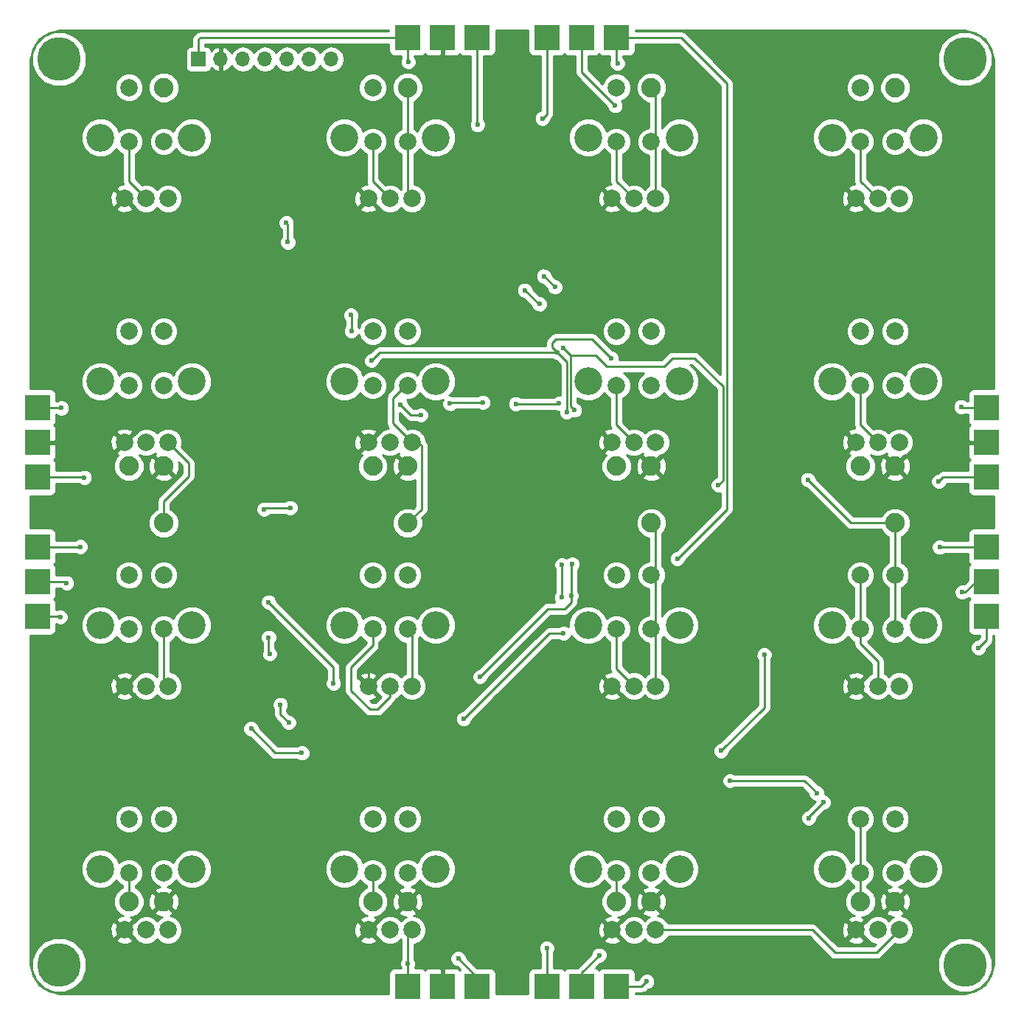
<source format=gbr>
G04 #@! TF.FileFunction,Copper,L1,Top,Signal*
%FSLAX46Y46*%
G04 Gerber Fmt 4.6, Leading zero omitted, Abs format (unit mm)*
G04 Created by KiCad (PCBNEW 4.0.6) date Tuesday, July 03, 2018 'PMt' 09:33:00 PM*
%MOMM*%
%LPD*%
G01*
G04 APERTURE LIST*
%ADD10C,0.100000*%
%ADD11C,1.998980*%
%ADD12C,3.200000*%
%ADD13C,2.247900*%
%ADD14C,5.000000*%
%ADD15R,1.700000X1.700000*%
%ADD16O,1.700000X1.700000*%
%ADD17R,3.000000X3.000000*%
%ADD18C,0.600000*%
%ADD19C,0.250000*%
%ADD20C,0.254000*%
G04 APERTURE END LIST*
D10*
D11*
X183000000Y-88450000D03*
X183000000Y-82250000D03*
X187000000Y-88450000D03*
X187000000Y-82250000D03*
X183000000Y-60450000D03*
X183000000Y-54250000D03*
X187000000Y-60450000D03*
X155000000Y-60450000D03*
X155000000Y-54250000D03*
X159000000Y-60450000D03*
X127000000Y-60450000D03*
X127000000Y-54250000D03*
X131000000Y-60450000D03*
X99000000Y-60450000D03*
X99000000Y-54250000D03*
X103000000Y-60450000D03*
D12*
X106250000Y-144000000D03*
D11*
X101000000Y-151000000D03*
X103500000Y-151000000D03*
X98500000Y-151000000D03*
D12*
X95750000Y-144000000D03*
X106250000Y-88000000D03*
D11*
X101000000Y-95000000D03*
X103500000Y-95000000D03*
X98500000Y-95000000D03*
D12*
X95750000Y-88000000D03*
D13*
X102998980Y-54252520D03*
X102998980Y-97747480D03*
X99001020Y-97747480D03*
D14*
X195000000Y-155000000D03*
X91000000Y-155000000D03*
X91000000Y-51000000D03*
X195000000Y-51000000D03*
D15*
X107000000Y-51000000D03*
D16*
X109540000Y-51000000D03*
X112080000Y-51000000D03*
X114620000Y-51000000D03*
X117160000Y-51000000D03*
X119700000Y-51000000D03*
X122240000Y-51000000D03*
D17*
X88500000Y-115000000D03*
X88500000Y-91000000D03*
X88500000Y-95000000D03*
X88500000Y-99000000D03*
X88500000Y-111000000D03*
X88500000Y-107000000D03*
X155000000Y-157500000D03*
X131000000Y-157500000D03*
X135000000Y-157500000D03*
X139000000Y-157500000D03*
X151000000Y-157500000D03*
X147000000Y-157500000D03*
X197500000Y-115000000D03*
X197500000Y-91000000D03*
X197500000Y-95000000D03*
X197500000Y-99000000D03*
X197500000Y-111000000D03*
X197500000Y-107000000D03*
X155000000Y-48500000D03*
X131000000Y-48500000D03*
X135000000Y-48500000D03*
X139000000Y-48500000D03*
X151000000Y-48500000D03*
X147000000Y-48500000D03*
D13*
X102998980Y-104252520D03*
X102998980Y-147747480D03*
X99001020Y-147747480D03*
X130998980Y-104252520D03*
X130998980Y-147747480D03*
X127001020Y-147747480D03*
X158998980Y-104252520D03*
X158998980Y-147747480D03*
X155001020Y-147747480D03*
X186998980Y-104252520D03*
X186998980Y-147747480D03*
X183001020Y-147747480D03*
X186998980Y-54252520D03*
X186998980Y-97747480D03*
X183001020Y-97747480D03*
X158998980Y-54252520D03*
X158998980Y-97747480D03*
X155001020Y-97747480D03*
X130998980Y-54252520D03*
X130998980Y-97747480D03*
X127001020Y-97747480D03*
D12*
X106250000Y-60000000D03*
D11*
X101000000Y-67000000D03*
X103500000Y-67000000D03*
X98500000Y-67000000D03*
D12*
X95750000Y-60000000D03*
X134250000Y-60000000D03*
D11*
X129000000Y-67000000D03*
X131500000Y-67000000D03*
X126500000Y-67000000D03*
D12*
X123750000Y-60000000D03*
X162250000Y-60000000D03*
D11*
X157000000Y-67000000D03*
X159500000Y-67000000D03*
X154500000Y-67000000D03*
D12*
X151750000Y-60000000D03*
X190250000Y-60000000D03*
D11*
X185000000Y-67000000D03*
X187500000Y-67000000D03*
X182500000Y-67000000D03*
D12*
X179750000Y-60000000D03*
X134250000Y-88000000D03*
D11*
X129000000Y-95000000D03*
X131500000Y-95000000D03*
X126500000Y-95000000D03*
D12*
X123750000Y-88000000D03*
X162250000Y-88000000D03*
D11*
X157000000Y-95000000D03*
X159500000Y-95000000D03*
X154500000Y-95000000D03*
D12*
X151750000Y-88000000D03*
X190250000Y-88000000D03*
D11*
X185000000Y-95000000D03*
X187500000Y-95000000D03*
X182500000Y-95000000D03*
D12*
X179750000Y-88000000D03*
X106250000Y-116000000D03*
D11*
X101000000Y-123000000D03*
X103500000Y-123000000D03*
X98500000Y-123000000D03*
D12*
X95750000Y-116000000D03*
X134250000Y-116000000D03*
D11*
X129000000Y-123000000D03*
X131500000Y-123000000D03*
X126500000Y-123000000D03*
D12*
X123750000Y-116000000D03*
X162250000Y-116000000D03*
D11*
X157000000Y-123000000D03*
X159500000Y-123000000D03*
X154500000Y-123000000D03*
D12*
X151750000Y-116000000D03*
X190250000Y-116000000D03*
D11*
X185000000Y-123000000D03*
X187500000Y-123000000D03*
X182500000Y-123000000D03*
D12*
X179750000Y-116000000D03*
X134250000Y-144000000D03*
D11*
X129000000Y-151000000D03*
X131500000Y-151000000D03*
X126500000Y-151000000D03*
D12*
X123750000Y-144000000D03*
X162250000Y-144000000D03*
D11*
X157000000Y-151000000D03*
X159500000Y-151000000D03*
X154500000Y-151000000D03*
D12*
X151750000Y-144000000D03*
X190250000Y-144000000D03*
D11*
X185000000Y-151000000D03*
X187500000Y-151000000D03*
X182500000Y-151000000D03*
D12*
X179750000Y-144000000D03*
D11*
X99000000Y-88450000D03*
X99000000Y-82250000D03*
X103000000Y-88450000D03*
X103000000Y-82250000D03*
X127000000Y-88450000D03*
X127000000Y-82250000D03*
X131000000Y-88450000D03*
X131000000Y-82250000D03*
X155000000Y-88450000D03*
X155000000Y-82250000D03*
X159000000Y-88450000D03*
X159000000Y-82250000D03*
X99000000Y-116450000D03*
X99000000Y-110250000D03*
X103000000Y-116450000D03*
X103000000Y-110250000D03*
X127000000Y-116450000D03*
X127000000Y-110250000D03*
X131000000Y-116450000D03*
X131000000Y-110250000D03*
X155000000Y-116450000D03*
X155000000Y-110250000D03*
X159000000Y-116450000D03*
X159000000Y-110250000D03*
X183000000Y-116450000D03*
X183000000Y-110250000D03*
X187000000Y-116450000D03*
X187000000Y-110250000D03*
X99000000Y-144450000D03*
X99000000Y-138250000D03*
X103000000Y-144450000D03*
X103000000Y-138250000D03*
X127000000Y-144450000D03*
X127000000Y-138250000D03*
X131000000Y-144450000D03*
X131000000Y-138250000D03*
X155000000Y-144450000D03*
X155000000Y-138250000D03*
X159000000Y-144450000D03*
X159000000Y-138250000D03*
X183000000Y-144450000D03*
X183000000Y-138250000D03*
X187000000Y-144450000D03*
X187000000Y-138250000D03*
D18*
X124550000Y-82220000D03*
X124510000Y-80390000D03*
X130200000Y-90690000D03*
X132550000Y-91870000D03*
X117260000Y-72010000D03*
X117080000Y-69790000D03*
X126860000Y-85610000D03*
X192020000Y-99480000D03*
X136820000Y-154280000D03*
X117350000Y-127180000D03*
X116400000Y-125120000D03*
X115170000Y-119300000D03*
X115060000Y-117400000D03*
X93880000Y-99030000D03*
X149280000Y-91520000D03*
X139030000Y-58520000D03*
X148170000Y-84660000D03*
X146150000Y-79120000D03*
X144460000Y-77520000D03*
X154420000Y-85380000D03*
X166690000Y-99900000D03*
X117530000Y-102500000D03*
X114500000Y-102680000D03*
X93420000Y-106980000D03*
X146990000Y-153070000D03*
X167010000Y-130430000D03*
X171960000Y-119380000D03*
X192110000Y-107040000D03*
X146660000Y-75910000D03*
X147940000Y-77170000D03*
X146490000Y-57800000D03*
X148880000Y-84170000D03*
X150170000Y-91300000D03*
X176970000Y-99290000D03*
X131090000Y-51300000D03*
X194570000Y-90920000D03*
X91250000Y-91060000D03*
X131030000Y-154840000D03*
X155110000Y-51470000D03*
X177080000Y-138140000D03*
X178760000Y-136350000D03*
X149810000Y-112620000D03*
X161980000Y-108370000D03*
X91140000Y-115060000D03*
X113030000Y-127890000D03*
X118870000Y-130680000D03*
X139320000Y-121920000D03*
X196590000Y-118580000D03*
X158480000Y-156910000D03*
X149920000Y-108970000D03*
X137440000Y-126770000D03*
X122500000Y-122680000D03*
X115040000Y-113350000D03*
X91850000Y-111150000D03*
X154840000Y-56330000D03*
X148920000Y-116930000D03*
X168020000Y-133850000D03*
X177970000Y-135260000D03*
X194690000Y-112210000D03*
X148710000Y-109070000D03*
X148700000Y-112820000D03*
X153000000Y-153890000D03*
X129620000Y-112700000D03*
X139670000Y-90410000D03*
X135870000Y-90550000D03*
X143440000Y-90580000D03*
X148360000Y-90530000D03*
D19*
X124550000Y-80430000D02*
X124550000Y-82220000D01*
X124510000Y-80390000D02*
X124550000Y-80430000D01*
X130200000Y-90690000D02*
X131380000Y-91870000D01*
X131380000Y-91870000D02*
X132550000Y-91870000D01*
X117260000Y-69970000D02*
X117260000Y-72010000D01*
X117080000Y-69790000D02*
X117260000Y-69970000D01*
X126860000Y-85610000D02*
X127810000Y-84660000D01*
X148170000Y-84660000D02*
X127810000Y-84660000D01*
X197500000Y-99000000D02*
X192500000Y-99000000D01*
X192500000Y-99000000D02*
X192020000Y-99480000D01*
X139000000Y-157500000D02*
X139000000Y-156460000D01*
X139000000Y-156460000D02*
X136820000Y-154280000D01*
X117350000Y-127180000D02*
X116400000Y-126230000D01*
X116400000Y-126230000D02*
X116400000Y-125120000D01*
X115170000Y-119300000D02*
X115060000Y-119190000D01*
X115060000Y-119190000D02*
X115060000Y-117400000D01*
X88500000Y-99000000D02*
X93850000Y-99000000D01*
X93850000Y-99000000D02*
X93880000Y-99030000D01*
X149280000Y-85770000D02*
X149280000Y-91520000D01*
X139000000Y-58490000D02*
X139000000Y-48500000D01*
X139030000Y-58520000D02*
X139000000Y-58490000D01*
X147600000Y-84090000D02*
X148170000Y-84660000D01*
X147600000Y-83590000D02*
X147600000Y-84090000D01*
X148020000Y-83170000D02*
X147600000Y-83590000D01*
X152210000Y-83170000D02*
X148020000Y-83170000D01*
X148170000Y-84660000D02*
X149280000Y-85770000D01*
X146060000Y-79120000D02*
X146150000Y-79120000D01*
X144460000Y-77520000D02*
X146060000Y-79120000D01*
X154420000Y-85380000D02*
X152210000Y-83170000D01*
X157240000Y-86280000D02*
X160450000Y-86280000D01*
X167219998Y-99370002D02*
X166690000Y-99900000D01*
X167219998Y-88579998D02*
X167219998Y-99370002D01*
X163950000Y-85310000D02*
X167219998Y-88579998D01*
X161420000Y-85310000D02*
X163950000Y-85310000D01*
X160450000Y-86280000D02*
X161420000Y-85310000D01*
X88500000Y-107000000D02*
X93400000Y-107000000D01*
X114680000Y-102500000D02*
X117530000Y-102500000D01*
X114500000Y-102680000D02*
X114680000Y-102500000D01*
X93400000Y-107000000D02*
X93420000Y-106980000D01*
X147000000Y-157500000D02*
X147000000Y-153080000D01*
X147000000Y-153080000D02*
X146990000Y-153070000D01*
X167010000Y-130430000D02*
X171960000Y-125480000D01*
X171960000Y-125480000D02*
X171960000Y-119380000D01*
X197500000Y-107000000D02*
X192150000Y-107000000D01*
X192150000Y-107000000D02*
X192110000Y-107040000D01*
X146680000Y-75910000D02*
X146660000Y-75910000D01*
X147940000Y-77170000D02*
X146680000Y-75910000D01*
X147000000Y-57290000D02*
X147000000Y-48500000D01*
X146490000Y-57800000D02*
X147000000Y-57290000D01*
X149730002Y-85020002D02*
X152610002Y-85020002D01*
X152610002Y-85020002D02*
X153870000Y-86280000D01*
X157250000Y-86280000D02*
X157240000Y-86280000D01*
X157240000Y-86280000D02*
X153870000Y-86280000D01*
X149730002Y-85020002D02*
X148880000Y-84170000D01*
X149730002Y-90860002D02*
X149730002Y-86280000D01*
X149730002Y-86280000D02*
X149730002Y-85020002D01*
X150170000Y-91300000D02*
X149730002Y-90860002D01*
X187000000Y-110250000D02*
X187000000Y-116450000D01*
X186998980Y-110248980D02*
X187000000Y-110250000D01*
X186998980Y-104252520D02*
X186998980Y-110248980D01*
X131500000Y-123000000D02*
X131500000Y-116950000D01*
X131500000Y-116950000D02*
X131000000Y-116450000D01*
X103000000Y-116450000D02*
X103000000Y-122500000D01*
X103000000Y-122500000D02*
X103500000Y-123000000D01*
X131000000Y-88450000D02*
X130740000Y-88450000D01*
X130740000Y-88450000D02*
X129310000Y-89880000D01*
X129310000Y-89880000D02*
X129310000Y-92810000D01*
X129310000Y-92810000D02*
X131500000Y-95000000D01*
X131500000Y-95000000D02*
X132230000Y-95000000D01*
X132230000Y-95000000D02*
X132590000Y-95360000D01*
X132590000Y-95360000D02*
X132590000Y-102661500D01*
X132590000Y-102661500D02*
X130998980Y-104252520D01*
X102998980Y-104252520D02*
X102998980Y-101741020D01*
X105880000Y-97380000D02*
X103500000Y-95000000D01*
X105880000Y-98860000D02*
X105880000Y-97380000D01*
X159500000Y-151000000D02*
X177490000Y-151000000D01*
X184880000Y-153620000D02*
X187500000Y-151000000D01*
X180110000Y-153620000D02*
X184880000Y-153620000D01*
X177490000Y-151000000D02*
X180110000Y-153620000D01*
X159500000Y-67000000D02*
X159500000Y-54753540D01*
X159500000Y-54753540D02*
X158998980Y-54252520D01*
X159500000Y-123000000D02*
X159500000Y-104753540D01*
X159500000Y-104753540D02*
X158998980Y-104252520D01*
X131500000Y-104753540D02*
X130998980Y-104252520D01*
X187500000Y-104753540D02*
X186998980Y-104252520D01*
X186998980Y-104252520D02*
X181932520Y-104252520D01*
X181932520Y-104252520D02*
X176970000Y-99290000D01*
X130998980Y-54252520D02*
X130998980Y-66498980D01*
X130998980Y-66498980D02*
X131500000Y-67000000D01*
X131000000Y-48500000D02*
X131000000Y-51210000D01*
X131000000Y-51210000D02*
X131090000Y-51300000D01*
X107220000Y-48500000D02*
X131000000Y-48500000D01*
X107000000Y-48720000D02*
X107220000Y-48500000D01*
X107000000Y-51000000D02*
X107000000Y-48720000D01*
X197500000Y-91000000D02*
X194650000Y-91000000D01*
X194650000Y-91000000D02*
X194570000Y-90920000D01*
X131030000Y-151470000D02*
X131030000Y-154840000D01*
X131000000Y-154870000D02*
X131000000Y-157500000D01*
X131030000Y-151470000D02*
X131500000Y-151000000D01*
X88500000Y-91000000D02*
X91190000Y-91000000D01*
X91190000Y-91000000D02*
X91250000Y-91060000D01*
X102998980Y-101741020D02*
X105880000Y-98860000D01*
X131000000Y-154870000D02*
X131030000Y-154840000D01*
X155000000Y-48500000D02*
X155000000Y-51360000D01*
X155000000Y-51360000D02*
X155110000Y-51470000D01*
X177080000Y-138030000D02*
X177080000Y-138140000D01*
X178760000Y-136350000D02*
X177080000Y-138030000D01*
X149810000Y-113330000D02*
X149810000Y-112620000D01*
X149810000Y-109080000D02*
X149810000Y-112620000D01*
X149920000Y-108970000D02*
X149810000Y-109080000D01*
X155000000Y-48500000D02*
X162390000Y-48500000D01*
X162390000Y-48500000D02*
X167670000Y-53780000D01*
X167670000Y-53780000D02*
X167670000Y-102680000D01*
X167670000Y-102680000D02*
X161980000Y-108370000D01*
X88500000Y-115000000D02*
X91080000Y-115000000D01*
X91080000Y-115000000D02*
X91140000Y-115060000D01*
X113030000Y-127890000D02*
X115820000Y-130680000D01*
X115820000Y-130680000D02*
X118870000Y-130680000D01*
X139320000Y-121920000D02*
X147130000Y-114110000D01*
X147130000Y-114110000D02*
X149030000Y-114110000D01*
X149030000Y-114110000D02*
X149810000Y-113330000D01*
X197500000Y-115000000D02*
X197500000Y-117670000D01*
X197500000Y-117670000D02*
X196590000Y-118580000D01*
X157890000Y-157500000D02*
X155000000Y-157500000D01*
X158480000Y-156910000D02*
X157890000Y-157500000D01*
X137440000Y-126770000D02*
X147280000Y-116930000D01*
X122500000Y-120810000D02*
X122500000Y-122680000D01*
X115040000Y-113350000D02*
X122500000Y-120810000D01*
X154840000Y-56330000D02*
X151000000Y-52490000D01*
X88500000Y-111000000D02*
X91700000Y-111000000D01*
X147280000Y-116930000D02*
X148920000Y-116930000D01*
X91700000Y-111000000D02*
X91850000Y-111150000D01*
X177970000Y-135260000D02*
X177970000Y-135230000D01*
X177970000Y-135230000D02*
X176590000Y-133850000D01*
X176590000Y-133850000D02*
X168020000Y-133850000D01*
X196280000Y-111000000D02*
X195070000Y-112210000D01*
X195070000Y-112210000D02*
X194690000Y-112210000D01*
X197500000Y-111000000D02*
X196280000Y-111000000D01*
X148710000Y-109070000D02*
X148700000Y-109080000D01*
X148700000Y-109080000D02*
X148700000Y-112820000D01*
X151000000Y-155890000D02*
X151000000Y-157500000D01*
X153000000Y-153890000D02*
X151000000Y-155890000D01*
X151000000Y-52490000D02*
X151000000Y-48500000D01*
X128780000Y-118070000D02*
X126500000Y-120350000D01*
X128780000Y-113540000D02*
X128780000Y-118070000D01*
X129620000Y-112700000D02*
X128780000Y-113540000D01*
X126500000Y-123000000D02*
X126500000Y-120350000D01*
X99000000Y-60450000D02*
X99000000Y-65000000D01*
X99000000Y-65000000D02*
X101000000Y-67000000D01*
X99001020Y-147747480D02*
X99001020Y-144451020D01*
X99001020Y-144451020D02*
X99000000Y-144450000D01*
X127000000Y-60450000D02*
X127000000Y-65000000D01*
X127000000Y-65000000D02*
X129000000Y-67000000D01*
X136010000Y-90410000D02*
X139670000Y-90410000D01*
X135870000Y-90550000D02*
X136010000Y-90410000D01*
X127000000Y-116450000D02*
X127000000Y-118320000D01*
X129000000Y-124250000D02*
X129000000Y-123000000D01*
X127580000Y-125670000D02*
X129000000Y-124250000D01*
X126680000Y-125670000D02*
X127580000Y-125670000D01*
X124500000Y-123490000D02*
X126680000Y-125670000D01*
X124500000Y-120820000D02*
X124500000Y-123490000D01*
X127000000Y-118320000D02*
X124500000Y-120820000D01*
X127000000Y-144450000D02*
X127000000Y-147746460D01*
X127000000Y-147746460D02*
X127001020Y-147747480D01*
X155000000Y-60450000D02*
X155000000Y-65000000D01*
X155000000Y-65000000D02*
X157000000Y-67000000D01*
X155000000Y-88450000D02*
X155000000Y-93000000D01*
X155000000Y-93000000D02*
X157000000Y-95000000D01*
X143440000Y-90580000D02*
X148310000Y-90580000D01*
X148310000Y-90580000D02*
X148360000Y-90530000D01*
X155000000Y-116450000D02*
X155000000Y-121000000D01*
X155000000Y-121000000D02*
X157000000Y-123000000D01*
X155000000Y-144450000D02*
X155000000Y-147746460D01*
X155000000Y-147746460D02*
X155001020Y-147747480D01*
X183000000Y-60450000D02*
X183000000Y-65000000D01*
X183000000Y-65000000D02*
X185000000Y-67000000D01*
X183000000Y-88450000D02*
X183000000Y-93000000D01*
X183000000Y-93000000D02*
X185000000Y-95000000D01*
X183000000Y-116450000D02*
X183000000Y-110250000D01*
X183000000Y-116450000D02*
X183000000Y-118130000D01*
X185000000Y-120130000D02*
X185000000Y-123000000D01*
X183000000Y-118130000D02*
X185000000Y-120130000D01*
X183000000Y-144450000D02*
X183000000Y-138250000D01*
X183001020Y-147747480D02*
X183001020Y-144451020D01*
X183001020Y-144451020D02*
X183000000Y-144450000D01*
D20*
G36*
X128852560Y-47740000D02*
X107220000Y-47740000D01*
X106929161Y-47797852D01*
X106682599Y-47962599D01*
X106462599Y-48182599D01*
X106297852Y-48429161D01*
X106240000Y-48720000D01*
X106240000Y-49502560D01*
X106150000Y-49502560D01*
X105914683Y-49546838D01*
X105698559Y-49685910D01*
X105553569Y-49898110D01*
X105502560Y-50150000D01*
X105502560Y-51850000D01*
X105546838Y-52085317D01*
X105685910Y-52301441D01*
X105898110Y-52446431D01*
X106150000Y-52497440D01*
X107850000Y-52497440D01*
X108085317Y-52453162D01*
X108301441Y-52314090D01*
X108446431Y-52101890D01*
X108468301Y-51993893D01*
X108773076Y-52271645D01*
X109183110Y-52441476D01*
X109413000Y-52320155D01*
X109413000Y-51127000D01*
X109393000Y-51127000D01*
X109393000Y-50873000D01*
X109413000Y-50873000D01*
X109413000Y-49679845D01*
X109667000Y-49679845D01*
X109667000Y-50873000D01*
X109687000Y-50873000D01*
X109687000Y-51127000D01*
X109667000Y-51127000D01*
X109667000Y-52320155D01*
X109896890Y-52441476D01*
X110306924Y-52271645D01*
X110735183Y-51881358D01*
X110802298Y-51738447D01*
X111029946Y-52079147D01*
X111511715Y-52401054D01*
X112080000Y-52514093D01*
X112648285Y-52401054D01*
X113130054Y-52079147D01*
X113350000Y-51749974D01*
X113569946Y-52079147D01*
X114051715Y-52401054D01*
X114620000Y-52514093D01*
X115188285Y-52401054D01*
X115670054Y-52079147D01*
X115890000Y-51749974D01*
X116109946Y-52079147D01*
X116591715Y-52401054D01*
X117160000Y-52514093D01*
X117728285Y-52401054D01*
X118210054Y-52079147D01*
X118430000Y-51749974D01*
X118649946Y-52079147D01*
X119131715Y-52401054D01*
X119700000Y-52514093D01*
X120268285Y-52401054D01*
X120750054Y-52079147D01*
X120970000Y-51749974D01*
X121189946Y-52079147D01*
X121671715Y-52401054D01*
X122240000Y-52514093D01*
X122808285Y-52401054D01*
X123290054Y-52079147D01*
X123611961Y-51597378D01*
X123725000Y-51029093D01*
X123725000Y-50970907D01*
X123611961Y-50402622D01*
X123290054Y-49920853D01*
X122808285Y-49598946D01*
X122240000Y-49485907D01*
X121671715Y-49598946D01*
X121189946Y-49920853D01*
X120970000Y-50250026D01*
X120750054Y-49920853D01*
X120268285Y-49598946D01*
X119700000Y-49485907D01*
X119131715Y-49598946D01*
X118649946Y-49920853D01*
X118430000Y-50250026D01*
X118210054Y-49920853D01*
X117728285Y-49598946D01*
X117160000Y-49485907D01*
X116591715Y-49598946D01*
X116109946Y-49920853D01*
X115890000Y-50250026D01*
X115670054Y-49920853D01*
X115188285Y-49598946D01*
X114620000Y-49485907D01*
X114051715Y-49598946D01*
X113569946Y-49920853D01*
X113350000Y-50250026D01*
X113130054Y-49920853D01*
X112648285Y-49598946D01*
X112080000Y-49485907D01*
X111511715Y-49598946D01*
X111029946Y-49920853D01*
X110802298Y-50261553D01*
X110735183Y-50118642D01*
X110306924Y-49728355D01*
X109896890Y-49558524D01*
X109667000Y-49679845D01*
X109413000Y-49679845D01*
X109183110Y-49558524D01*
X108773076Y-49728355D01*
X108470063Y-50004501D01*
X108453162Y-49914683D01*
X108314090Y-49698559D01*
X108101890Y-49553569D01*
X107850000Y-49502560D01*
X107760000Y-49502560D01*
X107760000Y-49260000D01*
X128852560Y-49260000D01*
X128852560Y-50000000D01*
X128896838Y-50235317D01*
X129035910Y-50451441D01*
X129248110Y-50596431D01*
X129500000Y-50647440D01*
X130240000Y-50647440D01*
X130240000Y-50908889D01*
X130155162Y-51113201D01*
X130154838Y-51485167D01*
X130296883Y-51828943D01*
X130559673Y-52092192D01*
X130903201Y-52234838D01*
X131275167Y-52235162D01*
X131618943Y-52093117D01*
X131882192Y-51830327D01*
X132024838Y-51486799D01*
X132025162Y-51114833D01*
X131883117Y-50771057D01*
X131760000Y-50647725D01*
X131760000Y-50647440D01*
X132500000Y-50647440D01*
X132735317Y-50603162D01*
X132951441Y-50464090D01*
X132997969Y-50395994D01*
X133140301Y-50538327D01*
X133373690Y-50635000D01*
X134714250Y-50635000D01*
X134873000Y-50476250D01*
X134873000Y-48627000D01*
X134853000Y-48627000D01*
X134853000Y-48373000D01*
X134873000Y-48373000D01*
X134873000Y-48353000D01*
X135127000Y-48353000D01*
X135127000Y-48373000D01*
X135147000Y-48373000D01*
X135147000Y-48627000D01*
X135127000Y-48627000D01*
X135127000Y-50476250D01*
X135285750Y-50635000D01*
X136626310Y-50635000D01*
X136859699Y-50538327D01*
X137000936Y-50397089D01*
X137035910Y-50451441D01*
X137248110Y-50596431D01*
X137500000Y-50647440D01*
X138240000Y-50647440D01*
X138240000Y-57987485D01*
X138237808Y-57989673D01*
X138095162Y-58333201D01*
X138094838Y-58705167D01*
X138236883Y-59048943D01*
X138499673Y-59312192D01*
X138843201Y-59454838D01*
X139215167Y-59455162D01*
X139558943Y-59313117D01*
X139822192Y-59050327D01*
X139964838Y-58706799D01*
X139965162Y-58334833D01*
X139823117Y-57991057D01*
X139760000Y-57927830D01*
X139760000Y-50647440D01*
X140500000Y-50647440D01*
X140735317Y-50603162D01*
X140951441Y-50464090D01*
X141096431Y-50251890D01*
X141147440Y-50000000D01*
X141147440Y-47710000D01*
X144852560Y-47710000D01*
X144852560Y-50000000D01*
X144896838Y-50235317D01*
X145035910Y-50451441D01*
X145248110Y-50596431D01*
X145500000Y-50647440D01*
X146240000Y-50647440D01*
X146240000Y-56891626D01*
X145961057Y-57006883D01*
X145697808Y-57269673D01*
X145555162Y-57613201D01*
X145554838Y-57985167D01*
X145696883Y-58328943D01*
X145959673Y-58592192D01*
X146303201Y-58734838D01*
X146675167Y-58735162D01*
X147018943Y-58593117D01*
X147282192Y-58330327D01*
X147424838Y-57986799D01*
X147424879Y-57939923D01*
X147537401Y-57827401D01*
X147702148Y-57580839D01*
X147760000Y-57290000D01*
X147760000Y-50647440D01*
X148500000Y-50647440D01*
X148735317Y-50603162D01*
X148951441Y-50464090D01*
X148999134Y-50394289D01*
X149035910Y-50451441D01*
X149248110Y-50596431D01*
X149500000Y-50647440D01*
X150240000Y-50647440D01*
X150240000Y-52490000D01*
X150297852Y-52780839D01*
X150462599Y-53027401D01*
X153904878Y-56469680D01*
X153904838Y-56515167D01*
X154046883Y-56858943D01*
X154309673Y-57122192D01*
X154653201Y-57264838D01*
X155025167Y-57265162D01*
X155368943Y-57123117D01*
X155632192Y-56860327D01*
X155774838Y-56516799D01*
X155775162Y-56144833D01*
X155633117Y-55801057D01*
X155601926Y-55769811D01*
X155924655Y-55636462D01*
X156384846Y-55177073D01*
X156634206Y-54576547D01*
X156634774Y-53926306D01*
X156386462Y-53325345D01*
X155927073Y-52865154D01*
X155326547Y-52615794D01*
X154676306Y-52615226D01*
X154075345Y-52863538D01*
X153615154Y-53322927D01*
X153407593Y-53822791D01*
X151760000Y-52175198D01*
X151760000Y-50647440D01*
X152500000Y-50647440D01*
X152735317Y-50603162D01*
X152951441Y-50464090D01*
X152999134Y-50394289D01*
X153035910Y-50451441D01*
X153248110Y-50596431D01*
X153500000Y-50647440D01*
X154240000Y-50647440D01*
X154240000Y-51127055D01*
X154175162Y-51283201D01*
X154174838Y-51655167D01*
X154316883Y-51998943D01*
X154579673Y-52262192D01*
X154923201Y-52404838D01*
X155295167Y-52405162D01*
X155638943Y-52263117D01*
X155902192Y-52000327D01*
X156044838Y-51656799D01*
X156045162Y-51284833D01*
X155903117Y-50941057D01*
X155760000Y-50797690D01*
X155760000Y-50647440D01*
X156500000Y-50647440D01*
X156735317Y-50603162D01*
X156951441Y-50464090D01*
X157096431Y-50251890D01*
X157147440Y-50000000D01*
X157147440Y-49260000D01*
X162075198Y-49260000D01*
X166910000Y-54094802D01*
X166910000Y-87195198D01*
X164487401Y-84772599D01*
X164240839Y-84607852D01*
X163950000Y-84550000D01*
X161420000Y-84550000D01*
X161129161Y-84607852D01*
X160882599Y-84772599D01*
X160135198Y-85520000D01*
X155354879Y-85520000D01*
X155355162Y-85194833D01*
X155213117Y-84851057D01*
X154950327Y-84587808D01*
X154606799Y-84445162D01*
X154559923Y-84445121D01*
X152747401Y-82632599D01*
X152659244Y-82573694D01*
X153365226Y-82573694D01*
X153613538Y-83174655D01*
X154072927Y-83634846D01*
X154673453Y-83884206D01*
X155323694Y-83884774D01*
X155924655Y-83636462D01*
X156384846Y-83177073D01*
X156634206Y-82576547D01*
X156634208Y-82573694D01*
X157365226Y-82573694D01*
X157613538Y-83174655D01*
X158072927Y-83634846D01*
X158673453Y-83884206D01*
X159323694Y-83884774D01*
X159924655Y-83636462D01*
X160384846Y-83177073D01*
X160634206Y-82576547D01*
X160634774Y-81926306D01*
X160386462Y-81325345D01*
X159927073Y-80865154D01*
X159326547Y-80615794D01*
X158676306Y-80615226D01*
X158075345Y-80863538D01*
X157615154Y-81322927D01*
X157365794Y-81923453D01*
X157365226Y-82573694D01*
X156634208Y-82573694D01*
X156634774Y-81926306D01*
X156386462Y-81325345D01*
X155927073Y-80865154D01*
X155326547Y-80615794D01*
X154676306Y-80615226D01*
X154075345Y-80863538D01*
X153615154Y-81322927D01*
X153365794Y-81923453D01*
X153365226Y-82573694D01*
X152659244Y-82573694D01*
X152500839Y-82467852D01*
X152210000Y-82410000D01*
X148020000Y-82410000D01*
X147729161Y-82467852D01*
X147482599Y-82632599D01*
X147062599Y-83052599D01*
X146897852Y-83299161D01*
X146840000Y-83590000D01*
X146840000Y-83900000D01*
X127810000Y-83900000D01*
X127519161Y-83957852D01*
X127272599Y-84122599D01*
X126720320Y-84674878D01*
X126674833Y-84674838D01*
X126331057Y-84816883D01*
X126067808Y-85079673D01*
X125925162Y-85423201D01*
X125924838Y-85795167D01*
X126066883Y-86138943D01*
X126329673Y-86402192D01*
X126673201Y-86544838D01*
X127045167Y-86545162D01*
X127388943Y-86403117D01*
X127652192Y-86140327D01*
X127794838Y-85796799D01*
X127794879Y-85749923D01*
X128124802Y-85420000D01*
X147607537Y-85420000D01*
X147639673Y-85452192D01*
X147983201Y-85594838D01*
X148030077Y-85594879D01*
X148520000Y-86084802D01*
X148520000Y-89595139D01*
X148174833Y-89594838D01*
X147831057Y-89736883D01*
X147747795Y-89820000D01*
X144002463Y-89820000D01*
X143970327Y-89787808D01*
X143626799Y-89645162D01*
X143254833Y-89644838D01*
X142911057Y-89786883D01*
X142647808Y-90049673D01*
X142505162Y-90393201D01*
X142504838Y-90765167D01*
X142646883Y-91108943D01*
X142909673Y-91372192D01*
X143253201Y-91514838D01*
X143625167Y-91515162D01*
X143968943Y-91373117D01*
X144002118Y-91340000D01*
X147872559Y-91340000D01*
X148173201Y-91464838D01*
X148345047Y-91464988D01*
X148344838Y-91705167D01*
X148486883Y-92048943D01*
X148749673Y-92312192D01*
X149093201Y-92454838D01*
X149465167Y-92455162D01*
X149808943Y-92313117D01*
X149915514Y-92206732D01*
X149983201Y-92234838D01*
X150355167Y-92235162D01*
X150698943Y-92093117D01*
X150962192Y-91830327D01*
X151104838Y-91486799D01*
X151105162Y-91114833D01*
X150963117Y-90771057D01*
X150700327Y-90507808D01*
X150490002Y-90420473D01*
X150490002Y-89896825D01*
X151303481Y-90234611D01*
X152192619Y-90235387D01*
X153014372Y-89895845D01*
X153591033Y-89320190D01*
X153613538Y-89374655D01*
X154072927Y-89834846D01*
X154240000Y-89904221D01*
X154240000Y-93000000D01*
X154297852Y-93290839D01*
X154350691Y-93369918D01*
X154114623Y-93378659D01*
X153626042Y-93581035D01*
X153527443Y-93847837D01*
X154500000Y-94820395D01*
X154514142Y-94806252D01*
X154693748Y-94985858D01*
X154679605Y-95000000D01*
X154693748Y-95014142D01*
X154514142Y-95193748D01*
X154500000Y-95179605D01*
X153527443Y-96152163D01*
X153626042Y-96418965D01*
X153783540Y-96477473D01*
X153510724Y-96749814D01*
X153242376Y-97396068D01*
X153241765Y-98095822D01*
X153508985Y-98742544D01*
X154003354Y-99237776D01*
X154649608Y-99506124D01*
X155349362Y-99506735D01*
X155996084Y-99239515D01*
X156246367Y-98989668D01*
X157936397Y-98989668D01*
X158050231Y-99269385D01*
X158704859Y-99516607D01*
X159404263Y-99494495D01*
X159947729Y-99269385D01*
X160061563Y-98989668D01*
X158998980Y-97927085D01*
X157936397Y-98989668D01*
X156246367Y-98989668D01*
X156491316Y-98745146D01*
X156759664Y-98098892D01*
X156760227Y-97453359D01*
X157229853Y-97453359D01*
X157251965Y-98152763D01*
X157477075Y-98696229D01*
X157756792Y-98810063D01*
X158819375Y-97747480D01*
X159178585Y-97747480D01*
X160241168Y-98810063D01*
X160520885Y-98696229D01*
X160768107Y-98041601D01*
X160745995Y-97342197D01*
X160520885Y-96798731D01*
X160241168Y-96684897D01*
X159178585Y-97747480D01*
X158819375Y-97747480D01*
X157756792Y-96684897D01*
X157477075Y-96798731D01*
X157229853Y-97453359D01*
X156760227Y-97453359D01*
X156760275Y-97399138D01*
X156493055Y-96752416D01*
X156163789Y-96422575D01*
X156673453Y-96634206D01*
X157323694Y-96634774D01*
X157924655Y-96386462D01*
X158025878Y-96285415D01*
X157936397Y-96505292D01*
X158998980Y-97567875D01*
X160008400Y-96558455D01*
X160424655Y-96386462D01*
X160884846Y-95927073D01*
X161134206Y-95326547D01*
X161134774Y-94676306D01*
X160886462Y-94075345D01*
X160427073Y-93615154D01*
X159826547Y-93365794D01*
X159176306Y-93365226D01*
X158575345Y-93613538D01*
X158249836Y-93938480D01*
X157927073Y-93615154D01*
X157326547Y-93365794D01*
X156676306Y-93365226D01*
X156509111Y-93434309D01*
X155760000Y-92685198D01*
X155760000Y-89904496D01*
X155924655Y-89836462D01*
X156384846Y-89377073D01*
X156634206Y-88776547D01*
X156634774Y-88126306D01*
X156386462Y-87525345D01*
X155927073Y-87065154D01*
X155866495Y-87040000D01*
X158132311Y-87040000D01*
X158075345Y-87063538D01*
X157615154Y-87522927D01*
X157365794Y-88123453D01*
X157365226Y-88773694D01*
X157613538Y-89374655D01*
X158072927Y-89834846D01*
X158673453Y-90084206D01*
X159323694Y-90084774D01*
X159924655Y-89836462D01*
X160384846Y-89377073D01*
X160408880Y-89319193D01*
X160982321Y-89893636D01*
X161803481Y-90234611D01*
X162692619Y-90235387D01*
X163514372Y-89895845D01*
X164143636Y-89267679D01*
X164484611Y-88446519D01*
X164485387Y-87557381D01*
X164145845Y-86735628D01*
X163517679Y-86106364D01*
X163430105Y-86070000D01*
X163635198Y-86070000D01*
X166459998Y-88894800D01*
X166459998Y-98983363D01*
X166161057Y-99106883D01*
X165897808Y-99369673D01*
X165755162Y-99713201D01*
X165754838Y-100085167D01*
X165896883Y-100428943D01*
X166159673Y-100692192D01*
X166503201Y-100834838D01*
X166875167Y-100835162D01*
X166910000Y-100820769D01*
X166910000Y-102365198D01*
X161840320Y-107434878D01*
X161794833Y-107434838D01*
X161451057Y-107576883D01*
X161187808Y-107839673D01*
X161045162Y-108183201D01*
X161044838Y-108555167D01*
X161186883Y-108898943D01*
X161449673Y-109162192D01*
X161793201Y-109304838D01*
X162165167Y-109305162D01*
X162508943Y-109163117D01*
X162772192Y-108900327D01*
X162914838Y-108556799D01*
X162914879Y-108509923D01*
X168207401Y-103217401D01*
X168372148Y-102970840D01*
X168430000Y-102680000D01*
X168430000Y-99475167D01*
X176034838Y-99475167D01*
X176176883Y-99818943D01*
X176439673Y-100082192D01*
X176783201Y-100224838D01*
X176830077Y-100224879D01*
X181395119Y-104789921D01*
X181641681Y-104954668D01*
X181932520Y-105012520D01*
X185409819Y-105012520D01*
X185506945Y-105247584D01*
X186001314Y-105742816D01*
X186238980Y-105841504D01*
X186238980Y-108795925D01*
X186075345Y-108863538D01*
X185615154Y-109322927D01*
X185365794Y-109923453D01*
X185365226Y-110573694D01*
X185613538Y-111174655D01*
X186072927Y-111634846D01*
X186240000Y-111704221D01*
X186240000Y-114995504D01*
X186075345Y-115063538D01*
X185615154Y-115522927D01*
X185365794Y-116123453D01*
X185365226Y-116773694D01*
X185613538Y-117374655D01*
X186072927Y-117834846D01*
X186673453Y-118084206D01*
X187323694Y-118084774D01*
X187924655Y-117836462D01*
X188384846Y-117377073D01*
X188408880Y-117319193D01*
X188982321Y-117893636D01*
X189803481Y-118234611D01*
X190692619Y-118235387D01*
X191514372Y-117895845D01*
X192143636Y-117267679D01*
X192484611Y-116446519D01*
X192485387Y-115557381D01*
X192145845Y-114735628D01*
X191517679Y-114106364D01*
X190696519Y-113765389D01*
X189807381Y-113764613D01*
X188985628Y-114104155D01*
X188356364Y-114732321D01*
X188132649Y-115271088D01*
X187927073Y-115065154D01*
X187760000Y-114995779D01*
X187760000Y-111704496D01*
X187924655Y-111636462D01*
X188384846Y-111177073D01*
X188634206Y-110576547D01*
X188634774Y-109926306D01*
X188386462Y-109325345D01*
X187927073Y-108865154D01*
X187758980Y-108795356D01*
X187758980Y-105841681D01*
X187994044Y-105744555D01*
X188489276Y-105250186D01*
X188757624Y-104603932D01*
X188758235Y-103904178D01*
X188491015Y-103257456D01*
X187996646Y-102762224D01*
X187350392Y-102493876D01*
X186650638Y-102493265D01*
X186003916Y-102760485D01*
X185508684Y-103254854D01*
X185409996Y-103492520D01*
X182247322Y-103492520D01*
X177905122Y-99150320D01*
X177905162Y-99104833D01*
X177763117Y-98761057D01*
X177500327Y-98497808D01*
X177156799Y-98355162D01*
X176784833Y-98354838D01*
X176441057Y-98496883D01*
X176177808Y-98759673D01*
X176035162Y-99103201D01*
X176034838Y-99475167D01*
X168430000Y-99475167D01*
X168430000Y-94735582D01*
X180854599Y-94735582D01*
X180878659Y-95385377D01*
X181081035Y-95873958D01*
X181347837Y-95972557D01*
X182320395Y-95000000D01*
X181347837Y-94027443D01*
X181081035Y-94126042D01*
X180854599Y-94735582D01*
X168430000Y-94735582D01*
X168430000Y-88442619D01*
X177514613Y-88442619D01*
X177854155Y-89264372D01*
X178482321Y-89893636D01*
X179303481Y-90234611D01*
X180192619Y-90235387D01*
X181014372Y-89895845D01*
X181591033Y-89320190D01*
X181613538Y-89374655D01*
X182072927Y-89834846D01*
X182240000Y-89904221D01*
X182240000Y-93000000D01*
X182297852Y-93290839D01*
X182350691Y-93369918D01*
X182114623Y-93378659D01*
X181626042Y-93581035D01*
X181527443Y-93847837D01*
X182500000Y-94820395D01*
X182514142Y-94806252D01*
X182693748Y-94985858D01*
X182679605Y-95000000D01*
X182693748Y-95014142D01*
X182514142Y-95193748D01*
X182500000Y-95179605D01*
X181527443Y-96152163D01*
X181626042Y-96418965D01*
X181783540Y-96477473D01*
X181510724Y-96749814D01*
X181242376Y-97396068D01*
X181241765Y-98095822D01*
X181508985Y-98742544D01*
X182003354Y-99237776D01*
X182649608Y-99506124D01*
X183349362Y-99506735D01*
X183996084Y-99239515D01*
X184246367Y-98989668D01*
X185936397Y-98989668D01*
X186050231Y-99269385D01*
X186704859Y-99516607D01*
X187404263Y-99494495D01*
X187947729Y-99269385D01*
X188061563Y-98989668D01*
X186998980Y-97927085D01*
X185936397Y-98989668D01*
X184246367Y-98989668D01*
X184491316Y-98745146D01*
X184759664Y-98098892D01*
X184760227Y-97453359D01*
X185229853Y-97453359D01*
X185251965Y-98152763D01*
X185477075Y-98696229D01*
X185756792Y-98810063D01*
X186819375Y-97747480D01*
X187178585Y-97747480D01*
X188241168Y-98810063D01*
X188520885Y-98696229D01*
X188768107Y-98041601D01*
X188745995Y-97342197D01*
X188520885Y-96798731D01*
X188241168Y-96684897D01*
X187178585Y-97747480D01*
X186819375Y-97747480D01*
X185756792Y-96684897D01*
X185477075Y-96798731D01*
X185229853Y-97453359D01*
X184760227Y-97453359D01*
X184760275Y-97399138D01*
X184493055Y-96752416D01*
X184163789Y-96422575D01*
X184673453Y-96634206D01*
X185323694Y-96634774D01*
X185924655Y-96386462D01*
X186025878Y-96285415D01*
X185936397Y-96505292D01*
X186998980Y-97567875D01*
X188008400Y-96558455D01*
X188424655Y-96386462D01*
X188884846Y-95927073D01*
X189134206Y-95326547D01*
X189134774Y-94676306D01*
X188886462Y-94075345D01*
X188427073Y-93615154D01*
X187826547Y-93365794D01*
X187176306Y-93365226D01*
X186575345Y-93613538D01*
X186249836Y-93938480D01*
X185927073Y-93615154D01*
X185326547Y-93365794D01*
X184676306Y-93365226D01*
X184509111Y-93434309D01*
X183760000Y-92685198D01*
X183760000Y-89904496D01*
X183924655Y-89836462D01*
X184384846Y-89377073D01*
X184634206Y-88776547D01*
X184634208Y-88773694D01*
X185365226Y-88773694D01*
X185613538Y-89374655D01*
X186072927Y-89834846D01*
X186673453Y-90084206D01*
X187323694Y-90084774D01*
X187924655Y-89836462D01*
X188384846Y-89377073D01*
X188408880Y-89319193D01*
X188982321Y-89893636D01*
X189803481Y-90234611D01*
X190692619Y-90235387D01*
X191514372Y-89895845D01*
X192143636Y-89267679D01*
X192484611Y-88446519D01*
X192485387Y-87557381D01*
X192145845Y-86735628D01*
X191517679Y-86106364D01*
X190696519Y-85765389D01*
X189807381Y-85764613D01*
X188985628Y-86104155D01*
X188356364Y-86732321D01*
X188132649Y-87271088D01*
X187927073Y-87065154D01*
X187326547Y-86815794D01*
X186676306Y-86815226D01*
X186075345Y-87063538D01*
X185615154Y-87522927D01*
X185365794Y-88123453D01*
X185365226Y-88773694D01*
X184634208Y-88773694D01*
X184634774Y-88126306D01*
X184386462Y-87525345D01*
X183927073Y-87065154D01*
X183326547Y-86815794D01*
X182676306Y-86815226D01*
X182075345Y-87063538D01*
X181867192Y-87271328D01*
X181645845Y-86735628D01*
X181017679Y-86106364D01*
X180196519Y-85765389D01*
X179307381Y-85764613D01*
X178485628Y-86104155D01*
X177856364Y-86732321D01*
X177515389Y-87553481D01*
X177514613Y-88442619D01*
X168430000Y-88442619D01*
X168430000Y-82573694D01*
X181365226Y-82573694D01*
X181613538Y-83174655D01*
X182072927Y-83634846D01*
X182673453Y-83884206D01*
X183323694Y-83884774D01*
X183924655Y-83636462D01*
X184384846Y-83177073D01*
X184634206Y-82576547D01*
X184634208Y-82573694D01*
X185365226Y-82573694D01*
X185613538Y-83174655D01*
X186072927Y-83634846D01*
X186673453Y-83884206D01*
X187323694Y-83884774D01*
X187924655Y-83636462D01*
X188384846Y-83177073D01*
X188634206Y-82576547D01*
X188634774Y-81926306D01*
X188386462Y-81325345D01*
X187927073Y-80865154D01*
X187326547Y-80615794D01*
X186676306Y-80615226D01*
X186075345Y-80863538D01*
X185615154Y-81322927D01*
X185365794Y-81923453D01*
X185365226Y-82573694D01*
X184634208Y-82573694D01*
X184634774Y-81926306D01*
X184386462Y-81325345D01*
X183927073Y-80865154D01*
X183326547Y-80615794D01*
X182676306Y-80615226D01*
X182075345Y-80863538D01*
X181615154Y-81322927D01*
X181365794Y-81923453D01*
X181365226Y-82573694D01*
X168430000Y-82573694D01*
X168430000Y-68152163D01*
X181527443Y-68152163D01*
X181626042Y-68418965D01*
X182235582Y-68645401D01*
X182885377Y-68621341D01*
X183373958Y-68418965D01*
X183472557Y-68152163D01*
X182500000Y-67179605D01*
X181527443Y-68152163D01*
X168430000Y-68152163D01*
X168430000Y-66735582D01*
X180854599Y-66735582D01*
X180878659Y-67385377D01*
X181081035Y-67873958D01*
X181347837Y-67972557D01*
X182320395Y-67000000D01*
X181347837Y-66027443D01*
X181081035Y-66126042D01*
X180854599Y-66735582D01*
X168430000Y-66735582D01*
X168430000Y-60442619D01*
X177514613Y-60442619D01*
X177854155Y-61264372D01*
X178482321Y-61893636D01*
X179303481Y-62234611D01*
X180192619Y-62235387D01*
X181014372Y-61895845D01*
X181591033Y-61320190D01*
X181613538Y-61374655D01*
X182072927Y-61834846D01*
X182240000Y-61904221D01*
X182240000Y-65000000D01*
X182297852Y-65290839D01*
X182350691Y-65369918D01*
X182114623Y-65378659D01*
X181626042Y-65581035D01*
X181527443Y-65847837D01*
X182500000Y-66820395D01*
X182514142Y-66806252D01*
X182693748Y-66985858D01*
X182679605Y-67000000D01*
X183652163Y-67972557D01*
X183658879Y-67970075D01*
X184072927Y-68384846D01*
X184673453Y-68634206D01*
X185323694Y-68634774D01*
X185924655Y-68386462D01*
X186250164Y-68061520D01*
X186572927Y-68384846D01*
X187173453Y-68634206D01*
X187823694Y-68634774D01*
X188424655Y-68386462D01*
X188884846Y-67927073D01*
X189134206Y-67326547D01*
X189134774Y-66676306D01*
X188886462Y-66075345D01*
X188427073Y-65615154D01*
X187826547Y-65365794D01*
X187176306Y-65365226D01*
X186575345Y-65613538D01*
X186249836Y-65938480D01*
X185927073Y-65615154D01*
X185326547Y-65365794D01*
X184676306Y-65365226D01*
X184509111Y-65434309D01*
X183760000Y-64685198D01*
X183760000Y-61904496D01*
X183924655Y-61836462D01*
X184384846Y-61377073D01*
X184634206Y-60776547D01*
X184634208Y-60773694D01*
X185365226Y-60773694D01*
X185613538Y-61374655D01*
X186072927Y-61834846D01*
X186673453Y-62084206D01*
X187323694Y-62084774D01*
X187924655Y-61836462D01*
X188384846Y-61377073D01*
X188408880Y-61319193D01*
X188982321Y-61893636D01*
X189803481Y-62234611D01*
X190692619Y-62235387D01*
X191514372Y-61895845D01*
X192143636Y-61267679D01*
X192484611Y-60446519D01*
X192485387Y-59557381D01*
X192145845Y-58735628D01*
X191517679Y-58106364D01*
X190696519Y-57765389D01*
X189807381Y-57764613D01*
X188985628Y-58104155D01*
X188356364Y-58732321D01*
X188132649Y-59271088D01*
X187927073Y-59065154D01*
X187326547Y-58815794D01*
X186676306Y-58815226D01*
X186075345Y-59063538D01*
X185615154Y-59522927D01*
X185365794Y-60123453D01*
X185365226Y-60773694D01*
X184634208Y-60773694D01*
X184634774Y-60126306D01*
X184386462Y-59525345D01*
X183927073Y-59065154D01*
X183326547Y-58815794D01*
X182676306Y-58815226D01*
X182075345Y-59063538D01*
X181867192Y-59271328D01*
X181645845Y-58735628D01*
X181017679Y-58106364D01*
X180196519Y-57765389D01*
X179307381Y-57764613D01*
X178485628Y-58104155D01*
X177856364Y-58732321D01*
X177515389Y-59553481D01*
X177514613Y-60442619D01*
X168430000Y-60442619D01*
X168430000Y-54573694D01*
X181365226Y-54573694D01*
X181613538Y-55174655D01*
X182072927Y-55634846D01*
X182673453Y-55884206D01*
X183323694Y-55884774D01*
X183924655Y-55636462D01*
X184384846Y-55177073D01*
X184624109Y-54600862D01*
X185239725Y-54600862D01*
X185506945Y-55247584D01*
X186001314Y-55742816D01*
X186647568Y-56011164D01*
X187347322Y-56011775D01*
X187994044Y-55744555D01*
X188489276Y-55250186D01*
X188757624Y-54603932D01*
X188758235Y-53904178D01*
X188491015Y-53257456D01*
X187996646Y-52762224D01*
X187350392Y-52493876D01*
X186650638Y-52493265D01*
X186003916Y-52760485D01*
X185508684Y-53254854D01*
X185240336Y-53901108D01*
X185239725Y-54600862D01*
X184624109Y-54600862D01*
X184634206Y-54576547D01*
X184634774Y-53926306D01*
X184386462Y-53325345D01*
X183927073Y-52865154D01*
X183326547Y-52615794D01*
X182676306Y-52615226D01*
X182075345Y-52863538D01*
X181615154Y-53322927D01*
X181365794Y-53923453D01*
X181365226Y-54573694D01*
X168430000Y-54573694D01*
X168430000Y-53780000D01*
X168372148Y-53489161D01*
X168207401Y-53242599D01*
X166585656Y-51620854D01*
X191864457Y-51620854D01*
X192340727Y-52773515D01*
X193221847Y-53656174D01*
X194373674Y-54134454D01*
X195620854Y-54135543D01*
X196773515Y-53659273D01*
X197656174Y-52778153D01*
X198134454Y-51626326D01*
X198135543Y-50379146D01*
X197659273Y-49226485D01*
X196778153Y-48343826D01*
X195626326Y-47865546D01*
X194379146Y-47864457D01*
X193226485Y-48340727D01*
X192343826Y-49221847D01*
X191865546Y-50373674D01*
X191864457Y-51620854D01*
X166585656Y-51620854D01*
X162927401Y-47962599D01*
X162680839Y-47797852D01*
X162390000Y-47740000D01*
X157147440Y-47740000D01*
X157147440Y-47710000D01*
X194930069Y-47710000D01*
X196253707Y-47973288D01*
X197316546Y-48683454D01*
X198026712Y-49746295D01*
X198290000Y-51069931D01*
X198290000Y-88852560D01*
X196000000Y-88852560D01*
X195764683Y-88896838D01*
X195548559Y-89035910D01*
X195403569Y-89248110D01*
X195352560Y-89500000D01*
X195352560Y-90240000D01*
X195212323Y-90240000D01*
X195100327Y-90127808D01*
X194756799Y-89985162D01*
X194384833Y-89984838D01*
X194041057Y-90126883D01*
X193777808Y-90389673D01*
X193635162Y-90733201D01*
X193634838Y-91105167D01*
X193776883Y-91448943D01*
X194039673Y-91712192D01*
X194383201Y-91854838D01*
X194755167Y-91855162D01*
X194985477Y-91760000D01*
X195352560Y-91760000D01*
X195352560Y-92500000D01*
X195396838Y-92735317D01*
X195535910Y-92951441D01*
X195604006Y-92997969D01*
X195461673Y-93140301D01*
X195365000Y-93373690D01*
X195365000Y-94714250D01*
X195523750Y-94873000D01*
X197373000Y-94873000D01*
X197373000Y-94853000D01*
X197627000Y-94853000D01*
X197627000Y-94873000D01*
X197647000Y-94873000D01*
X197647000Y-95127000D01*
X197627000Y-95127000D01*
X197627000Y-95147000D01*
X197373000Y-95147000D01*
X197373000Y-95127000D01*
X195523750Y-95127000D01*
X195365000Y-95285750D01*
X195365000Y-96626310D01*
X195461673Y-96859699D01*
X195602911Y-97000936D01*
X195548559Y-97035910D01*
X195403569Y-97248110D01*
X195352560Y-97500000D01*
X195352560Y-98240000D01*
X192500000Y-98240000D01*
X192209161Y-98297852D01*
X191962599Y-98462598D01*
X191880320Y-98544878D01*
X191834833Y-98544838D01*
X191491057Y-98686883D01*
X191227808Y-98949673D01*
X191085162Y-99293201D01*
X191084838Y-99665167D01*
X191226883Y-100008943D01*
X191489673Y-100272192D01*
X191833201Y-100414838D01*
X192205167Y-100415162D01*
X192548943Y-100273117D01*
X192812192Y-100010327D01*
X192916137Y-99760000D01*
X195352560Y-99760000D01*
X195352560Y-100500000D01*
X195396838Y-100735317D01*
X195535910Y-100951441D01*
X195748110Y-101096431D01*
X196000000Y-101147440D01*
X198290000Y-101147440D01*
X198290000Y-104852560D01*
X196000000Y-104852560D01*
X195764683Y-104896838D01*
X195548559Y-105035910D01*
X195403569Y-105248110D01*
X195352560Y-105500000D01*
X195352560Y-106240000D01*
X192621523Y-106240000D01*
X192296799Y-106105162D01*
X191924833Y-106104838D01*
X191581057Y-106246883D01*
X191317808Y-106509673D01*
X191175162Y-106853201D01*
X191174838Y-107225167D01*
X191316883Y-107568943D01*
X191579673Y-107832192D01*
X191923201Y-107974838D01*
X192295167Y-107975162D01*
X192638943Y-107833117D01*
X192712188Y-107760000D01*
X195352560Y-107760000D01*
X195352560Y-108500000D01*
X195396838Y-108735317D01*
X195535910Y-108951441D01*
X195605711Y-108999134D01*
X195548559Y-109035910D01*
X195403569Y-109248110D01*
X195352560Y-109500000D01*
X195352560Y-110852638D01*
X194914416Y-111290782D01*
X194876799Y-111275162D01*
X194504833Y-111274838D01*
X194161057Y-111416883D01*
X193897808Y-111679673D01*
X193755162Y-112023201D01*
X193754838Y-112395167D01*
X193896883Y-112738943D01*
X194159673Y-113002192D01*
X194503201Y-113144838D01*
X194875167Y-113145162D01*
X195218943Y-113003117D01*
X195297437Y-112924759D01*
X195360839Y-112912148D01*
X195465588Y-112842157D01*
X195535910Y-112951441D01*
X195605711Y-112999134D01*
X195548559Y-113035910D01*
X195403569Y-113248110D01*
X195352560Y-113500000D01*
X195352560Y-116500000D01*
X195396838Y-116735317D01*
X195535910Y-116951441D01*
X195748110Y-117096431D01*
X196000000Y-117147440D01*
X196740000Y-117147440D01*
X196740000Y-117355198D01*
X196450320Y-117644878D01*
X196404833Y-117644838D01*
X196061057Y-117786883D01*
X195797808Y-118049673D01*
X195655162Y-118393201D01*
X195654838Y-118765167D01*
X195796883Y-119108943D01*
X196059673Y-119372192D01*
X196403201Y-119514838D01*
X196775167Y-119515162D01*
X197118943Y-119373117D01*
X197382192Y-119110327D01*
X197524838Y-118766799D01*
X197524879Y-118719923D01*
X198037401Y-118207401D01*
X198202148Y-117960840D01*
X198260000Y-117670000D01*
X198260000Y-117147440D01*
X198290000Y-117147440D01*
X198290000Y-154930069D01*
X198026712Y-156253705D01*
X197316546Y-157316546D01*
X196253707Y-158026712D01*
X194930069Y-158290000D01*
X157147440Y-158290000D01*
X157147440Y-158260000D01*
X157890000Y-158260000D01*
X158180839Y-158202148D01*
X158427401Y-158037401D01*
X158619680Y-157845122D01*
X158665167Y-157845162D01*
X159008943Y-157703117D01*
X159272192Y-157440327D01*
X159414838Y-157096799D01*
X159415162Y-156724833D01*
X159273117Y-156381057D01*
X159010327Y-156117808D01*
X158666799Y-155975162D01*
X158294833Y-155974838D01*
X157951057Y-156116883D01*
X157687808Y-156379673D01*
X157545162Y-156723201D01*
X157545147Y-156740000D01*
X157147440Y-156740000D01*
X157147440Y-156000000D01*
X157103162Y-155764683D01*
X157010611Y-155620854D01*
X191864457Y-155620854D01*
X192340727Y-156773515D01*
X193221847Y-157656174D01*
X194373674Y-158134454D01*
X195620854Y-158135543D01*
X196773515Y-157659273D01*
X197656174Y-156778153D01*
X198134454Y-155626326D01*
X198135543Y-154379146D01*
X197659273Y-153226485D01*
X196778153Y-152343826D01*
X195626326Y-151865546D01*
X194379146Y-151864457D01*
X193226485Y-152340727D01*
X192343826Y-153221847D01*
X191865546Y-154373674D01*
X191864457Y-155620854D01*
X157010611Y-155620854D01*
X156964090Y-155548559D01*
X156751890Y-155403569D01*
X156500000Y-155352560D01*
X153500000Y-155352560D01*
X153264683Y-155396838D01*
X153048559Y-155535910D01*
X153000866Y-155605711D01*
X152964090Y-155548559D01*
X152751890Y-155403569D01*
X152593340Y-155371462D01*
X153139680Y-154825122D01*
X153185167Y-154825162D01*
X153528943Y-154683117D01*
X153792192Y-154420327D01*
X153934838Y-154076799D01*
X153935162Y-153704833D01*
X153793117Y-153361057D01*
X153530327Y-153097808D01*
X153186799Y-152955162D01*
X152814833Y-152954838D01*
X152471057Y-153096883D01*
X152207808Y-153359673D01*
X152065162Y-153703201D01*
X152065121Y-153750077D01*
X150462638Y-155352560D01*
X149500000Y-155352560D01*
X149264683Y-155396838D01*
X149048559Y-155535910D01*
X149000866Y-155605711D01*
X148964090Y-155548559D01*
X148751890Y-155403569D01*
X148500000Y-155352560D01*
X147760000Y-155352560D01*
X147760000Y-153622480D01*
X147782192Y-153600327D01*
X147924838Y-153256799D01*
X147925162Y-152884833D01*
X147783117Y-152541057D01*
X147520327Y-152277808D01*
X147217742Y-152152163D01*
X153527443Y-152152163D01*
X153626042Y-152418965D01*
X154235582Y-152645401D01*
X154885377Y-152621341D01*
X155373958Y-152418965D01*
X155472557Y-152152163D01*
X154500000Y-151179605D01*
X153527443Y-152152163D01*
X147217742Y-152152163D01*
X147176799Y-152135162D01*
X146804833Y-152134838D01*
X146461057Y-152276883D01*
X146197808Y-152539673D01*
X146055162Y-152883201D01*
X146054838Y-153255167D01*
X146196883Y-153598943D01*
X146240000Y-153642135D01*
X146240000Y-155352560D01*
X145500000Y-155352560D01*
X145264683Y-155396838D01*
X145048559Y-155535910D01*
X144903569Y-155748110D01*
X144852560Y-156000000D01*
X144852560Y-158290000D01*
X141147440Y-158290000D01*
X141147440Y-156000000D01*
X141103162Y-155764683D01*
X140964090Y-155548559D01*
X140751890Y-155403569D01*
X140500000Y-155352560D01*
X138967362Y-155352560D01*
X137755122Y-154140320D01*
X137755162Y-154094833D01*
X137613117Y-153751057D01*
X137350327Y-153487808D01*
X137006799Y-153345162D01*
X136634833Y-153344838D01*
X136291057Y-153486883D01*
X136027808Y-153749673D01*
X135885162Y-154093201D01*
X135884838Y-154465167D01*
X136026883Y-154808943D01*
X136289673Y-155072192D01*
X136633201Y-155214838D01*
X136680077Y-155214879D01*
X137029298Y-155564100D01*
X137002031Y-155604006D01*
X136859699Y-155461673D01*
X136626310Y-155365000D01*
X135285750Y-155365000D01*
X135127000Y-155523750D01*
X135127000Y-157373000D01*
X135147000Y-157373000D01*
X135147000Y-157627000D01*
X135127000Y-157627000D01*
X135127000Y-157647000D01*
X134873000Y-157647000D01*
X134873000Y-157627000D01*
X134853000Y-157627000D01*
X134853000Y-157373000D01*
X134873000Y-157373000D01*
X134873000Y-155523750D01*
X134714250Y-155365000D01*
X133373690Y-155365000D01*
X133140301Y-155461673D01*
X132999064Y-155602911D01*
X132964090Y-155548559D01*
X132751890Y-155403569D01*
X132500000Y-155352560D01*
X131829570Y-155352560D01*
X131964838Y-155026799D01*
X131965162Y-154654833D01*
X131823117Y-154311057D01*
X131790000Y-154277882D01*
X131790000Y-152634745D01*
X131823694Y-152634774D01*
X132424655Y-152386462D01*
X132884846Y-151927073D01*
X133134206Y-151326547D01*
X133134722Y-150735582D01*
X152854599Y-150735582D01*
X152878659Y-151385377D01*
X153081035Y-151873958D01*
X153347837Y-151972557D01*
X154320395Y-151000000D01*
X154679605Y-151000000D01*
X155652163Y-151972557D01*
X155658879Y-151970075D01*
X156072927Y-152384846D01*
X156673453Y-152634206D01*
X157323694Y-152634774D01*
X157924655Y-152386462D01*
X158250164Y-152061520D01*
X158572927Y-152384846D01*
X159173453Y-152634206D01*
X159823694Y-152634774D01*
X160424655Y-152386462D01*
X160884846Y-151927073D01*
X160954221Y-151760000D01*
X177175198Y-151760000D01*
X179572599Y-154157401D01*
X179819161Y-154322148D01*
X180110000Y-154380000D01*
X184880000Y-154380000D01*
X185170839Y-154322148D01*
X185417401Y-154157401D01*
X187008917Y-152565885D01*
X187173453Y-152634206D01*
X187823694Y-152634774D01*
X188424655Y-152386462D01*
X188884846Y-151927073D01*
X189134206Y-151326547D01*
X189134774Y-150676306D01*
X188886462Y-150075345D01*
X188427073Y-149615154D01*
X187826547Y-149365794D01*
X187715211Y-149365697D01*
X187947729Y-149269385D01*
X188061563Y-148989668D01*
X186998980Y-147927085D01*
X185936397Y-148989668D01*
X186050231Y-149269385D01*
X186704859Y-149516607D01*
X186818642Y-149513010D01*
X186575345Y-149613538D01*
X186249836Y-149938480D01*
X185927073Y-149615154D01*
X185326547Y-149365794D01*
X184676306Y-149365226D01*
X184075345Y-149613538D01*
X183658406Y-150029750D01*
X183652163Y-150027443D01*
X182679605Y-151000000D01*
X183652163Y-151972557D01*
X183658879Y-151970075D01*
X184072927Y-152384846D01*
X184673453Y-152634206D01*
X184790889Y-152634309D01*
X184565198Y-152860000D01*
X180424802Y-152860000D01*
X179716965Y-152152163D01*
X181527443Y-152152163D01*
X181626042Y-152418965D01*
X182235582Y-152645401D01*
X182885377Y-152621341D01*
X183373958Y-152418965D01*
X183472557Y-152152163D01*
X182500000Y-151179605D01*
X181527443Y-152152163D01*
X179716965Y-152152163D01*
X178300384Y-150735582D01*
X180854599Y-150735582D01*
X180878659Y-151385377D01*
X181081035Y-151873958D01*
X181347837Y-151972557D01*
X182320395Y-151000000D01*
X181347837Y-150027443D01*
X181081035Y-150126042D01*
X180854599Y-150735582D01*
X178300384Y-150735582D01*
X178027401Y-150462599D01*
X177780839Y-150297852D01*
X177490000Y-150240000D01*
X160954496Y-150240000D01*
X160886462Y-150075345D01*
X160427073Y-149615154D01*
X159826547Y-149365794D01*
X159715211Y-149365697D01*
X159947729Y-149269385D01*
X160061563Y-148989668D01*
X158998980Y-147927085D01*
X157936397Y-148989668D01*
X158050231Y-149269385D01*
X158704859Y-149516607D01*
X158818642Y-149513010D01*
X158575345Y-149613538D01*
X158249836Y-149938480D01*
X157927073Y-149615154D01*
X157326547Y-149365794D01*
X156676306Y-149365226D01*
X156075345Y-149613538D01*
X155658406Y-150029750D01*
X155652163Y-150027443D01*
X154679605Y-151000000D01*
X154320395Y-151000000D01*
X153347837Y-150027443D01*
X153081035Y-150126042D01*
X152854599Y-150735582D01*
X133134722Y-150735582D01*
X133134774Y-150676306D01*
X132886462Y-150075345D01*
X132427073Y-149615154D01*
X131826547Y-149365794D01*
X131715211Y-149365697D01*
X131947729Y-149269385D01*
X132061563Y-148989668D01*
X130998980Y-147927085D01*
X129936397Y-148989668D01*
X130050231Y-149269385D01*
X130704859Y-149516607D01*
X130818642Y-149513010D01*
X130575345Y-149613538D01*
X130249836Y-149938480D01*
X129927073Y-149615154D01*
X129326547Y-149365794D01*
X128676306Y-149365226D01*
X128075345Y-149613538D01*
X127658406Y-150029750D01*
X127652163Y-150027443D01*
X126679605Y-151000000D01*
X127652163Y-151972557D01*
X127658879Y-151970075D01*
X128072927Y-152384846D01*
X128673453Y-152634206D01*
X129323694Y-152634774D01*
X129924655Y-152386462D01*
X130250164Y-152061520D01*
X130270000Y-152081390D01*
X130270000Y-154277537D01*
X130237808Y-154309673D01*
X130095162Y-154653201D01*
X130094838Y-155025167D01*
X130230114Y-155352560D01*
X129500000Y-155352560D01*
X129264683Y-155396838D01*
X129048559Y-155535910D01*
X128903569Y-155748110D01*
X128852560Y-156000000D01*
X128852560Y-158290000D01*
X91069931Y-158290000D01*
X89746295Y-158026712D01*
X88683454Y-157316546D01*
X87973288Y-156253707D01*
X87847406Y-155620854D01*
X87864457Y-155620854D01*
X88340727Y-156773515D01*
X89221847Y-157656174D01*
X90373674Y-158134454D01*
X91620854Y-158135543D01*
X92773515Y-157659273D01*
X93656174Y-156778153D01*
X94134454Y-155626326D01*
X94135543Y-154379146D01*
X93659273Y-153226485D01*
X92778153Y-152343826D01*
X92316577Y-152152163D01*
X97527443Y-152152163D01*
X97626042Y-152418965D01*
X98235582Y-152645401D01*
X98885377Y-152621341D01*
X99373958Y-152418965D01*
X99472557Y-152152163D01*
X98500000Y-151179605D01*
X97527443Y-152152163D01*
X92316577Y-152152163D01*
X91626326Y-151865546D01*
X90379146Y-151864457D01*
X89226485Y-152340727D01*
X88343826Y-153221847D01*
X87865546Y-154373674D01*
X87864457Y-155620854D01*
X87847406Y-155620854D01*
X87710000Y-154930069D01*
X87710000Y-150735582D01*
X96854599Y-150735582D01*
X96878659Y-151385377D01*
X97081035Y-151873958D01*
X97347837Y-151972557D01*
X98320395Y-151000000D01*
X98679605Y-151000000D01*
X99652163Y-151972557D01*
X99658879Y-151970075D01*
X100072927Y-152384846D01*
X100673453Y-152634206D01*
X101323694Y-152634774D01*
X101924655Y-152386462D01*
X102250164Y-152061520D01*
X102572927Y-152384846D01*
X103173453Y-152634206D01*
X103823694Y-152634774D01*
X104424655Y-152386462D01*
X104659363Y-152152163D01*
X125527443Y-152152163D01*
X125626042Y-152418965D01*
X126235582Y-152645401D01*
X126885377Y-152621341D01*
X127373958Y-152418965D01*
X127472557Y-152152163D01*
X126500000Y-151179605D01*
X125527443Y-152152163D01*
X104659363Y-152152163D01*
X104884846Y-151927073D01*
X105134206Y-151326547D01*
X105134722Y-150735582D01*
X124854599Y-150735582D01*
X124878659Y-151385377D01*
X125081035Y-151873958D01*
X125347837Y-151972557D01*
X126320395Y-151000000D01*
X125347837Y-150027443D01*
X125081035Y-150126042D01*
X124854599Y-150735582D01*
X105134722Y-150735582D01*
X105134774Y-150676306D01*
X104886462Y-150075345D01*
X104427073Y-149615154D01*
X103826547Y-149365794D01*
X103715211Y-149365697D01*
X103947729Y-149269385D01*
X104061563Y-148989668D01*
X102998980Y-147927085D01*
X101936397Y-148989668D01*
X102050231Y-149269385D01*
X102704859Y-149516607D01*
X102818642Y-149513010D01*
X102575345Y-149613538D01*
X102249836Y-149938480D01*
X101927073Y-149615154D01*
X101326547Y-149365794D01*
X100676306Y-149365226D01*
X100075345Y-149613538D01*
X99658406Y-150029750D01*
X99652163Y-150027443D01*
X98679605Y-151000000D01*
X98320395Y-151000000D01*
X97347837Y-150027443D01*
X97081035Y-150126042D01*
X96854599Y-150735582D01*
X87710000Y-150735582D01*
X87710000Y-144442619D01*
X93514613Y-144442619D01*
X93854155Y-145264372D01*
X94482321Y-145893636D01*
X95303481Y-146234611D01*
X96192619Y-146235387D01*
X97014372Y-145895845D01*
X97591033Y-145320190D01*
X97613538Y-145374655D01*
X98072927Y-145834846D01*
X98241020Y-145904644D01*
X98241020Y-146158319D01*
X98005956Y-146255445D01*
X97510724Y-146749814D01*
X97242376Y-147396068D01*
X97241765Y-148095822D01*
X97508985Y-148742544D01*
X98003354Y-149237776D01*
X98323970Y-149370907D01*
X98114623Y-149378659D01*
X97626042Y-149581035D01*
X97527443Y-149847837D01*
X98500000Y-150820395D01*
X99472557Y-149847837D01*
X99373958Y-149581035D01*
X99173538Y-149506581D01*
X99349362Y-149506735D01*
X99996084Y-149239515D01*
X100491316Y-148745146D01*
X100759664Y-148098892D01*
X100760227Y-147453359D01*
X101229853Y-147453359D01*
X101251965Y-148152763D01*
X101477075Y-148696229D01*
X101756792Y-148810063D01*
X102819375Y-147747480D01*
X103178585Y-147747480D01*
X104241168Y-148810063D01*
X104520885Y-148696229D01*
X104768107Y-148041601D01*
X104745995Y-147342197D01*
X104520885Y-146798731D01*
X104241168Y-146684897D01*
X103178585Y-147747480D01*
X102819375Y-147747480D01*
X101756792Y-146684897D01*
X101477075Y-146798731D01*
X101229853Y-147453359D01*
X100760227Y-147453359D01*
X100760275Y-147399138D01*
X100493055Y-146752416D01*
X99998686Y-146257184D01*
X99761020Y-146158496D01*
X99761020Y-145904075D01*
X99924655Y-145836462D01*
X100384846Y-145377073D01*
X100634206Y-144776547D01*
X100634208Y-144773694D01*
X101365226Y-144773694D01*
X101613538Y-145374655D01*
X102072927Y-145834846D01*
X102532664Y-146025745D01*
X102050231Y-146225575D01*
X101936397Y-146505292D01*
X102998980Y-147567875D01*
X104061563Y-146505292D01*
X103947729Y-146225575D01*
X103443651Y-146035209D01*
X103924655Y-145836462D01*
X104384846Y-145377073D01*
X104408880Y-145319193D01*
X104982321Y-145893636D01*
X105803481Y-146234611D01*
X106692619Y-146235387D01*
X107514372Y-145895845D01*
X108143636Y-145267679D01*
X108484611Y-144446519D01*
X108484614Y-144442619D01*
X121514613Y-144442619D01*
X121854155Y-145264372D01*
X122482321Y-145893636D01*
X123303481Y-146234611D01*
X124192619Y-146235387D01*
X125014372Y-145895845D01*
X125591033Y-145320190D01*
X125613538Y-145374655D01*
X126072927Y-145834846D01*
X126240000Y-145904221D01*
X126240000Y-146158740D01*
X126005956Y-146255445D01*
X125510724Y-146749814D01*
X125242376Y-147396068D01*
X125241765Y-148095822D01*
X125508985Y-148742544D01*
X126003354Y-149237776D01*
X126323970Y-149370907D01*
X126114623Y-149378659D01*
X125626042Y-149581035D01*
X125527443Y-149847837D01*
X126500000Y-150820395D01*
X127472557Y-149847837D01*
X127373958Y-149581035D01*
X127173538Y-149506581D01*
X127349362Y-149506735D01*
X127996084Y-149239515D01*
X128491316Y-148745146D01*
X128759664Y-148098892D01*
X128760227Y-147453359D01*
X129229853Y-147453359D01*
X129251965Y-148152763D01*
X129477075Y-148696229D01*
X129756792Y-148810063D01*
X130819375Y-147747480D01*
X131178585Y-147747480D01*
X132241168Y-148810063D01*
X132520885Y-148696229D01*
X132768107Y-148041601D01*
X132745995Y-147342197D01*
X132520885Y-146798731D01*
X132241168Y-146684897D01*
X131178585Y-147747480D01*
X130819375Y-147747480D01*
X129756792Y-146684897D01*
X129477075Y-146798731D01*
X129229853Y-147453359D01*
X128760227Y-147453359D01*
X128760275Y-147399138D01*
X128493055Y-146752416D01*
X127998686Y-146257184D01*
X127760000Y-146158073D01*
X127760000Y-145904496D01*
X127924655Y-145836462D01*
X128384846Y-145377073D01*
X128634206Y-144776547D01*
X128634208Y-144773694D01*
X129365226Y-144773694D01*
X129613538Y-145374655D01*
X130072927Y-145834846D01*
X130532664Y-146025745D01*
X130050231Y-146225575D01*
X129936397Y-146505292D01*
X130998980Y-147567875D01*
X132061563Y-146505292D01*
X131947729Y-146225575D01*
X131443651Y-146035209D01*
X131924655Y-145836462D01*
X132384846Y-145377073D01*
X132408880Y-145319193D01*
X132982321Y-145893636D01*
X133803481Y-146234611D01*
X134692619Y-146235387D01*
X135514372Y-145895845D01*
X136143636Y-145267679D01*
X136484611Y-144446519D01*
X136484614Y-144442619D01*
X149514613Y-144442619D01*
X149854155Y-145264372D01*
X150482321Y-145893636D01*
X151303481Y-146234611D01*
X152192619Y-146235387D01*
X153014372Y-145895845D01*
X153591033Y-145320190D01*
X153613538Y-145374655D01*
X154072927Y-145834846D01*
X154240000Y-145904221D01*
X154240000Y-146158740D01*
X154005956Y-146255445D01*
X153510724Y-146749814D01*
X153242376Y-147396068D01*
X153241765Y-148095822D01*
X153508985Y-148742544D01*
X154003354Y-149237776D01*
X154323970Y-149370907D01*
X154114623Y-149378659D01*
X153626042Y-149581035D01*
X153527443Y-149847837D01*
X154500000Y-150820395D01*
X155472557Y-149847837D01*
X155373958Y-149581035D01*
X155173538Y-149506581D01*
X155349362Y-149506735D01*
X155996084Y-149239515D01*
X156491316Y-148745146D01*
X156759664Y-148098892D01*
X156760227Y-147453359D01*
X157229853Y-147453359D01*
X157251965Y-148152763D01*
X157477075Y-148696229D01*
X157756792Y-148810063D01*
X158819375Y-147747480D01*
X159178585Y-147747480D01*
X160241168Y-148810063D01*
X160520885Y-148696229D01*
X160768107Y-148041601D01*
X160745995Y-147342197D01*
X160520885Y-146798731D01*
X160241168Y-146684897D01*
X159178585Y-147747480D01*
X158819375Y-147747480D01*
X157756792Y-146684897D01*
X157477075Y-146798731D01*
X157229853Y-147453359D01*
X156760227Y-147453359D01*
X156760275Y-147399138D01*
X156493055Y-146752416D01*
X155998686Y-146257184D01*
X155760000Y-146158073D01*
X155760000Y-145904496D01*
X155924655Y-145836462D01*
X156384846Y-145377073D01*
X156634206Y-144776547D01*
X156634208Y-144773694D01*
X157365226Y-144773694D01*
X157613538Y-145374655D01*
X158072927Y-145834846D01*
X158532664Y-146025745D01*
X158050231Y-146225575D01*
X157936397Y-146505292D01*
X158998980Y-147567875D01*
X160061563Y-146505292D01*
X159947729Y-146225575D01*
X159443651Y-146035209D01*
X159924655Y-145836462D01*
X160384846Y-145377073D01*
X160408880Y-145319193D01*
X160982321Y-145893636D01*
X161803481Y-146234611D01*
X162692619Y-146235387D01*
X163514372Y-145895845D01*
X164143636Y-145267679D01*
X164484611Y-144446519D01*
X164484614Y-144442619D01*
X177514613Y-144442619D01*
X177854155Y-145264372D01*
X178482321Y-145893636D01*
X179303481Y-146234611D01*
X180192619Y-146235387D01*
X181014372Y-145895845D01*
X181591033Y-145320190D01*
X181613538Y-145374655D01*
X182072927Y-145834846D01*
X182241020Y-145904644D01*
X182241020Y-146158319D01*
X182005956Y-146255445D01*
X181510724Y-146749814D01*
X181242376Y-147396068D01*
X181241765Y-148095822D01*
X181508985Y-148742544D01*
X182003354Y-149237776D01*
X182323970Y-149370907D01*
X182114623Y-149378659D01*
X181626042Y-149581035D01*
X181527443Y-149847837D01*
X182500000Y-150820395D01*
X183472557Y-149847837D01*
X183373958Y-149581035D01*
X183173538Y-149506581D01*
X183349362Y-149506735D01*
X183996084Y-149239515D01*
X184491316Y-148745146D01*
X184759664Y-148098892D01*
X184760227Y-147453359D01*
X185229853Y-147453359D01*
X185251965Y-148152763D01*
X185477075Y-148696229D01*
X185756792Y-148810063D01*
X186819375Y-147747480D01*
X187178585Y-147747480D01*
X188241168Y-148810063D01*
X188520885Y-148696229D01*
X188768107Y-148041601D01*
X188745995Y-147342197D01*
X188520885Y-146798731D01*
X188241168Y-146684897D01*
X187178585Y-147747480D01*
X186819375Y-147747480D01*
X185756792Y-146684897D01*
X185477075Y-146798731D01*
X185229853Y-147453359D01*
X184760227Y-147453359D01*
X184760275Y-147399138D01*
X184493055Y-146752416D01*
X183998686Y-146257184D01*
X183761020Y-146158496D01*
X183761020Y-145904075D01*
X183924655Y-145836462D01*
X184384846Y-145377073D01*
X184634206Y-144776547D01*
X184634208Y-144773694D01*
X185365226Y-144773694D01*
X185613538Y-145374655D01*
X186072927Y-145834846D01*
X186532664Y-146025745D01*
X186050231Y-146225575D01*
X185936397Y-146505292D01*
X186998980Y-147567875D01*
X188061563Y-146505292D01*
X187947729Y-146225575D01*
X187443651Y-146035209D01*
X187924655Y-145836462D01*
X188384846Y-145377073D01*
X188408880Y-145319193D01*
X188982321Y-145893636D01*
X189803481Y-146234611D01*
X190692619Y-146235387D01*
X191514372Y-145895845D01*
X192143636Y-145267679D01*
X192484611Y-144446519D01*
X192485387Y-143557381D01*
X192145845Y-142735628D01*
X191517679Y-142106364D01*
X190696519Y-141765389D01*
X189807381Y-141764613D01*
X188985628Y-142104155D01*
X188356364Y-142732321D01*
X188132649Y-143271088D01*
X187927073Y-143065154D01*
X187326547Y-142815794D01*
X186676306Y-142815226D01*
X186075345Y-143063538D01*
X185615154Y-143522927D01*
X185365794Y-144123453D01*
X185365226Y-144773694D01*
X184634208Y-144773694D01*
X184634774Y-144126306D01*
X184386462Y-143525345D01*
X183927073Y-143065154D01*
X183760000Y-142995779D01*
X183760000Y-139704496D01*
X183924655Y-139636462D01*
X184384846Y-139177073D01*
X184634206Y-138576547D01*
X184634208Y-138573694D01*
X185365226Y-138573694D01*
X185613538Y-139174655D01*
X186072927Y-139634846D01*
X186673453Y-139884206D01*
X187323694Y-139884774D01*
X187924655Y-139636462D01*
X188384846Y-139177073D01*
X188634206Y-138576547D01*
X188634774Y-137926306D01*
X188386462Y-137325345D01*
X187927073Y-136865154D01*
X187326547Y-136615794D01*
X186676306Y-136615226D01*
X186075345Y-136863538D01*
X185615154Y-137322927D01*
X185365794Y-137923453D01*
X185365226Y-138573694D01*
X184634208Y-138573694D01*
X184634774Y-137926306D01*
X184386462Y-137325345D01*
X183927073Y-136865154D01*
X183326547Y-136615794D01*
X182676306Y-136615226D01*
X182075345Y-136863538D01*
X181615154Y-137322927D01*
X181365794Y-137923453D01*
X181365226Y-138573694D01*
X181613538Y-139174655D01*
X182072927Y-139634846D01*
X182240000Y-139704221D01*
X182240000Y-142995504D01*
X182075345Y-143063538D01*
X181867192Y-143271328D01*
X181645845Y-142735628D01*
X181017679Y-142106364D01*
X180196519Y-141765389D01*
X179307381Y-141764613D01*
X178485628Y-142104155D01*
X177856364Y-142732321D01*
X177515389Y-143553481D01*
X177514613Y-144442619D01*
X164484614Y-144442619D01*
X164485387Y-143557381D01*
X164145845Y-142735628D01*
X163517679Y-142106364D01*
X162696519Y-141765389D01*
X161807381Y-141764613D01*
X160985628Y-142104155D01*
X160356364Y-142732321D01*
X160132649Y-143271088D01*
X159927073Y-143065154D01*
X159326547Y-142815794D01*
X158676306Y-142815226D01*
X158075345Y-143063538D01*
X157615154Y-143522927D01*
X157365794Y-144123453D01*
X157365226Y-144773694D01*
X156634208Y-144773694D01*
X156634774Y-144126306D01*
X156386462Y-143525345D01*
X155927073Y-143065154D01*
X155326547Y-142815794D01*
X154676306Y-142815226D01*
X154075345Y-143063538D01*
X153867192Y-143271328D01*
X153645845Y-142735628D01*
X153017679Y-142106364D01*
X152196519Y-141765389D01*
X151307381Y-141764613D01*
X150485628Y-142104155D01*
X149856364Y-142732321D01*
X149515389Y-143553481D01*
X149514613Y-144442619D01*
X136484614Y-144442619D01*
X136485387Y-143557381D01*
X136145845Y-142735628D01*
X135517679Y-142106364D01*
X134696519Y-141765389D01*
X133807381Y-141764613D01*
X132985628Y-142104155D01*
X132356364Y-142732321D01*
X132132649Y-143271088D01*
X131927073Y-143065154D01*
X131326547Y-142815794D01*
X130676306Y-142815226D01*
X130075345Y-143063538D01*
X129615154Y-143522927D01*
X129365794Y-144123453D01*
X129365226Y-144773694D01*
X128634208Y-144773694D01*
X128634774Y-144126306D01*
X128386462Y-143525345D01*
X127927073Y-143065154D01*
X127326547Y-142815794D01*
X126676306Y-142815226D01*
X126075345Y-143063538D01*
X125867192Y-143271328D01*
X125645845Y-142735628D01*
X125017679Y-142106364D01*
X124196519Y-141765389D01*
X123307381Y-141764613D01*
X122485628Y-142104155D01*
X121856364Y-142732321D01*
X121515389Y-143553481D01*
X121514613Y-144442619D01*
X108484614Y-144442619D01*
X108485387Y-143557381D01*
X108145845Y-142735628D01*
X107517679Y-142106364D01*
X106696519Y-141765389D01*
X105807381Y-141764613D01*
X104985628Y-142104155D01*
X104356364Y-142732321D01*
X104132649Y-143271088D01*
X103927073Y-143065154D01*
X103326547Y-142815794D01*
X102676306Y-142815226D01*
X102075345Y-143063538D01*
X101615154Y-143522927D01*
X101365794Y-144123453D01*
X101365226Y-144773694D01*
X100634208Y-144773694D01*
X100634774Y-144126306D01*
X100386462Y-143525345D01*
X99927073Y-143065154D01*
X99326547Y-142815794D01*
X98676306Y-142815226D01*
X98075345Y-143063538D01*
X97867192Y-143271328D01*
X97645845Y-142735628D01*
X97017679Y-142106364D01*
X96196519Y-141765389D01*
X95307381Y-141764613D01*
X94485628Y-142104155D01*
X93856364Y-142732321D01*
X93515389Y-143553481D01*
X93514613Y-144442619D01*
X87710000Y-144442619D01*
X87710000Y-138573694D01*
X97365226Y-138573694D01*
X97613538Y-139174655D01*
X98072927Y-139634846D01*
X98673453Y-139884206D01*
X99323694Y-139884774D01*
X99924655Y-139636462D01*
X100384846Y-139177073D01*
X100634206Y-138576547D01*
X100634208Y-138573694D01*
X101365226Y-138573694D01*
X101613538Y-139174655D01*
X102072927Y-139634846D01*
X102673453Y-139884206D01*
X103323694Y-139884774D01*
X103924655Y-139636462D01*
X104384846Y-139177073D01*
X104634206Y-138576547D01*
X104634208Y-138573694D01*
X125365226Y-138573694D01*
X125613538Y-139174655D01*
X126072927Y-139634846D01*
X126673453Y-139884206D01*
X127323694Y-139884774D01*
X127924655Y-139636462D01*
X128384846Y-139177073D01*
X128634206Y-138576547D01*
X128634208Y-138573694D01*
X129365226Y-138573694D01*
X129613538Y-139174655D01*
X130072927Y-139634846D01*
X130673453Y-139884206D01*
X131323694Y-139884774D01*
X131924655Y-139636462D01*
X132384846Y-139177073D01*
X132634206Y-138576547D01*
X132634208Y-138573694D01*
X153365226Y-138573694D01*
X153613538Y-139174655D01*
X154072927Y-139634846D01*
X154673453Y-139884206D01*
X155323694Y-139884774D01*
X155924655Y-139636462D01*
X156384846Y-139177073D01*
X156634206Y-138576547D01*
X156634208Y-138573694D01*
X157365226Y-138573694D01*
X157613538Y-139174655D01*
X158072927Y-139634846D01*
X158673453Y-139884206D01*
X159323694Y-139884774D01*
X159924655Y-139636462D01*
X160384846Y-139177073D01*
X160634206Y-138576547D01*
X160634774Y-137926306D01*
X160386462Y-137325345D01*
X159927073Y-136865154D01*
X159326547Y-136615794D01*
X158676306Y-136615226D01*
X158075345Y-136863538D01*
X157615154Y-137322927D01*
X157365794Y-137923453D01*
X157365226Y-138573694D01*
X156634208Y-138573694D01*
X156634774Y-137926306D01*
X156386462Y-137325345D01*
X155927073Y-136865154D01*
X155326547Y-136615794D01*
X154676306Y-136615226D01*
X154075345Y-136863538D01*
X153615154Y-137322927D01*
X153365794Y-137923453D01*
X153365226Y-138573694D01*
X132634208Y-138573694D01*
X132634774Y-137926306D01*
X132386462Y-137325345D01*
X131927073Y-136865154D01*
X131326547Y-136615794D01*
X130676306Y-136615226D01*
X130075345Y-136863538D01*
X129615154Y-137322927D01*
X129365794Y-137923453D01*
X129365226Y-138573694D01*
X128634208Y-138573694D01*
X128634774Y-137926306D01*
X128386462Y-137325345D01*
X127927073Y-136865154D01*
X127326547Y-136615794D01*
X126676306Y-136615226D01*
X126075345Y-136863538D01*
X125615154Y-137322927D01*
X125365794Y-137923453D01*
X125365226Y-138573694D01*
X104634208Y-138573694D01*
X104634774Y-137926306D01*
X104386462Y-137325345D01*
X103927073Y-136865154D01*
X103326547Y-136615794D01*
X102676306Y-136615226D01*
X102075345Y-136863538D01*
X101615154Y-137322927D01*
X101365794Y-137923453D01*
X101365226Y-138573694D01*
X100634208Y-138573694D01*
X100634774Y-137926306D01*
X100386462Y-137325345D01*
X99927073Y-136865154D01*
X99326547Y-136615794D01*
X98676306Y-136615226D01*
X98075345Y-136863538D01*
X97615154Y-137322927D01*
X97365794Y-137923453D01*
X97365226Y-138573694D01*
X87710000Y-138573694D01*
X87710000Y-134035167D01*
X167084838Y-134035167D01*
X167226883Y-134378943D01*
X167489673Y-134642192D01*
X167833201Y-134784838D01*
X168205167Y-134785162D01*
X168548943Y-134643117D01*
X168582118Y-134610000D01*
X176275198Y-134610000D01*
X177034904Y-135369706D01*
X177034838Y-135445167D01*
X177176883Y-135788943D01*
X177439673Y-136052192D01*
X177783201Y-136194838D01*
X177825134Y-136194875D01*
X177825121Y-136210077D01*
X176784963Y-137250235D01*
X176551057Y-137346883D01*
X176287808Y-137609673D01*
X176145162Y-137953201D01*
X176144838Y-138325167D01*
X176286883Y-138668943D01*
X176549673Y-138932192D01*
X176893201Y-139074838D01*
X177265167Y-139075162D01*
X177608943Y-138933117D01*
X177872192Y-138670327D01*
X178014838Y-138326799D01*
X178014975Y-138169827D01*
X178899680Y-137285122D01*
X178945167Y-137285162D01*
X179288943Y-137143117D01*
X179552192Y-136880327D01*
X179694838Y-136536799D01*
X179695162Y-136164833D01*
X179553117Y-135821057D01*
X179290327Y-135557808D01*
X178946799Y-135415162D01*
X178904866Y-135415125D01*
X178905162Y-135074833D01*
X178763117Y-134731057D01*
X178500327Y-134467808D01*
X178156799Y-134325162D01*
X178139949Y-134325147D01*
X177127401Y-133312599D01*
X176880839Y-133147852D01*
X176590000Y-133090000D01*
X168582463Y-133090000D01*
X168550327Y-133057808D01*
X168206799Y-132915162D01*
X167834833Y-132914838D01*
X167491057Y-133056883D01*
X167227808Y-133319673D01*
X167085162Y-133663201D01*
X167084838Y-134035167D01*
X87710000Y-134035167D01*
X87710000Y-128075167D01*
X112094838Y-128075167D01*
X112236883Y-128418943D01*
X112499673Y-128682192D01*
X112843201Y-128824838D01*
X112890077Y-128824879D01*
X115282599Y-131217401D01*
X115529161Y-131382148D01*
X115820000Y-131440000D01*
X118307537Y-131440000D01*
X118339673Y-131472192D01*
X118683201Y-131614838D01*
X119055167Y-131615162D01*
X119398943Y-131473117D01*
X119662192Y-131210327D01*
X119804838Y-130866799D01*
X119805057Y-130615167D01*
X166074838Y-130615167D01*
X166216883Y-130958943D01*
X166479673Y-131222192D01*
X166823201Y-131364838D01*
X167195167Y-131365162D01*
X167538943Y-131223117D01*
X167802192Y-130960327D01*
X167944838Y-130616799D01*
X167944879Y-130569923D01*
X172497401Y-126017401D01*
X172662148Y-125770839D01*
X172720000Y-125480000D01*
X172720000Y-124152163D01*
X181527443Y-124152163D01*
X181626042Y-124418965D01*
X182235582Y-124645401D01*
X182885377Y-124621341D01*
X183373958Y-124418965D01*
X183472557Y-124152163D01*
X182500000Y-123179605D01*
X181527443Y-124152163D01*
X172720000Y-124152163D01*
X172720000Y-122735582D01*
X180854599Y-122735582D01*
X180878659Y-123385377D01*
X181081035Y-123873958D01*
X181347837Y-123972557D01*
X182320395Y-123000000D01*
X181347837Y-122027443D01*
X181081035Y-122126042D01*
X180854599Y-122735582D01*
X172720000Y-122735582D01*
X172720000Y-121847837D01*
X181527443Y-121847837D01*
X182500000Y-122820395D01*
X183472557Y-121847837D01*
X183373958Y-121581035D01*
X182764418Y-121354599D01*
X182114623Y-121378659D01*
X181626042Y-121581035D01*
X181527443Y-121847837D01*
X172720000Y-121847837D01*
X172720000Y-119942463D01*
X172752192Y-119910327D01*
X172894838Y-119566799D01*
X172895162Y-119194833D01*
X172753117Y-118851057D01*
X172490327Y-118587808D01*
X172146799Y-118445162D01*
X171774833Y-118444838D01*
X171431057Y-118586883D01*
X171167808Y-118849673D01*
X171025162Y-119193201D01*
X171024838Y-119565167D01*
X171166883Y-119908943D01*
X171200000Y-119942118D01*
X171200000Y-125165198D01*
X166870320Y-129494878D01*
X166824833Y-129494838D01*
X166481057Y-129636883D01*
X166217808Y-129899673D01*
X166075162Y-130243201D01*
X166074838Y-130615167D01*
X119805057Y-130615167D01*
X119805162Y-130494833D01*
X119663117Y-130151057D01*
X119400327Y-129887808D01*
X119056799Y-129745162D01*
X118684833Y-129744838D01*
X118341057Y-129886883D01*
X118307882Y-129920000D01*
X116134802Y-129920000D01*
X113965122Y-127750320D01*
X113965162Y-127704833D01*
X113823117Y-127361057D01*
X113560327Y-127097808D01*
X113216799Y-126955162D01*
X112844833Y-126954838D01*
X112501057Y-127096883D01*
X112237808Y-127359673D01*
X112095162Y-127703201D01*
X112094838Y-128075167D01*
X87710000Y-128075167D01*
X87710000Y-125305167D01*
X115464838Y-125305167D01*
X115606883Y-125648943D01*
X115640000Y-125682118D01*
X115640000Y-126230000D01*
X115697852Y-126520839D01*
X115862599Y-126767401D01*
X116414878Y-127319680D01*
X116414838Y-127365167D01*
X116556883Y-127708943D01*
X116819673Y-127972192D01*
X117163201Y-128114838D01*
X117535167Y-128115162D01*
X117878943Y-127973117D01*
X118142192Y-127710327D01*
X118284838Y-127366799D01*
X118285162Y-126994833D01*
X118268773Y-126955167D01*
X136504838Y-126955167D01*
X136646883Y-127298943D01*
X136909673Y-127562192D01*
X137253201Y-127704838D01*
X137625167Y-127705162D01*
X137968943Y-127563117D01*
X138232192Y-127300327D01*
X138374838Y-126956799D01*
X138374879Y-126909923D01*
X141132639Y-124152163D01*
X153527443Y-124152163D01*
X153626042Y-124418965D01*
X154235582Y-124645401D01*
X154885377Y-124621341D01*
X155373958Y-124418965D01*
X155472557Y-124152163D01*
X154500000Y-123179605D01*
X153527443Y-124152163D01*
X141132639Y-124152163D01*
X142549220Y-122735582D01*
X152854599Y-122735582D01*
X152878659Y-123385377D01*
X153081035Y-123873958D01*
X153347837Y-123972557D01*
X154320395Y-123000000D01*
X153347837Y-122027443D01*
X153081035Y-122126042D01*
X152854599Y-122735582D01*
X142549220Y-122735582D01*
X147594802Y-117690000D01*
X148357537Y-117690000D01*
X148389673Y-117722192D01*
X148733201Y-117864838D01*
X149105167Y-117865162D01*
X149448943Y-117723117D01*
X149712192Y-117460327D01*
X149823932Y-117191228D01*
X149854155Y-117264372D01*
X150482321Y-117893636D01*
X151303481Y-118234611D01*
X152192619Y-118235387D01*
X153014372Y-117895845D01*
X153591033Y-117320190D01*
X153613538Y-117374655D01*
X154072927Y-117834846D01*
X154240000Y-117904221D01*
X154240000Y-121000000D01*
X154297852Y-121290839D01*
X154350691Y-121369918D01*
X154114623Y-121378659D01*
X153626042Y-121581035D01*
X153527443Y-121847837D01*
X154500000Y-122820395D01*
X154514142Y-122806252D01*
X154693748Y-122985858D01*
X154679605Y-123000000D01*
X155652163Y-123972557D01*
X155658879Y-123970075D01*
X156072927Y-124384846D01*
X156673453Y-124634206D01*
X157323694Y-124634774D01*
X157924655Y-124386462D01*
X158250164Y-124061520D01*
X158572927Y-124384846D01*
X159173453Y-124634206D01*
X159823694Y-124634774D01*
X160424655Y-124386462D01*
X160884846Y-123927073D01*
X161134206Y-123326547D01*
X161134774Y-122676306D01*
X160886462Y-122075345D01*
X160427073Y-121615154D01*
X160260000Y-121545779D01*
X160260000Y-117501701D01*
X160384846Y-117377073D01*
X160408880Y-117319193D01*
X160982321Y-117893636D01*
X161803481Y-118234611D01*
X162692619Y-118235387D01*
X163514372Y-117895845D01*
X164143636Y-117267679D01*
X164484611Y-116446519D01*
X164484614Y-116442619D01*
X177514613Y-116442619D01*
X177854155Y-117264372D01*
X178482321Y-117893636D01*
X179303481Y-118234611D01*
X180192619Y-118235387D01*
X181014372Y-117895845D01*
X181591033Y-117320190D01*
X181613538Y-117374655D01*
X182072927Y-117834846D01*
X182240000Y-117904221D01*
X182240000Y-118130000D01*
X182297852Y-118420839D01*
X182462599Y-118667401D01*
X184240000Y-120444802D01*
X184240000Y-121545504D01*
X184075345Y-121613538D01*
X183658406Y-122029750D01*
X183652163Y-122027443D01*
X182679605Y-123000000D01*
X183652163Y-123972557D01*
X183658879Y-123970075D01*
X184072927Y-124384846D01*
X184673453Y-124634206D01*
X185323694Y-124634774D01*
X185924655Y-124386462D01*
X186250164Y-124061520D01*
X186572927Y-124384846D01*
X187173453Y-124634206D01*
X187823694Y-124634774D01*
X188424655Y-124386462D01*
X188884846Y-123927073D01*
X189134206Y-123326547D01*
X189134774Y-122676306D01*
X188886462Y-122075345D01*
X188427073Y-121615154D01*
X187826547Y-121365794D01*
X187176306Y-121365226D01*
X186575345Y-121613538D01*
X186249836Y-121938480D01*
X185927073Y-121615154D01*
X185760000Y-121545779D01*
X185760000Y-120130000D01*
X185702148Y-119839161D01*
X185537401Y-119592599D01*
X183823189Y-117878387D01*
X183924655Y-117836462D01*
X184384846Y-117377073D01*
X184634206Y-116776547D01*
X184634774Y-116126306D01*
X184386462Y-115525345D01*
X183927073Y-115065154D01*
X183760000Y-114995779D01*
X183760000Y-111704496D01*
X183924655Y-111636462D01*
X184384846Y-111177073D01*
X184634206Y-110576547D01*
X184634774Y-109926306D01*
X184386462Y-109325345D01*
X183927073Y-108865154D01*
X183326547Y-108615794D01*
X182676306Y-108615226D01*
X182075345Y-108863538D01*
X181615154Y-109322927D01*
X181365794Y-109923453D01*
X181365226Y-110573694D01*
X181613538Y-111174655D01*
X182072927Y-111634846D01*
X182240000Y-111704221D01*
X182240000Y-114995504D01*
X182075345Y-115063538D01*
X181867192Y-115271328D01*
X181645845Y-114735628D01*
X181017679Y-114106364D01*
X180196519Y-113765389D01*
X179307381Y-113764613D01*
X178485628Y-114104155D01*
X177856364Y-114732321D01*
X177515389Y-115553481D01*
X177514613Y-116442619D01*
X164484614Y-116442619D01*
X164485387Y-115557381D01*
X164145845Y-114735628D01*
X163517679Y-114106364D01*
X162696519Y-113765389D01*
X161807381Y-113764613D01*
X160985628Y-114104155D01*
X160356364Y-114732321D01*
X160260000Y-114964392D01*
X160260000Y-111301701D01*
X160384846Y-111177073D01*
X160634206Y-110576547D01*
X160634774Y-109926306D01*
X160386462Y-109325345D01*
X160260000Y-109198662D01*
X160260000Y-105479062D01*
X160489276Y-105250186D01*
X160757624Y-104603932D01*
X160758235Y-103904178D01*
X160491015Y-103257456D01*
X159996646Y-102762224D01*
X159350392Y-102493876D01*
X158650638Y-102493265D01*
X158003916Y-102760485D01*
X157508684Y-103254854D01*
X157240336Y-103901108D01*
X157239725Y-104600862D01*
X157506945Y-105247584D01*
X158001314Y-105742816D01*
X158647568Y-106011164D01*
X158740000Y-106011245D01*
X158740000Y-108615282D01*
X158676306Y-108615226D01*
X158075345Y-108863538D01*
X157615154Y-109322927D01*
X157365794Y-109923453D01*
X157365226Y-110573694D01*
X157613538Y-111174655D01*
X158072927Y-111634846D01*
X158673453Y-111884206D01*
X158740000Y-111884264D01*
X158740000Y-114815282D01*
X158676306Y-114815226D01*
X158075345Y-115063538D01*
X157615154Y-115522927D01*
X157365794Y-116123453D01*
X157365226Y-116773694D01*
X157613538Y-117374655D01*
X158072927Y-117834846D01*
X158673453Y-118084206D01*
X158740000Y-118084264D01*
X158740000Y-121545504D01*
X158575345Y-121613538D01*
X158249836Y-121938480D01*
X157927073Y-121615154D01*
X157326547Y-121365794D01*
X156676306Y-121365226D01*
X156509111Y-121434309D01*
X155760000Y-120685198D01*
X155760000Y-117904496D01*
X155924655Y-117836462D01*
X156384846Y-117377073D01*
X156634206Y-116776547D01*
X156634774Y-116126306D01*
X156386462Y-115525345D01*
X155927073Y-115065154D01*
X155326547Y-114815794D01*
X154676306Y-114815226D01*
X154075345Y-115063538D01*
X153867192Y-115271328D01*
X153645845Y-114735628D01*
X153017679Y-114106364D01*
X152196519Y-113765389D01*
X151307381Y-113764613D01*
X150485628Y-114104155D01*
X149856364Y-114732321D01*
X149515389Y-115553481D01*
X149514823Y-116202416D01*
X149450327Y-116137808D01*
X149106799Y-115995162D01*
X148734833Y-115994838D01*
X148391057Y-116136883D01*
X148357882Y-116170000D01*
X147280000Y-116170000D01*
X147037414Y-116218254D01*
X146989160Y-116227852D01*
X146742599Y-116392599D01*
X137300320Y-125834878D01*
X137254833Y-125834838D01*
X136911057Y-125976883D01*
X136647808Y-126239673D01*
X136505162Y-126583201D01*
X136504838Y-126955167D01*
X118268773Y-126955167D01*
X118143117Y-126651057D01*
X117880327Y-126387808D01*
X117536799Y-126245162D01*
X117489923Y-126245121D01*
X117160000Y-125915198D01*
X117160000Y-125682463D01*
X117192192Y-125650327D01*
X117334838Y-125306799D01*
X117335162Y-124934833D01*
X117193117Y-124591057D01*
X116930327Y-124327808D01*
X116586799Y-124185162D01*
X116214833Y-124184838D01*
X115871057Y-124326883D01*
X115607808Y-124589673D01*
X115465162Y-124933201D01*
X115464838Y-125305167D01*
X87710000Y-125305167D01*
X87710000Y-124152163D01*
X97527443Y-124152163D01*
X97626042Y-124418965D01*
X98235582Y-124645401D01*
X98885377Y-124621341D01*
X99373958Y-124418965D01*
X99472557Y-124152163D01*
X98500000Y-123179605D01*
X97527443Y-124152163D01*
X87710000Y-124152163D01*
X87710000Y-122735582D01*
X96854599Y-122735582D01*
X96878659Y-123385377D01*
X97081035Y-123873958D01*
X97347837Y-123972557D01*
X98320395Y-123000000D01*
X98679605Y-123000000D01*
X99652163Y-123972557D01*
X99658879Y-123970075D01*
X100072927Y-124384846D01*
X100673453Y-124634206D01*
X101323694Y-124634774D01*
X101924655Y-124386462D01*
X102250164Y-124061520D01*
X102572927Y-124384846D01*
X103173453Y-124634206D01*
X103823694Y-124634774D01*
X104424655Y-124386462D01*
X104884846Y-123927073D01*
X105134206Y-123326547D01*
X105134774Y-122676306D01*
X104886462Y-122075345D01*
X104427073Y-121615154D01*
X103826547Y-121365794D01*
X103760000Y-121365736D01*
X103760000Y-117904496D01*
X103924655Y-117836462D01*
X104384846Y-117377073D01*
X104408880Y-117319193D01*
X104982321Y-117893636D01*
X105803481Y-118234611D01*
X106692619Y-118235387D01*
X107514372Y-117895845D01*
X107825593Y-117585167D01*
X114124838Y-117585167D01*
X114266883Y-117928943D01*
X114300000Y-117962118D01*
X114300000Y-118957055D01*
X114235162Y-119113201D01*
X114234838Y-119485167D01*
X114376883Y-119828943D01*
X114639673Y-120092192D01*
X114983201Y-120234838D01*
X115355167Y-120235162D01*
X115698943Y-120093117D01*
X115962192Y-119830327D01*
X116104838Y-119486799D01*
X116105162Y-119114833D01*
X115963117Y-118771057D01*
X115820000Y-118627690D01*
X115820000Y-117962463D01*
X115852192Y-117930327D01*
X115994838Y-117586799D01*
X115995162Y-117214833D01*
X115853117Y-116871057D01*
X115590327Y-116607808D01*
X115246799Y-116465162D01*
X114874833Y-116464838D01*
X114531057Y-116606883D01*
X114267808Y-116869673D01*
X114125162Y-117213201D01*
X114124838Y-117585167D01*
X107825593Y-117585167D01*
X108143636Y-117267679D01*
X108484611Y-116446519D01*
X108485387Y-115557381D01*
X108145845Y-114735628D01*
X107517679Y-114106364D01*
X106696519Y-113765389D01*
X105807381Y-113764613D01*
X104985628Y-114104155D01*
X104356364Y-114732321D01*
X104132649Y-115271088D01*
X103927073Y-115065154D01*
X103326547Y-114815794D01*
X102676306Y-114815226D01*
X102075345Y-115063538D01*
X101615154Y-115522927D01*
X101365794Y-116123453D01*
X101365226Y-116773694D01*
X101613538Y-117374655D01*
X102072927Y-117834846D01*
X102240000Y-117904221D01*
X102240000Y-121928627D01*
X101927073Y-121615154D01*
X101326547Y-121365794D01*
X100676306Y-121365226D01*
X100075345Y-121613538D01*
X99658406Y-122029750D01*
X99652163Y-122027443D01*
X98679605Y-123000000D01*
X98320395Y-123000000D01*
X97347837Y-122027443D01*
X97081035Y-122126042D01*
X96854599Y-122735582D01*
X87710000Y-122735582D01*
X87710000Y-121847837D01*
X97527443Y-121847837D01*
X98500000Y-122820395D01*
X99472557Y-121847837D01*
X99373958Y-121581035D01*
X98764418Y-121354599D01*
X98114623Y-121378659D01*
X97626042Y-121581035D01*
X97527443Y-121847837D01*
X87710000Y-121847837D01*
X87710000Y-117147440D01*
X90000000Y-117147440D01*
X90235317Y-117103162D01*
X90451441Y-116964090D01*
X90596431Y-116751890D01*
X90647440Y-116500000D01*
X90647440Y-116442619D01*
X93514613Y-116442619D01*
X93854155Y-117264372D01*
X94482321Y-117893636D01*
X95303481Y-118234611D01*
X96192619Y-118235387D01*
X97014372Y-117895845D01*
X97591033Y-117320190D01*
X97613538Y-117374655D01*
X98072927Y-117834846D01*
X98673453Y-118084206D01*
X99323694Y-118084774D01*
X99924655Y-117836462D01*
X100384846Y-117377073D01*
X100634206Y-116776547D01*
X100634774Y-116126306D01*
X100386462Y-115525345D01*
X99927073Y-115065154D01*
X99326547Y-114815794D01*
X98676306Y-114815226D01*
X98075345Y-115063538D01*
X97867192Y-115271328D01*
X97645845Y-114735628D01*
X97017679Y-114106364D01*
X96196519Y-113765389D01*
X95307381Y-113764613D01*
X94485628Y-114104155D01*
X93856364Y-114732321D01*
X93515389Y-115553481D01*
X93514613Y-116442619D01*
X90647440Y-116442619D01*
X90647440Y-115867874D01*
X90953201Y-115994838D01*
X91325167Y-115995162D01*
X91668943Y-115853117D01*
X91932192Y-115590327D01*
X92074838Y-115246799D01*
X92075162Y-114874833D01*
X91933117Y-114531057D01*
X91670327Y-114267808D01*
X91326799Y-114125162D01*
X90954833Y-114124838D01*
X90676119Y-114240000D01*
X90647440Y-114240000D01*
X90647440Y-113535167D01*
X114104838Y-113535167D01*
X114246883Y-113878943D01*
X114509673Y-114142192D01*
X114853201Y-114284838D01*
X114900077Y-114284879D01*
X121740000Y-121124802D01*
X121740000Y-122117537D01*
X121707808Y-122149673D01*
X121565162Y-122493201D01*
X121564838Y-122865167D01*
X121706883Y-123208943D01*
X121969673Y-123472192D01*
X122313201Y-123614838D01*
X122685167Y-123615162D01*
X123028943Y-123473117D01*
X123292192Y-123210327D01*
X123434838Y-122866799D01*
X123435162Y-122494833D01*
X123293117Y-122151057D01*
X123260000Y-122117882D01*
X123260000Y-120810000D01*
X123202148Y-120519161D01*
X123202148Y-120519160D01*
X123037401Y-120272599D01*
X119207421Y-116442619D01*
X121514613Y-116442619D01*
X121854155Y-117264372D01*
X122482321Y-117893636D01*
X123303481Y-118234611D01*
X124192619Y-118235387D01*
X125014372Y-117895845D01*
X125591033Y-117320190D01*
X125613538Y-117374655D01*
X126072927Y-117834846D01*
X126240000Y-117904221D01*
X126240000Y-118005198D01*
X123962599Y-120282599D01*
X123797852Y-120529161D01*
X123740000Y-120820000D01*
X123740000Y-123490000D01*
X123797852Y-123780839D01*
X123962599Y-124027401D01*
X126142599Y-126207401D01*
X126389161Y-126372148D01*
X126680000Y-126430000D01*
X127580000Y-126430000D01*
X127870839Y-126372148D01*
X128117401Y-126207401D01*
X129537401Y-124787401D01*
X129702148Y-124540840D01*
X129715680Y-124472809D01*
X129924655Y-124386462D01*
X130250164Y-124061520D01*
X130572927Y-124384846D01*
X131173453Y-124634206D01*
X131823694Y-124634774D01*
X132424655Y-124386462D01*
X132884846Y-123927073D01*
X133134206Y-123326547D01*
X133134774Y-122676306D01*
X132898785Y-122105167D01*
X138384838Y-122105167D01*
X138526883Y-122448943D01*
X138789673Y-122712192D01*
X139133201Y-122854838D01*
X139505167Y-122855162D01*
X139848943Y-122713117D01*
X140112192Y-122450327D01*
X140254838Y-122106799D01*
X140254879Y-122059923D01*
X147444802Y-114870000D01*
X149030000Y-114870000D01*
X149320839Y-114812148D01*
X149567401Y-114647401D01*
X150347401Y-113867401D01*
X150512148Y-113620839D01*
X150570000Y-113330000D01*
X150570000Y-113182463D01*
X150602192Y-113150327D01*
X150744838Y-112806799D01*
X150745162Y-112434833D01*
X150603117Y-112091057D01*
X150570000Y-112057882D01*
X150570000Y-110573694D01*
X153365226Y-110573694D01*
X153613538Y-111174655D01*
X154072927Y-111634846D01*
X154673453Y-111884206D01*
X155323694Y-111884774D01*
X155924655Y-111636462D01*
X156384846Y-111177073D01*
X156634206Y-110576547D01*
X156634774Y-109926306D01*
X156386462Y-109325345D01*
X155927073Y-108865154D01*
X155326547Y-108615794D01*
X154676306Y-108615226D01*
X154075345Y-108863538D01*
X153615154Y-109322927D01*
X153365794Y-109923453D01*
X153365226Y-110573694D01*
X150570000Y-110573694D01*
X150570000Y-109642271D01*
X150712192Y-109500327D01*
X150854838Y-109156799D01*
X150855162Y-108784833D01*
X150713117Y-108441057D01*
X150450327Y-108177808D01*
X150106799Y-108035162D01*
X149734833Y-108034838D01*
X149391057Y-108176883D01*
X149265098Y-108302622D01*
X149240327Y-108277808D01*
X148896799Y-108135162D01*
X148524833Y-108134838D01*
X148181057Y-108276883D01*
X147917808Y-108539673D01*
X147775162Y-108883201D01*
X147774838Y-109255167D01*
X147916883Y-109598943D01*
X147940000Y-109622100D01*
X147940000Y-112257537D01*
X147907808Y-112289673D01*
X147765162Y-112633201D01*
X147764838Y-113005167D01*
X147906883Y-113348943D01*
X147907938Y-113350000D01*
X147130000Y-113350000D01*
X146839161Y-113407852D01*
X146592599Y-113572599D01*
X139180320Y-120984878D01*
X139134833Y-120984838D01*
X138791057Y-121126883D01*
X138527808Y-121389673D01*
X138385162Y-121733201D01*
X138384838Y-122105167D01*
X132898785Y-122105167D01*
X132886462Y-122075345D01*
X132427073Y-121615154D01*
X132260000Y-121545779D01*
X132260000Y-117501701D01*
X132384846Y-117377073D01*
X132408880Y-117319193D01*
X132982321Y-117893636D01*
X133803481Y-118234611D01*
X134692619Y-118235387D01*
X135514372Y-117895845D01*
X136143636Y-117267679D01*
X136484611Y-116446519D01*
X136485387Y-115557381D01*
X136145845Y-114735628D01*
X135517679Y-114106364D01*
X134696519Y-113765389D01*
X133807381Y-113764613D01*
X132985628Y-114104155D01*
X132356364Y-114732321D01*
X132132649Y-115271088D01*
X131927073Y-115065154D01*
X131326547Y-114815794D01*
X130676306Y-114815226D01*
X130075345Y-115063538D01*
X129615154Y-115522927D01*
X129365794Y-116123453D01*
X129365226Y-116773694D01*
X129613538Y-117374655D01*
X130072927Y-117834846D01*
X130673453Y-118084206D01*
X130740000Y-118084264D01*
X130740000Y-121545504D01*
X130575345Y-121613538D01*
X130249836Y-121938480D01*
X129927073Y-121615154D01*
X129326547Y-121365794D01*
X128676306Y-121365226D01*
X128075345Y-121613538D01*
X127658406Y-122029750D01*
X127652163Y-122027443D01*
X126679605Y-123000000D01*
X127652163Y-123972557D01*
X127658879Y-123970075D01*
X127931763Y-124243435D01*
X127265198Y-124910000D01*
X126994802Y-124910000D01*
X126712543Y-124627741D01*
X126885377Y-124621341D01*
X127373958Y-124418965D01*
X127472557Y-124152163D01*
X126500000Y-123179605D01*
X126485858Y-123193748D01*
X126306252Y-123014142D01*
X126320395Y-123000000D01*
X125347837Y-122027443D01*
X125260000Y-122059904D01*
X125260000Y-121847837D01*
X125527443Y-121847837D01*
X126500000Y-122820395D01*
X127472557Y-121847837D01*
X127373958Y-121581035D01*
X126764418Y-121354599D01*
X126114623Y-121378659D01*
X125626042Y-121581035D01*
X125527443Y-121847837D01*
X125260000Y-121847837D01*
X125260000Y-121134802D01*
X127537401Y-118857401D01*
X127702148Y-118610839D01*
X127760000Y-118320000D01*
X127760000Y-117904496D01*
X127924655Y-117836462D01*
X128384846Y-117377073D01*
X128634206Y-116776547D01*
X128634774Y-116126306D01*
X128386462Y-115525345D01*
X127927073Y-115065154D01*
X127326547Y-114815794D01*
X126676306Y-114815226D01*
X126075345Y-115063538D01*
X125867192Y-115271328D01*
X125645845Y-114735628D01*
X125017679Y-114106364D01*
X124196519Y-113765389D01*
X123307381Y-113764613D01*
X122485628Y-114104155D01*
X121856364Y-114732321D01*
X121515389Y-115553481D01*
X121514613Y-116442619D01*
X119207421Y-116442619D01*
X115975122Y-113210320D01*
X115975162Y-113164833D01*
X115833117Y-112821057D01*
X115570327Y-112557808D01*
X115226799Y-112415162D01*
X114854833Y-112414838D01*
X114511057Y-112556883D01*
X114247808Y-112819673D01*
X114105162Y-113163201D01*
X114104838Y-113535167D01*
X90647440Y-113535167D01*
X90647440Y-113500000D01*
X90603162Y-113264683D01*
X90464090Y-113048559D01*
X90394289Y-113000866D01*
X90451441Y-112964090D01*
X90596431Y-112751890D01*
X90647440Y-112500000D01*
X90647440Y-111760000D01*
X91137799Y-111760000D01*
X91319673Y-111942192D01*
X91663201Y-112084838D01*
X92035167Y-112085162D01*
X92378943Y-111943117D01*
X92642192Y-111680327D01*
X92784838Y-111336799D01*
X92785162Y-110964833D01*
X92643117Y-110621057D01*
X92595837Y-110573694D01*
X97365226Y-110573694D01*
X97613538Y-111174655D01*
X98072927Y-111634846D01*
X98673453Y-111884206D01*
X99323694Y-111884774D01*
X99924655Y-111636462D01*
X100384846Y-111177073D01*
X100634206Y-110576547D01*
X100634208Y-110573694D01*
X101365226Y-110573694D01*
X101613538Y-111174655D01*
X102072927Y-111634846D01*
X102673453Y-111884206D01*
X103323694Y-111884774D01*
X103924655Y-111636462D01*
X104384846Y-111177073D01*
X104634206Y-110576547D01*
X104634208Y-110573694D01*
X125365226Y-110573694D01*
X125613538Y-111174655D01*
X126072927Y-111634846D01*
X126673453Y-111884206D01*
X127323694Y-111884774D01*
X127924655Y-111636462D01*
X128384846Y-111177073D01*
X128634206Y-110576547D01*
X128634208Y-110573694D01*
X129365226Y-110573694D01*
X129613538Y-111174655D01*
X130072927Y-111634846D01*
X130673453Y-111884206D01*
X131323694Y-111884774D01*
X131924655Y-111636462D01*
X132384846Y-111177073D01*
X132634206Y-110576547D01*
X132634774Y-109926306D01*
X132386462Y-109325345D01*
X131927073Y-108865154D01*
X131326547Y-108615794D01*
X130676306Y-108615226D01*
X130075345Y-108863538D01*
X129615154Y-109322927D01*
X129365794Y-109923453D01*
X129365226Y-110573694D01*
X128634208Y-110573694D01*
X128634774Y-109926306D01*
X128386462Y-109325345D01*
X127927073Y-108865154D01*
X127326547Y-108615794D01*
X126676306Y-108615226D01*
X126075345Y-108863538D01*
X125615154Y-109322927D01*
X125365794Y-109923453D01*
X125365226Y-110573694D01*
X104634208Y-110573694D01*
X104634774Y-109926306D01*
X104386462Y-109325345D01*
X103927073Y-108865154D01*
X103326547Y-108615794D01*
X102676306Y-108615226D01*
X102075345Y-108863538D01*
X101615154Y-109322927D01*
X101365794Y-109923453D01*
X101365226Y-110573694D01*
X100634208Y-110573694D01*
X100634774Y-109926306D01*
X100386462Y-109325345D01*
X99927073Y-108865154D01*
X99326547Y-108615794D01*
X98676306Y-108615226D01*
X98075345Y-108863538D01*
X97615154Y-109322927D01*
X97365794Y-109923453D01*
X97365226Y-110573694D01*
X92595837Y-110573694D01*
X92380327Y-110357808D01*
X92036799Y-110215162D01*
X91664833Y-110214838D01*
X91603936Y-110240000D01*
X90647440Y-110240000D01*
X90647440Y-109500000D01*
X90603162Y-109264683D01*
X90464090Y-109048559D01*
X90394289Y-109000866D01*
X90451441Y-108964090D01*
X90596431Y-108751890D01*
X90647440Y-108500000D01*
X90647440Y-107760000D01*
X92877502Y-107760000D01*
X92889673Y-107772192D01*
X93233201Y-107914838D01*
X93605167Y-107915162D01*
X93948943Y-107773117D01*
X94212192Y-107510327D01*
X94354838Y-107166799D01*
X94355162Y-106794833D01*
X94213117Y-106451057D01*
X93950327Y-106187808D01*
X93606799Y-106045162D01*
X93234833Y-106044838D01*
X92891057Y-106186883D01*
X92837847Y-106240000D01*
X90647440Y-106240000D01*
X90647440Y-105500000D01*
X90603162Y-105264683D01*
X90464090Y-105048559D01*
X90251890Y-104903569D01*
X90000000Y-104852560D01*
X87710000Y-104852560D01*
X87710000Y-101147440D01*
X90000000Y-101147440D01*
X90235317Y-101103162D01*
X90451441Y-100964090D01*
X90596431Y-100751890D01*
X90647440Y-100500000D01*
X90647440Y-99760000D01*
X93287589Y-99760000D01*
X93349673Y-99822192D01*
X93693201Y-99964838D01*
X94065167Y-99965162D01*
X94408943Y-99823117D01*
X94672192Y-99560327D01*
X94814838Y-99216799D01*
X94815162Y-98844833D01*
X94673117Y-98501057D01*
X94410327Y-98237808D01*
X94068389Y-98095822D01*
X97241765Y-98095822D01*
X97508985Y-98742544D01*
X98003354Y-99237776D01*
X98649608Y-99506124D01*
X99349362Y-99506735D01*
X99996084Y-99239515D01*
X100246367Y-98989668D01*
X101936397Y-98989668D01*
X102050231Y-99269385D01*
X102704859Y-99516607D01*
X103404263Y-99494495D01*
X103947729Y-99269385D01*
X104061563Y-98989668D01*
X102998980Y-97927085D01*
X101936397Y-98989668D01*
X100246367Y-98989668D01*
X100491316Y-98745146D01*
X100759664Y-98098892D01*
X100760227Y-97453359D01*
X101229853Y-97453359D01*
X101251965Y-98152763D01*
X101477075Y-98696229D01*
X101756792Y-98810063D01*
X102819375Y-97747480D01*
X101756792Y-96684897D01*
X101477075Y-96798731D01*
X101229853Y-97453359D01*
X100760227Y-97453359D01*
X100760275Y-97399138D01*
X100493055Y-96752416D01*
X100163789Y-96422575D01*
X100673453Y-96634206D01*
X101323694Y-96634774D01*
X101924655Y-96386462D01*
X102025878Y-96285415D01*
X101936397Y-96505292D01*
X102998980Y-97567875D01*
X103013123Y-97553733D01*
X103192728Y-97733338D01*
X103178585Y-97747480D01*
X104241168Y-98810063D01*
X104520885Y-98696229D01*
X104768107Y-98041601D01*
X104745995Y-97342197D01*
X104730863Y-97305665D01*
X105120000Y-97694802D01*
X105120000Y-98545198D01*
X102461579Y-101203619D01*
X102296832Y-101450181D01*
X102238980Y-101741020D01*
X102238980Y-102663359D01*
X102003916Y-102760485D01*
X101508684Y-103254854D01*
X101240336Y-103901108D01*
X101239725Y-104600862D01*
X101506945Y-105247584D01*
X102001314Y-105742816D01*
X102647568Y-106011164D01*
X103347322Y-106011775D01*
X103994044Y-105744555D01*
X104489276Y-105250186D01*
X104757624Y-104603932D01*
X104758235Y-103904178D01*
X104491015Y-103257456D01*
X104099410Y-102865167D01*
X113564838Y-102865167D01*
X113706883Y-103208943D01*
X113969673Y-103472192D01*
X114313201Y-103614838D01*
X114685167Y-103615162D01*
X115028943Y-103473117D01*
X115242432Y-103260000D01*
X116967537Y-103260000D01*
X116999673Y-103292192D01*
X117343201Y-103434838D01*
X117715167Y-103435162D01*
X118058943Y-103293117D01*
X118322192Y-103030327D01*
X118464838Y-102686799D01*
X118465162Y-102314833D01*
X118323117Y-101971057D01*
X118060327Y-101707808D01*
X117716799Y-101565162D01*
X117344833Y-101564838D01*
X117001057Y-101706883D01*
X116967882Y-101740000D01*
X114680000Y-101740000D01*
X114654192Y-101745134D01*
X114314833Y-101744838D01*
X113971057Y-101886883D01*
X113707808Y-102149673D01*
X113565162Y-102493201D01*
X113564838Y-102865167D01*
X104099410Y-102865167D01*
X103996646Y-102762224D01*
X103758980Y-102663536D01*
X103758980Y-102055822D01*
X106417401Y-99397401D01*
X106582148Y-99150839D01*
X106640000Y-98860000D01*
X106640000Y-98095822D01*
X125241765Y-98095822D01*
X125508985Y-98742544D01*
X126003354Y-99237776D01*
X126649608Y-99506124D01*
X127349362Y-99506735D01*
X127996084Y-99239515D01*
X128491316Y-98745146D01*
X128759664Y-98098892D01*
X128760227Y-97453359D01*
X129229853Y-97453359D01*
X129251965Y-98152763D01*
X129477075Y-98696229D01*
X129756792Y-98810063D01*
X130819375Y-97747480D01*
X129756792Y-96684897D01*
X129477075Y-96798731D01*
X129229853Y-97453359D01*
X128760227Y-97453359D01*
X128760275Y-97399138D01*
X128493055Y-96752416D01*
X128163789Y-96422575D01*
X128673453Y-96634206D01*
X129323694Y-96634774D01*
X129924655Y-96386462D01*
X130025878Y-96285415D01*
X129936397Y-96505292D01*
X130998980Y-97567875D01*
X131013123Y-97553733D01*
X131192728Y-97733338D01*
X131178585Y-97747480D01*
X131192728Y-97761623D01*
X131013123Y-97941228D01*
X130998980Y-97927085D01*
X129936397Y-98989668D01*
X130050231Y-99269385D01*
X130704859Y-99516607D01*
X131404263Y-99494495D01*
X131830000Y-99318150D01*
X131830000Y-102346698D01*
X131585286Y-102591412D01*
X131350392Y-102493876D01*
X130650638Y-102493265D01*
X130003916Y-102760485D01*
X129508684Y-103254854D01*
X129240336Y-103901108D01*
X129239725Y-104600862D01*
X129506945Y-105247584D01*
X130001314Y-105742816D01*
X130647568Y-106011164D01*
X131347322Y-106011775D01*
X131994044Y-105744555D01*
X132489276Y-105250186D01*
X132757624Y-104603932D01*
X132758235Y-103904178D01*
X132659962Y-103666340D01*
X133127401Y-103198901D01*
X133292148Y-102952339D01*
X133350000Y-102661500D01*
X133350000Y-95360000D01*
X133292148Y-95069161D01*
X133134637Y-94833428D01*
X133134722Y-94735582D01*
X152854599Y-94735582D01*
X152878659Y-95385377D01*
X153081035Y-95873958D01*
X153347837Y-95972557D01*
X154320395Y-95000000D01*
X153347837Y-94027443D01*
X153081035Y-94126042D01*
X152854599Y-94735582D01*
X133134722Y-94735582D01*
X133134774Y-94676306D01*
X132886462Y-94075345D01*
X132427073Y-93615154D01*
X131826547Y-93365794D01*
X131176306Y-93365226D01*
X131009111Y-93434309D01*
X130070000Y-92495198D01*
X130070000Y-91634802D01*
X130842599Y-92407401D01*
X131089161Y-92572148D01*
X131380000Y-92630000D01*
X131987537Y-92630000D01*
X132019673Y-92662192D01*
X132363201Y-92804838D01*
X132735167Y-92805162D01*
X133078943Y-92663117D01*
X133342192Y-92400327D01*
X133484838Y-92056799D01*
X133485162Y-91684833D01*
X133343117Y-91341057D01*
X133080327Y-91077808D01*
X132736799Y-90935162D01*
X132364833Y-90934838D01*
X132021057Y-91076883D01*
X131987882Y-91110000D01*
X131694802Y-91110000D01*
X131135122Y-90550320D01*
X131135162Y-90504833D01*
X130993117Y-90161057D01*
X130916612Y-90084418D01*
X131323694Y-90084774D01*
X131924655Y-89836462D01*
X132384846Y-89377073D01*
X132408880Y-89319193D01*
X132982321Y-89893636D01*
X133803481Y-90234611D01*
X134692619Y-90235387D01*
X135049460Y-90087943D01*
X134935162Y-90363201D01*
X134934838Y-90735167D01*
X135076883Y-91078943D01*
X135339673Y-91342192D01*
X135683201Y-91484838D01*
X136055167Y-91485162D01*
X136398943Y-91343117D01*
X136572362Y-91170000D01*
X139107537Y-91170000D01*
X139139673Y-91202192D01*
X139483201Y-91344838D01*
X139855167Y-91345162D01*
X140198943Y-91203117D01*
X140462192Y-90940327D01*
X140604838Y-90596799D01*
X140605162Y-90224833D01*
X140463117Y-89881057D01*
X140200327Y-89617808D01*
X139856799Y-89475162D01*
X139484833Y-89474838D01*
X139141057Y-89616883D01*
X139107882Y-89650000D01*
X136140698Y-89650000D01*
X136056799Y-89615162D01*
X135795773Y-89614935D01*
X136143636Y-89267679D01*
X136484611Y-88446519D01*
X136485387Y-87557381D01*
X136145845Y-86735628D01*
X135517679Y-86106364D01*
X134696519Y-85765389D01*
X133807381Y-85764613D01*
X132985628Y-86104155D01*
X132356364Y-86732321D01*
X132132649Y-87271088D01*
X131927073Y-87065154D01*
X131326547Y-86815794D01*
X130676306Y-86815226D01*
X130075345Y-87063538D01*
X129615154Y-87522927D01*
X129365794Y-88123453D01*
X129365247Y-88749951D01*
X128772599Y-89342599D01*
X128607852Y-89589161D01*
X128550000Y-89880000D01*
X128550000Y-92810000D01*
X128607852Y-93100839D01*
X128772599Y-93347401D01*
X128790524Y-93365326D01*
X128676306Y-93365226D01*
X128075345Y-93613538D01*
X127658406Y-94029750D01*
X127652163Y-94027443D01*
X126679605Y-95000000D01*
X126693748Y-95014142D01*
X126514142Y-95193748D01*
X126500000Y-95179605D01*
X125527443Y-96152163D01*
X125626042Y-96418965D01*
X125783540Y-96477473D01*
X125510724Y-96749814D01*
X125242376Y-97396068D01*
X125241765Y-98095822D01*
X106640000Y-98095822D01*
X106640000Y-97380000D01*
X106582148Y-97089161D01*
X106582148Y-97089160D01*
X106417401Y-96842599D01*
X105065885Y-95491083D01*
X105134206Y-95326547D01*
X105134722Y-94735582D01*
X124854599Y-94735582D01*
X124878659Y-95385377D01*
X125081035Y-95873958D01*
X125347837Y-95972557D01*
X126320395Y-95000000D01*
X125347837Y-94027443D01*
X125081035Y-94126042D01*
X124854599Y-94735582D01*
X105134722Y-94735582D01*
X105134774Y-94676306D01*
X104886462Y-94075345D01*
X104659351Y-93847837D01*
X125527443Y-93847837D01*
X126500000Y-94820395D01*
X127472557Y-93847837D01*
X127373958Y-93581035D01*
X126764418Y-93354599D01*
X126114623Y-93378659D01*
X125626042Y-93581035D01*
X125527443Y-93847837D01*
X104659351Y-93847837D01*
X104427073Y-93615154D01*
X103826547Y-93365794D01*
X103176306Y-93365226D01*
X102575345Y-93613538D01*
X102249836Y-93938480D01*
X101927073Y-93615154D01*
X101326547Y-93365794D01*
X100676306Y-93365226D01*
X100075345Y-93613538D01*
X99658406Y-94029750D01*
X99652163Y-94027443D01*
X98679605Y-95000000D01*
X98693748Y-95014142D01*
X98514142Y-95193748D01*
X98500000Y-95179605D01*
X97527443Y-96152163D01*
X97626042Y-96418965D01*
X97783540Y-96477473D01*
X97510724Y-96749814D01*
X97242376Y-97396068D01*
X97241765Y-98095822D01*
X94068389Y-98095822D01*
X94066799Y-98095162D01*
X93694833Y-98094838D01*
X93351057Y-98236883D01*
X93347935Y-98240000D01*
X90647440Y-98240000D01*
X90647440Y-97500000D01*
X90603162Y-97264683D01*
X90464090Y-97048559D01*
X90395994Y-97002031D01*
X90538327Y-96859699D01*
X90635000Y-96626310D01*
X90635000Y-95285750D01*
X90476250Y-95127000D01*
X88627000Y-95127000D01*
X88627000Y-95147000D01*
X88373000Y-95147000D01*
X88373000Y-95127000D01*
X88353000Y-95127000D01*
X88353000Y-94873000D01*
X88373000Y-94873000D01*
X88373000Y-94853000D01*
X88627000Y-94853000D01*
X88627000Y-94873000D01*
X90476250Y-94873000D01*
X90613668Y-94735582D01*
X96854599Y-94735582D01*
X96878659Y-95385377D01*
X97081035Y-95873958D01*
X97347837Y-95972557D01*
X98320395Y-95000000D01*
X97347837Y-94027443D01*
X97081035Y-94126042D01*
X96854599Y-94735582D01*
X90613668Y-94735582D01*
X90635000Y-94714250D01*
X90635000Y-93847837D01*
X97527443Y-93847837D01*
X98500000Y-94820395D01*
X99472557Y-93847837D01*
X99373958Y-93581035D01*
X98764418Y-93354599D01*
X98114623Y-93378659D01*
X97626042Y-93581035D01*
X97527443Y-93847837D01*
X90635000Y-93847837D01*
X90635000Y-93373690D01*
X90538327Y-93140301D01*
X90397089Y-92999064D01*
X90451441Y-92964090D01*
X90596431Y-92751890D01*
X90647440Y-92500000D01*
X90647440Y-91779833D01*
X90719673Y-91852192D01*
X91063201Y-91994838D01*
X91435167Y-91995162D01*
X91778943Y-91853117D01*
X92042192Y-91590327D01*
X92184838Y-91246799D01*
X92185162Y-90874833D01*
X92043117Y-90531057D01*
X91780327Y-90267808D01*
X91436799Y-90125162D01*
X91064833Y-90124838D01*
X90786119Y-90240000D01*
X90647440Y-90240000D01*
X90647440Y-89500000D01*
X90603162Y-89264683D01*
X90464090Y-89048559D01*
X90251890Y-88903569D01*
X90000000Y-88852560D01*
X87710000Y-88852560D01*
X87710000Y-88442619D01*
X93514613Y-88442619D01*
X93854155Y-89264372D01*
X94482321Y-89893636D01*
X95303481Y-90234611D01*
X96192619Y-90235387D01*
X97014372Y-89895845D01*
X97591033Y-89320190D01*
X97613538Y-89374655D01*
X98072927Y-89834846D01*
X98673453Y-90084206D01*
X99323694Y-90084774D01*
X99924655Y-89836462D01*
X100384846Y-89377073D01*
X100634206Y-88776547D01*
X100634208Y-88773694D01*
X101365226Y-88773694D01*
X101613538Y-89374655D01*
X102072927Y-89834846D01*
X102673453Y-90084206D01*
X103323694Y-90084774D01*
X103924655Y-89836462D01*
X104384846Y-89377073D01*
X104408880Y-89319193D01*
X104982321Y-89893636D01*
X105803481Y-90234611D01*
X106692619Y-90235387D01*
X107514372Y-89895845D01*
X108143636Y-89267679D01*
X108484611Y-88446519D01*
X108484614Y-88442619D01*
X121514613Y-88442619D01*
X121854155Y-89264372D01*
X122482321Y-89893636D01*
X123303481Y-90234611D01*
X124192619Y-90235387D01*
X125014372Y-89895845D01*
X125591033Y-89320190D01*
X125613538Y-89374655D01*
X126072927Y-89834846D01*
X126673453Y-90084206D01*
X127323694Y-90084774D01*
X127924655Y-89836462D01*
X128384846Y-89377073D01*
X128634206Y-88776547D01*
X128634774Y-88126306D01*
X128386462Y-87525345D01*
X127927073Y-87065154D01*
X127326547Y-86815794D01*
X126676306Y-86815226D01*
X126075345Y-87063538D01*
X125867192Y-87271328D01*
X125645845Y-86735628D01*
X125017679Y-86106364D01*
X124196519Y-85765389D01*
X123307381Y-85764613D01*
X122485628Y-86104155D01*
X121856364Y-86732321D01*
X121515389Y-87553481D01*
X121514613Y-88442619D01*
X108484614Y-88442619D01*
X108485387Y-87557381D01*
X108145845Y-86735628D01*
X107517679Y-86106364D01*
X106696519Y-85765389D01*
X105807381Y-85764613D01*
X104985628Y-86104155D01*
X104356364Y-86732321D01*
X104132649Y-87271088D01*
X103927073Y-87065154D01*
X103326547Y-86815794D01*
X102676306Y-86815226D01*
X102075345Y-87063538D01*
X101615154Y-87522927D01*
X101365794Y-88123453D01*
X101365226Y-88773694D01*
X100634208Y-88773694D01*
X100634774Y-88126306D01*
X100386462Y-87525345D01*
X99927073Y-87065154D01*
X99326547Y-86815794D01*
X98676306Y-86815226D01*
X98075345Y-87063538D01*
X97867192Y-87271328D01*
X97645845Y-86735628D01*
X97017679Y-86106364D01*
X96196519Y-85765389D01*
X95307381Y-85764613D01*
X94485628Y-86104155D01*
X93856364Y-86732321D01*
X93515389Y-87553481D01*
X93514613Y-88442619D01*
X87710000Y-88442619D01*
X87710000Y-82573694D01*
X97365226Y-82573694D01*
X97613538Y-83174655D01*
X98072927Y-83634846D01*
X98673453Y-83884206D01*
X99323694Y-83884774D01*
X99924655Y-83636462D01*
X100384846Y-83177073D01*
X100634206Y-82576547D01*
X100634208Y-82573694D01*
X101365226Y-82573694D01*
X101613538Y-83174655D01*
X102072927Y-83634846D01*
X102673453Y-83884206D01*
X103323694Y-83884774D01*
X103924655Y-83636462D01*
X104384846Y-83177073D01*
X104634206Y-82576547D01*
X104634774Y-81926306D01*
X104386462Y-81325345D01*
X103927073Y-80865154D01*
X103326547Y-80615794D01*
X102676306Y-80615226D01*
X102075345Y-80863538D01*
X101615154Y-81322927D01*
X101365794Y-81923453D01*
X101365226Y-82573694D01*
X100634208Y-82573694D01*
X100634774Y-81926306D01*
X100386462Y-81325345D01*
X99927073Y-80865154D01*
X99326547Y-80615794D01*
X98676306Y-80615226D01*
X98075345Y-80863538D01*
X97615154Y-81322927D01*
X97365794Y-81923453D01*
X97365226Y-82573694D01*
X87710000Y-82573694D01*
X87710000Y-80575167D01*
X123574838Y-80575167D01*
X123716883Y-80918943D01*
X123790000Y-80992188D01*
X123790000Y-81657537D01*
X123757808Y-81689673D01*
X123615162Y-82033201D01*
X123614838Y-82405167D01*
X123756883Y-82748943D01*
X124019673Y-83012192D01*
X124363201Y-83154838D01*
X124735167Y-83155162D01*
X125078943Y-83013117D01*
X125342192Y-82750327D01*
X125390319Y-82634424D01*
X125613538Y-83174655D01*
X126072927Y-83634846D01*
X126673453Y-83884206D01*
X127323694Y-83884774D01*
X127924655Y-83636462D01*
X128384846Y-83177073D01*
X128634206Y-82576547D01*
X128634208Y-82573694D01*
X129365226Y-82573694D01*
X129613538Y-83174655D01*
X130072927Y-83634846D01*
X130673453Y-83884206D01*
X131323694Y-83884774D01*
X131924655Y-83636462D01*
X132384846Y-83177073D01*
X132634206Y-82576547D01*
X132634774Y-81926306D01*
X132386462Y-81325345D01*
X131927073Y-80865154D01*
X131326547Y-80615794D01*
X130676306Y-80615226D01*
X130075345Y-80863538D01*
X129615154Y-81322927D01*
X129365794Y-81923453D01*
X129365226Y-82573694D01*
X128634208Y-82573694D01*
X128634774Y-81926306D01*
X128386462Y-81325345D01*
X127927073Y-80865154D01*
X127326547Y-80615794D01*
X126676306Y-80615226D01*
X126075345Y-80863538D01*
X125615154Y-81322927D01*
X125402558Y-81834915D01*
X125343117Y-81691057D01*
X125310000Y-81657882D01*
X125310000Y-80901523D01*
X125444838Y-80576799D01*
X125445162Y-80204833D01*
X125303117Y-79861057D01*
X125040327Y-79597808D01*
X124696799Y-79455162D01*
X124324833Y-79454838D01*
X123981057Y-79596883D01*
X123717808Y-79859673D01*
X123575162Y-80203201D01*
X123574838Y-80575167D01*
X87710000Y-80575167D01*
X87710000Y-77705167D01*
X143524838Y-77705167D01*
X143666883Y-78048943D01*
X143929673Y-78312192D01*
X144273201Y-78454838D01*
X144320077Y-78454879D01*
X145246153Y-79380955D01*
X145356883Y-79648943D01*
X145619673Y-79912192D01*
X145963201Y-80054838D01*
X146335167Y-80055162D01*
X146678943Y-79913117D01*
X146942192Y-79650327D01*
X147084838Y-79306799D01*
X147085162Y-78934833D01*
X146943117Y-78591057D01*
X146680327Y-78327808D01*
X146336799Y-78185162D01*
X146199845Y-78185043D01*
X145395122Y-77380320D01*
X145395162Y-77334833D01*
X145253117Y-76991057D01*
X144990327Y-76727808D01*
X144646799Y-76585162D01*
X144274833Y-76584838D01*
X143931057Y-76726883D01*
X143667808Y-76989673D01*
X143525162Y-77333201D01*
X143524838Y-77705167D01*
X87710000Y-77705167D01*
X87710000Y-76095167D01*
X145724838Y-76095167D01*
X145866883Y-76438943D01*
X146129673Y-76702192D01*
X146473201Y-76844838D01*
X146540094Y-76844896D01*
X147004878Y-77309680D01*
X147004838Y-77355167D01*
X147146883Y-77698943D01*
X147409673Y-77962192D01*
X147753201Y-78104838D01*
X148125167Y-78105162D01*
X148468943Y-77963117D01*
X148732192Y-77700327D01*
X148874838Y-77356799D01*
X148875162Y-76984833D01*
X148733117Y-76641057D01*
X148470327Y-76377808D01*
X148126799Y-76235162D01*
X148079923Y-76235121D01*
X147595140Y-75750338D01*
X147595162Y-75724833D01*
X147453117Y-75381057D01*
X147190327Y-75117808D01*
X146846799Y-74975162D01*
X146474833Y-74974838D01*
X146131057Y-75116883D01*
X145867808Y-75379673D01*
X145725162Y-75723201D01*
X145724838Y-76095167D01*
X87710000Y-76095167D01*
X87710000Y-69975167D01*
X116144838Y-69975167D01*
X116286883Y-70318943D01*
X116500000Y-70532432D01*
X116500000Y-71447537D01*
X116467808Y-71479673D01*
X116325162Y-71823201D01*
X116324838Y-72195167D01*
X116466883Y-72538943D01*
X116729673Y-72802192D01*
X117073201Y-72944838D01*
X117445167Y-72945162D01*
X117788943Y-72803117D01*
X118052192Y-72540327D01*
X118194838Y-72196799D01*
X118195162Y-71824833D01*
X118053117Y-71481057D01*
X118020000Y-71447882D01*
X118020000Y-69970000D01*
X118014866Y-69944192D01*
X118015162Y-69604833D01*
X117873117Y-69261057D01*
X117610327Y-68997808D01*
X117266799Y-68855162D01*
X116894833Y-68854838D01*
X116551057Y-68996883D01*
X116287808Y-69259673D01*
X116145162Y-69603201D01*
X116144838Y-69975167D01*
X87710000Y-69975167D01*
X87710000Y-68152163D01*
X97527443Y-68152163D01*
X97626042Y-68418965D01*
X98235582Y-68645401D01*
X98885377Y-68621341D01*
X99373958Y-68418965D01*
X99472557Y-68152163D01*
X98500000Y-67179605D01*
X97527443Y-68152163D01*
X87710000Y-68152163D01*
X87710000Y-66735582D01*
X96854599Y-66735582D01*
X96878659Y-67385377D01*
X97081035Y-67873958D01*
X97347837Y-67972557D01*
X98320395Y-67000000D01*
X97347837Y-66027443D01*
X97081035Y-66126042D01*
X96854599Y-66735582D01*
X87710000Y-66735582D01*
X87710000Y-60442619D01*
X93514613Y-60442619D01*
X93854155Y-61264372D01*
X94482321Y-61893636D01*
X95303481Y-62234611D01*
X96192619Y-62235387D01*
X97014372Y-61895845D01*
X97591033Y-61320190D01*
X97613538Y-61374655D01*
X98072927Y-61834846D01*
X98240000Y-61904221D01*
X98240000Y-65000000D01*
X98297852Y-65290839D01*
X98350691Y-65369918D01*
X98114623Y-65378659D01*
X97626042Y-65581035D01*
X97527443Y-65847837D01*
X98500000Y-66820395D01*
X98514142Y-66806252D01*
X98693748Y-66985858D01*
X98679605Y-67000000D01*
X99652163Y-67972557D01*
X99658879Y-67970075D01*
X100072927Y-68384846D01*
X100673453Y-68634206D01*
X101323694Y-68634774D01*
X101924655Y-68386462D01*
X102250164Y-68061520D01*
X102572927Y-68384846D01*
X103173453Y-68634206D01*
X103823694Y-68634774D01*
X104424655Y-68386462D01*
X104659363Y-68152163D01*
X125527443Y-68152163D01*
X125626042Y-68418965D01*
X126235582Y-68645401D01*
X126885377Y-68621341D01*
X127373958Y-68418965D01*
X127472557Y-68152163D01*
X126500000Y-67179605D01*
X125527443Y-68152163D01*
X104659363Y-68152163D01*
X104884846Y-67927073D01*
X105134206Y-67326547D01*
X105134722Y-66735582D01*
X124854599Y-66735582D01*
X124878659Y-67385377D01*
X125081035Y-67873958D01*
X125347837Y-67972557D01*
X126320395Y-67000000D01*
X125347837Y-66027443D01*
X125081035Y-66126042D01*
X124854599Y-66735582D01*
X105134722Y-66735582D01*
X105134774Y-66676306D01*
X104886462Y-66075345D01*
X104427073Y-65615154D01*
X103826547Y-65365794D01*
X103176306Y-65365226D01*
X102575345Y-65613538D01*
X102249836Y-65938480D01*
X101927073Y-65615154D01*
X101326547Y-65365794D01*
X100676306Y-65365226D01*
X100509111Y-65434309D01*
X99760000Y-64685198D01*
X99760000Y-61904496D01*
X99924655Y-61836462D01*
X100384846Y-61377073D01*
X100634206Y-60776547D01*
X100634208Y-60773694D01*
X101365226Y-60773694D01*
X101613538Y-61374655D01*
X102072927Y-61834846D01*
X102673453Y-62084206D01*
X103323694Y-62084774D01*
X103924655Y-61836462D01*
X104384846Y-61377073D01*
X104408880Y-61319193D01*
X104982321Y-61893636D01*
X105803481Y-62234611D01*
X106692619Y-62235387D01*
X107514372Y-61895845D01*
X108143636Y-61267679D01*
X108484611Y-60446519D01*
X108484614Y-60442619D01*
X121514613Y-60442619D01*
X121854155Y-61264372D01*
X122482321Y-61893636D01*
X123303481Y-62234611D01*
X124192619Y-62235387D01*
X125014372Y-61895845D01*
X125591033Y-61320190D01*
X125613538Y-61374655D01*
X126072927Y-61834846D01*
X126240000Y-61904221D01*
X126240000Y-65000000D01*
X126297852Y-65290839D01*
X126350691Y-65369918D01*
X126114623Y-65378659D01*
X125626042Y-65581035D01*
X125527443Y-65847837D01*
X126500000Y-66820395D01*
X126514142Y-66806252D01*
X126693748Y-66985858D01*
X126679605Y-67000000D01*
X127652163Y-67972557D01*
X127658879Y-67970075D01*
X128072927Y-68384846D01*
X128673453Y-68634206D01*
X129323694Y-68634774D01*
X129924655Y-68386462D01*
X130250164Y-68061520D01*
X130572927Y-68384846D01*
X131173453Y-68634206D01*
X131823694Y-68634774D01*
X132424655Y-68386462D01*
X132659363Y-68152163D01*
X153527443Y-68152163D01*
X153626042Y-68418965D01*
X154235582Y-68645401D01*
X154885377Y-68621341D01*
X155373958Y-68418965D01*
X155472557Y-68152163D01*
X154500000Y-67179605D01*
X153527443Y-68152163D01*
X132659363Y-68152163D01*
X132884846Y-67927073D01*
X133134206Y-67326547D01*
X133134722Y-66735582D01*
X152854599Y-66735582D01*
X152878659Y-67385377D01*
X153081035Y-67873958D01*
X153347837Y-67972557D01*
X154320395Y-67000000D01*
X153347837Y-66027443D01*
X153081035Y-66126042D01*
X152854599Y-66735582D01*
X133134722Y-66735582D01*
X133134774Y-66676306D01*
X132886462Y-66075345D01*
X132427073Y-65615154D01*
X131826547Y-65365794D01*
X131758980Y-65365735D01*
X131758980Y-61904918D01*
X131924655Y-61836462D01*
X132384846Y-61377073D01*
X132408880Y-61319193D01*
X132982321Y-61893636D01*
X133803481Y-62234611D01*
X134692619Y-62235387D01*
X135514372Y-61895845D01*
X136143636Y-61267679D01*
X136484611Y-60446519D01*
X136484614Y-60442619D01*
X149514613Y-60442619D01*
X149854155Y-61264372D01*
X150482321Y-61893636D01*
X151303481Y-62234611D01*
X152192619Y-62235387D01*
X153014372Y-61895845D01*
X153591033Y-61320190D01*
X153613538Y-61374655D01*
X154072927Y-61834846D01*
X154240000Y-61904221D01*
X154240000Y-65000000D01*
X154297852Y-65290839D01*
X154350691Y-65369918D01*
X154114623Y-65378659D01*
X153626042Y-65581035D01*
X153527443Y-65847837D01*
X154500000Y-66820395D01*
X154514142Y-66806252D01*
X154693748Y-66985858D01*
X154679605Y-67000000D01*
X155652163Y-67972557D01*
X155658879Y-67970075D01*
X156072927Y-68384846D01*
X156673453Y-68634206D01*
X157323694Y-68634774D01*
X157924655Y-68386462D01*
X158250164Y-68061520D01*
X158572927Y-68384846D01*
X159173453Y-68634206D01*
X159823694Y-68634774D01*
X160424655Y-68386462D01*
X160884846Y-67927073D01*
X161134206Y-67326547D01*
X161134774Y-66676306D01*
X160886462Y-66075345D01*
X160427073Y-65615154D01*
X160260000Y-65545779D01*
X160260000Y-61501701D01*
X160384846Y-61377073D01*
X160408880Y-61319193D01*
X160982321Y-61893636D01*
X161803481Y-62234611D01*
X162692619Y-62235387D01*
X163514372Y-61895845D01*
X164143636Y-61267679D01*
X164484611Y-60446519D01*
X164485387Y-59557381D01*
X164145845Y-58735628D01*
X163517679Y-58106364D01*
X162696519Y-57765389D01*
X161807381Y-57764613D01*
X160985628Y-58104155D01*
X160356364Y-58732321D01*
X160260000Y-58964392D01*
X160260000Y-55479062D01*
X160489276Y-55250186D01*
X160757624Y-54603932D01*
X160758235Y-53904178D01*
X160491015Y-53257456D01*
X159996646Y-52762224D01*
X159350392Y-52493876D01*
X158650638Y-52493265D01*
X158003916Y-52760485D01*
X157508684Y-53254854D01*
X157240336Y-53901108D01*
X157239725Y-54600862D01*
X157506945Y-55247584D01*
X158001314Y-55742816D01*
X158647568Y-56011164D01*
X158740000Y-56011245D01*
X158740000Y-58815282D01*
X158676306Y-58815226D01*
X158075345Y-59063538D01*
X157615154Y-59522927D01*
X157365794Y-60123453D01*
X157365226Y-60773694D01*
X157613538Y-61374655D01*
X158072927Y-61834846D01*
X158673453Y-62084206D01*
X158740000Y-62084264D01*
X158740000Y-65545504D01*
X158575345Y-65613538D01*
X158249836Y-65938480D01*
X157927073Y-65615154D01*
X157326547Y-65365794D01*
X156676306Y-65365226D01*
X156509111Y-65434309D01*
X155760000Y-64685198D01*
X155760000Y-61904496D01*
X155924655Y-61836462D01*
X156384846Y-61377073D01*
X156634206Y-60776547D01*
X156634774Y-60126306D01*
X156386462Y-59525345D01*
X155927073Y-59065154D01*
X155326547Y-58815794D01*
X154676306Y-58815226D01*
X154075345Y-59063538D01*
X153867192Y-59271328D01*
X153645845Y-58735628D01*
X153017679Y-58106364D01*
X152196519Y-57765389D01*
X151307381Y-57764613D01*
X150485628Y-58104155D01*
X149856364Y-58732321D01*
X149515389Y-59553481D01*
X149514613Y-60442619D01*
X136484614Y-60442619D01*
X136485387Y-59557381D01*
X136145845Y-58735628D01*
X135517679Y-58106364D01*
X134696519Y-57765389D01*
X133807381Y-57764613D01*
X132985628Y-58104155D01*
X132356364Y-58732321D01*
X132132649Y-59271088D01*
X131927073Y-59065154D01*
X131758980Y-58995356D01*
X131758980Y-55841681D01*
X131994044Y-55744555D01*
X132489276Y-55250186D01*
X132757624Y-54603932D01*
X132758235Y-53904178D01*
X132491015Y-53257456D01*
X131996646Y-52762224D01*
X131350392Y-52493876D01*
X130650638Y-52493265D01*
X130003916Y-52760485D01*
X129508684Y-53254854D01*
X129240336Y-53901108D01*
X129239725Y-54600862D01*
X129506945Y-55247584D01*
X130001314Y-55742816D01*
X130238980Y-55841504D01*
X130238980Y-58995925D01*
X130075345Y-59063538D01*
X129615154Y-59522927D01*
X129365794Y-60123453D01*
X129365226Y-60773694D01*
X129613538Y-61374655D01*
X130072927Y-61834846D01*
X130238980Y-61903797D01*
X130238980Y-65927606D01*
X129927073Y-65615154D01*
X129326547Y-65365794D01*
X128676306Y-65365226D01*
X128509111Y-65434309D01*
X127760000Y-64685198D01*
X127760000Y-61904496D01*
X127924655Y-61836462D01*
X128384846Y-61377073D01*
X128634206Y-60776547D01*
X128634774Y-60126306D01*
X128386462Y-59525345D01*
X127927073Y-59065154D01*
X127326547Y-58815794D01*
X126676306Y-58815226D01*
X126075345Y-59063538D01*
X125867192Y-59271328D01*
X125645845Y-58735628D01*
X125017679Y-58106364D01*
X124196519Y-57765389D01*
X123307381Y-57764613D01*
X122485628Y-58104155D01*
X121856364Y-58732321D01*
X121515389Y-59553481D01*
X121514613Y-60442619D01*
X108484614Y-60442619D01*
X108485387Y-59557381D01*
X108145845Y-58735628D01*
X107517679Y-58106364D01*
X106696519Y-57765389D01*
X105807381Y-57764613D01*
X104985628Y-58104155D01*
X104356364Y-58732321D01*
X104132649Y-59271088D01*
X103927073Y-59065154D01*
X103326547Y-58815794D01*
X102676306Y-58815226D01*
X102075345Y-59063538D01*
X101615154Y-59522927D01*
X101365794Y-60123453D01*
X101365226Y-60773694D01*
X100634208Y-60773694D01*
X100634774Y-60126306D01*
X100386462Y-59525345D01*
X99927073Y-59065154D01*
X99326547Y-58815794D01*
X98676306Y-58815226D01*
X98075345Y-59063538D01*
X97867192Y-59271328D01*
X97645845Y-58735628D01*
X97017679Y-58106364D01*
X96196519Y-57765389D01*
X95307381Y-57764613D01*
X94485628Y-58104155D01*
X93856364Y-58732321D01*
X93515389Y-59553481D01*
X93514613Y-60442619D01*
X87710000Y-60442619D01*
X87710000Y-54573694D01*
X97365226Y-54573694D01*
X97613538Y-55174655D01*
X98072927Y-55634846D01*
X98673453Y-55884206D01*
X99323694Y-55884774D01*
X99924655Y-55636462D01*
X100384846Y-55177073D01*
X100624109Y-54600862D01*
X101239725Y-54600862D01*
X101506945Y-55247584D01*
X102001314Y-55742816D01*
X102647568Y-56011164D01*
X103347322Y-56011775D01*
X103994044Y-55744555D01*
X104489276Y-55250186D01*
X104757624Y-54603932D01*
X104757650Y-54573694D01*
X125365226Y-54573694D01*
X125613538Y-55174655D01*
X126072927Y-55634846D01*
X126673453Y-55884206D01*
X127323694Y-55884774D01*
X127924655Y-55636462D01*
X128384846Y-55177073D01*
X128634206Y-54576547D01*
X128634774Y-53926306D01*
X128386462Y-53325345D01*
X127927073Y-52865154D01*
X127326547Y-52615794D01*
X126676306Y-52615226D01*
X126075345Y-52863538D01*
X125615154Y-53322927D01*
X125365794Y-53923453D01*
X125365226Y-54573694D01*
X104757650Y-54573694D01*
X104758235Y-53904178D01*
X104491015Y-53257456D01*
X103996646Y-52762224D01*
X103350392Y-52493876D01*
X102650638Y-52493265D01*
X102003916Y-52760485D01*
X101508684Y-53254854D01*
X101240336Y-53901108D01*
X101239725Y-54600862D01*
X100624109Y-54600862D01*
X100634206Y-54576547D01*
X100634774Y-53926306D01*
X100386462Y-53325345D01*
X99927073Y-52865154D01*
X99326547Y-52615794D01*
X98676306Y-52615226D01*
X98075345Y-52863538D01*
X97615154Y-53322927D01*
X97365794Y-53923453D01*
X97365226Y-54573694D01*
X87710000Y-54573694D01*
X87710000Y-51620854D01*
X87864457Y-51620854D01*
X88340727Y-52773515D01*
X89221847Y-53656174D01*
X90373674Y-54134454D01*
X91620854Y-54135543D01*
X92773515Y-53659273D01*
X93656174Y-52778153D01*
X94134454Y-51626326D01*
X94135543Y-50379146D01*
X93659273Y-49226485D01*
X92778153Y-48343826D01*
X91626326Y-47865546D01*
X90379146Y-47864457D01*
X89226485Y-48340727D01*
X88343826Y-49221847D01*
X87865546Y-50373674D01*
X87864457Y-51620854D01*
X87710000Y-51620854D01*
X87710000Y-51069931D01*
X87973288Y-49746293D01*
X88683454Y-48683454D01*
X89746295Y-47973288D01*
X91069931Y-47710000D01*
X128852560Y-47710000D01*
X128852560Y-47740000D01*
X128852560Y-47740000D01*
G37*
X128852560Y-47740000D02*
X107220000Y-47740000D01*
X106929161Y-47797852D01*
X106682599Y-47962599D01*
X106462599Y-48182599D01*
X106297852Y-48429161D01*
X106240000Y-48720000D01*
X106240000Y-49502560D01*
X106150000Y-49502560D01*
X105914683Y-49546838D01*
X105698559Y-49685910D01*
X105553569Y-49898110D01*
X105502560Y-50150000D01*
X105502560Y-51850000D01*
X105546838Y-52085317D01*
X105685910Y-52301441D01*
X105898110Y-52446431D01*
X106150000Y-52497440D01*
X107850000Y-52497440D01*
X108085317Y-52453162D01*
X108301441Y-52314090D01*
X108446431Y-52101890D01*
X108468301Y-51993893D01*
X108773076Y-52271645D01*
X109183110Y-52441476D01*
X109413000Y-52320155D01*
X109413000Y-51127000D01*
X109393000Y-51127000D01*
X109393000Y-50873000D01*
X109413000Y-50873000D01*
X109413000Y-49679845D01*
X109667000Y-49679845D01*
X109667000Y-50873000D01*
X109687000Y-50873000D01*
X109687000Y-51127000D01*
X109667000Y-51127000D01*
X109667000Y-52320155D01*
X109896890Y-52441476D01*
X110306924Y-52271645D01*
X110735183Y-51881358D01*
X110802298Y-51738447D01*
X111029946Y-52079147D01*
X111511715Y-52401054D01*
X112080000Y-52514093D01*
X112648285Y-52401054D01*
X113130054Y-52079147D01*
X113350000Y-51749974D01*
X113569946Y-52079147D01*
X114051715Y-52401054D01*
X114620000Y-52514093D01*
X115188285Y-52401054D01*
X115670054Y-52079147D01*
X115890000Y-51749974D01*
X116109946Y-52079147D01*
X116591715Y-52401054D01*
X117160000Y-52514093D01*
X117728285Y-52401054D01*
X118210054Y-52079147D01*
X118430000Y-51749974D01*
X118649946Y-52079147D01*
X119131715Y-52401054D01*
X119700000Y-52514093D01*
X120268285Y-52401054D01*
X120750054Y-52079147D01*
X120970000Y-51749974D01*
X121189946Y-52079147D01*
X121671715Y-52401054D01*
X122240000Y-52514093D01*
X122808285Y-52401054D01*
X123290054Y-52079147D01*
X123611961Y-51597378D01*
X123725000Y-51029093D01*
X123725000Y-50970907D01*
X123611961Y-50402622D01*
X123290054Y-49920853D01*
X122808285Y-49598946D01*
X122240000Y-49485907D01*
X121671715Y-49598946D01*
X121189946Y-49920853D01*
X120970000Y-50250026D01*
X120750054Y-49920853D01*
X120268285Y-49598946D01*
X119700000Y-49485907D01*
X119131715Y-49598946D01*
X118649946Y-49920853D01*
X118430000Y-50250026D01*
X118210054Y-49920853D01*
X117728285Y-49598946D01*
X117160000Y-49485907D01*
X116591715Y-49598946D01*
X116109946Y-49920853D01*
X115890000Y-50250026D01*
X115670054Y-49920853D01*
X115188285Y-49598946D01*
X114620000Y-49485907D01*
X114051715Y-49598946D01*
X113569946Y-49920853D01*
X113350000Y-50250026D01*
X113130054Y-49920853D01*
X112648285Y-49598946D01*
X112080000Y-49485907D01*
X111511715Y-49598946D01*
X111029946Y-49920853D01*
X110802298Y-50261553D01*
X110735183Y-50118642D01*
X110306924Y-49728355D01*
X109896890Y-49558524D01*
X109667000Y-49679845D01*
X109413000Y-49679845D01*
X109183110Y-49558524D01*
X108773076Y-49728355D01*
X108470063Y-50004501D01*
X108453162Y-49914683D01*
X108314090Y-49698559D01*
X108101890Y-49553569D01*
X107850000Y-49502560D01*
X107760000Y-49502560D01*
X107760000Y-49260000D01*
X128852560Y-49260000D01*
X128852560Y-50000000D01*
X128896838Y-50235317D01*
X129035910Y-50451441D01*
X129248110Y-50596431D01*
X129500000Y-50647440D01*
X130240000Y-50647440D01*
X130240000Y-50908889D01*
X130155162Y-51113201D01*
X130154838Y-51485167D01*
X130296883Y-51828943D01*
X130559673Y-52092192D01*
X130903201Y-52234838D01*
X131275167Y-52235162D01*
X131618943Y-52093117D01*
X131882192Y-51830327D01*
X132024838Y-51486799D01*
X132025162Y-51114833D01*
X131883117Y-50771057D01*
X131760000Y-50647725D01*
X131760000Y-50647440D01*
X132500000Y-50647440D01*
X132735317Y-50603162D01*
X132951441Y-50464090D01*
X132997969Y-50395994D01*
X133140301Y-50538327D01*
X133373690Y-50635000D01*
X134714250Y-50635000D01*
X134873000Y-50476250D01*
X134873000Y-48627000D01*
X134853000Y-48627000D01*
X134853000Y-48373000D01*
X134873000Y-48373000D01*
X134873000Y-48353000D01*
X135127000Y-48353000D01*
X135127000Y-48373000D01*
X135147000Y-48373000D01*
X135147000Y-48627000D01*
X135127000Y-48627000D01*
X135127000Y-50476250D01*
X135285750Y-50635000D01*
X136626310Y-50635000D01*
X136859699Y-50538327D01*
X137000936Y-50397089D01*
X137035910Y-50451441D01*
X137248110Y-50596431D01*
X137500000Y-50647440D01*
X138240000Y-50647440D01*
X138240000Y-57987485D01*
X138237808Y-57989673D01*
X138095162Y-58333201D01*
X138094838Y-58705167D01*
X138236883Y-59048943D01*
X138499673Y-59312192D01*
X138843201Y-59454838D01*
X139215167Y-59455162D01*
X139558943Y-59313117D01*
X139822192Y-59050327D01*
X139964838Y-58706799D01*
X139965162Y-58334833D01*
X139823117Y-57991057D01*
X139760000Y-57927830D01*
X139760000Y-50647440D01*
X140500000Y-50647440D01*
X140735317Y-50603162D01*
X140951441Y-50464090D01*
X141096431Y-50251890D01*
X141147440Y-50000000D01*
X141147440Y-47710000D01*
X144852560Y-47710000D01*
X144852560Y-50000000D01*
X144896838Y-50235317D01*
X145035910Y-50451441D01*
X145248110Y-50596431D01*
X145500000Y-50647440D01*
X146240000Y-50647440D01*
X146240000Y-56891626D01*
X145961057Y-57006883D01*
X145697808Y-57269673D01*
X145555162Y-57613201D01*
X145554838Y-57985167D01*
X145696883Y-58328943D01*
X145959673Y-58592192D01*
X146303201Y-58734838D01*
X146675167Y-58735162D01*
X147018943Y-58593117D01*
X147282192Y-58330327D01*
X147424838Y-57986799D01*
X147424879Y-57939923D01*
X147537401Y-57827401D01*
X147702148Y-57580839D01*
X147760000Y-57290000D01*
X147760000Y-50647440D01*
X148500000Y-50647440D01*
X148735317Y-50603162D01*
X148951441Y-50464090D01*
X148999134Y-50394289D01*
X149035910Y-50451441D01*
X149248110Y-50596431D01*
X149500000Y-50647440D01*
X150240000Y-50647440D01*
X150240000Y-52490000D01*
X150297852Y-52780839D01*
X150462599Y-53027401D01*
X153904878Y-56469680D01*
X153904838Y-56515167D01*
X154046883Y-56858943D01*
X154309673Y-57122192D01*
X154653201Y-57264838D01*
X155025167Y-57265162D01*
X155368943Y-57123117D01*
X155632192Y-56860327D01*
X155774838Y-56516799D01*
X155775162Y-56144833D01*
X155633117Y-55801057D01*
X155601926Y-55769811D01*
X155924655Y-55636462D01*
X156384846Y-55177073D01*
X156634206Y-54576547D01*
X156634774Y-53926306D01*
X156386462Y-53325345D01*
X155927073Y-52865154D01*
X155326547Y-52615794D01*
X154676306Y-52615226D01*
X154075345Y-52863538D01*
X153615154Y-53322927D01*
X153407593Y-53822791D01*
X151760000Y-52175198D01*
X151760000Y-50647440D01*
X152500000Y-50647440D01*
X152735317Y-50603162D01*
X152951441Y-50464090D01*
X152999134Y-50394289D01*
X153035910Y-50451441D01*
X153248110Y-50596431D01*
X153500000Y-50647440D01*
X154240000Y-50647440D01*
X154240000Y-51127055D01*
X154175162Y-51283201D01*
X154174838Y-51655167D01*
X154316883Y-51998943D01*
X154579673Y-52262192D01*
X154923201Y-52404838D01*
X155295167Y-52405162D01*
X155638943Y-52263117D01*
X155902192Y-52000327D01*
X156044838Y-51656799D01*
X156045162Y-51284833D01*
X155903117Y-50941057D01*
X155760000Y-50797690D01*
X155760000Y-50647440D01*
X156500000Y-50647440D01*
X156735317Y-50603162D01*
X156951441Y-50464090D01*
X157096431Y-50251890D01*
X157147440Y-50000000D01*
X157147440Y-49260000D01*
X162075198Y-49260000D01*
X166910000Y-54094802D01*
X166910000Y-87195198D01*
X164487401Y-84772599D01*
X164240839Y-84607852D01*
X163950000Y-84550000D01*
X161420000Y-84550000D01*
X161129161Y-84607852D01*
X160882599Y-84772599D01*
X160135198Y-85520000D01*
X155354879Y-85520000D01*
X155355162Y-85194833D01*
X155213117Y-84851057D01*
X154950327Y-84587808D01*
X154606799Y-84445162D01*
X154559923Y-84445121D01*
X152747401Y-82632599D01*
X152659244Y-82573694D01*
X153365226Y-82573694D01*
X153613538Y-83174655D01*
X154072927Y-83634846D01*
X154673453Y-83884206D01*
X155323694Y-83884774D01*
X155924655Y-83636462D01*
X156384846Y-83177073D01*
X156634206Y-82576547D01*
X156634208Y-82573694D01*
X157365226Y-82573694D01*
X157613538Y-83174655D01*
X158072927Y-83634846D01*
X158673453Y-83884206D01*
X159323694Y-83884774D01*
X159924655Y-83636462D01*
X160384846Y-83177073D01*
X160634206Y-82576547D01*
X160634774Y-81926306D01*
X160386462Y-81325345D01*
X159927073Y-80865154D01*
X159326547Y-80615794D01*
X158676306Y-80615226D01*
X158075345Y-80863538D01*
X157615154Y-81322927D01*
X157365794Y-81923453D01*
X157365226Y-82573694D01*
X156634208Y-82573694D01*
X156634774Y-81926306D01*
X156386462Y-81325345D01*
X155927073Y-80865154D01*
X155326547Y-80615794D01*
X154676306Y-80615226D01*
X154075345Y-80863538D01*
X153615154Y-81322927D01*
X153365794Y-81923453D01*
X153365226Y-82573694D01*
X152659244Y-82573694D01*
X152500839Y-82467852D01*
X152210000Y-82410000D01*
X148020000Y-82410000D01*
X147729161Y-82467852D01*
X147482599Y-82632599D01*
X147062599Y-83052599D01*
X146897852Y-83299161D01*
X146840000Y-83590000D01*
X146840000Y-83900000D01*
X127810000Y-83900000D01*
X127519161Y-83957852D01*
X127272599Y-84122599D01*
X126720320Y-84674878D01*
X126674833Y-84674838D01*
X126331057Y-84816883D01*
X126067808Y-85079673D01*
X125925162Y-85423201D01*
X125924838Y-85795167D01*
X126066883Y-86138943D01*
X126329673Y-86402192D01*
X126673201Y-86544838D01*
X127045167Y-86545162D01*
X127388943Y-86403117D01*
X127652192Y-86140327D01*
X127794838Y-85796799D01*
X127794879Y-85749923D01*
X128124802Y-85420000D01*
X147607537Y-85420000D01*
X147639673Y-85452192D01*
X147983201Y-85594838D01*
X148030077Y-85594879D01*
X148520000Y-86084802D01*
X148520000Y-89595139D01*
X148174833Y-89594838D01*
X147831057Y-89736883D01*
X147747795Y-89820000D01*
X144002463Y-89820000D01*
X143970327Y-89787808D01*
X143626799Y-89645162D01*
X143254833Y-89644838D01*
X142911057Y-89786883D01*
X142647808Y-90049673D01*
X142505162Y-90393201D01*
X142504838Y-90765167D01*
X142646883Y-91108943D01*
X142909673Y-91372192D01*
X143253201Y-91514838D01*
X143625167Y-91515162D01*
X143968943Y-91373117D01*
X144002118Y-91340000D01*
X147872559Y-91340000D01*
X148173201Y-91464838D01*
X148345047Y-91464988D01*
X148344838Y-91705167D01*
X148486883Y-92048943D01*
X148749673Y-92312192D01*
X149093201Y-92454838D01*
X149465167Y-92455162D01*
X149808943Y-92313117D01*
X149915514Y-92206732D01*
X149983201Y-92234838D01*
X150355167Y-92235162D01*
X150698943Y-92093117D01*
X150962192Y-91830327D01*
X151104838Y-91486799D01*
X151105162Y-91114833D01*
X150963117Y-90771057D01*
X150700327Y-90507808D01*
X150490002Y-90420473D01*
X150490002Y-89896825D01*
X151303481Y-90234611D01*
X152192619Y-90235387D01*
X153014372Y-89895845D01*
X153591033Y-89320190D01*
X153613538Y-89374655D01*
X154072927Y-89834846D01*
X154240000Y-89904221D01*
X154240000Y-93000000D01*
X154297852Y-93290839D01*
X154350691Y-93369918D01*
X154114623Y-93378659D01*
X153626042Y-93581035D01*
X153527443Y-93847837D01*
X154500000Y-94820395D01*
X154514142Y-94806252D01*
X154693748Y-94985858D01*
X154679605Y-95000000D01*
X154693748Y-95014142D01*
X154514142Y-95193748D01*
X154500000Y-95179605D01*
X153527443Y-96152163D01*
X153626042Y-96418965D01*
X153783540Y-96477473D01*
X153510724Y-96749814D01*
X153242376Y-97396068D01*
X153241765Y-98095822D01*
X153508985Y-98742544D01*
X154003354Y-99237776D01*
X154649608Y-99506124D01*
X155349362Y-99506735D01*
X155996084Y-99239515D01*
X156246367Y-98989668D01*
X157936397Y-98989668D01*
X158050231Y-99269385D01*
X158704859Y-99516607D01*
X159404263Y-99494495D01*
X159947729Y-99269385D01*
X160061563Y-98989668D01*
X158998980Y-97927085D01*
X157936397Y-98989668D01*
X156246367Y-98989668D01*
X156491316Y-98745146D01*
X156759664Y-98098892D01*
X156760227Y-97453359D01*
X157229853Y-97453359D01*
X157251965Y-98152763D01*
X157477075Y-98696229D01*
X157756792Y-98810063D01*
X158819375Y-97747480D01*
X159178585Y-97747480D01*
X160241168Y-98810063D01*
X160520885Y-98696229D01*
X160768107Y-98041601D01*
X160745995Y-97342197D01*
X160520885Y-96798731D01*
X160241168Y-96684897D01*
X159178585Y-97747480D01*
X158819375Y-97747480D01*
X157756792Y-96684897D01*
X157477075Y-96798731D01*
X157229853Y-97453359D01*
X156760227Y-97453359D01*
X156760275Y-97399138D01*
X156493055Y-96752416D01*
X156163789Y-96422575D01*
X156673453Y-96634206D01*
X157323694Y-96634774D01*
X157924655Y-96386462D01*
X158025878Y-96285415D01*
X157936397Y-96505292D01*
X158998980Y-97567875D01*
X160008400Y-96558455D01*
X160424655Y-96386462D01*
X160884846Y-95927073D01*
X161134206Y-95326547D01*
X161134774Y-94676306D01*
X160886462Y-94075345D01*
X160427073Y-93615154D01*
X159826547Y-93365794D01*
X159176306Y-93365226D01*
X158575345Y-93613538D01*
X158249836Y-93938480D01*
X157927073Y-93615154D01*
X157326547Y-93365794D01*
X156676306Y-93365226D01*
X156509111Y-93434309D01*
X155760000Y-92685198D01*
X155760000Y-89904496D01*
X155924655Y-89836462D01*
X156384846Y-89377073D01*
X156634206Y-88776547D01*
X156634774Y-88126306D01*
X156386462Y-87525345D01*
X155927073Y-87065154D01*
X155866495Y-87040000D01*
X158132311Y-87040000D01*
X158075345Y-87063538D01*
X157615154Y-87522927D01*
X157365794Y-88123453D01*
X157365226Y-88773694D01*
X157613538Y-89374655D01*
X158072927Y-89834846D01*
X158673453Y-90084206D01*
X159323694Y-90084774D01*
X159924655Y-89836462D01*
X160384846Y-89377073D01*
X160408880Y-89319193D01*
X160982321Y-89893636D01*
X161803481Y-90234611D01*
X162692619Y-90235387D01*
X163514372Y-89895845D01*
X164143636Y-89267679D01*
X164484611Y-88446519D01*
X164485387Y-87557381D01*
X164145845Y-86735628D01*
X163517679Y-86106364D01*
X163430105Y-86070000D01*
X163635198Y-86070000D01*
X166459998Y-88894800D01*
X166459998Y-98983363D01*
X166161057Y-99106883D01*
X165897808Y-99369673D01*
X165755162Y-99713201D01*
X165754838Y-100085167D01*
X165896883Y-100428943D01*
X166159673Y-100692192D01*
X166503201Y-100834838D01*
X166875167Y-100835162D01*
X166910000Y-100820769D01*
X166910000Y-102365198D01*
X161840320Y-107434878D01*
X161794833Y-107434838D01*
X161451057Y-107576883D01*
X161187808Y-107839673D01*
X161045162Y-108183201D01*
X161044838Y-108555167D01*
X161186883Y-108898943D01*
X161449673Y-109162192D01*
X161793201Y-109304838D01*
X162165167Y-109305162D01*
X162508943Y-109163117D01*
X162772192Y-108900327D01*
X162914838Y-108556799D01*
X162914879Y-108509923D01*
X168207401Y-103217401D01*
X168372148Y-102970840D01*
X168430000Y-102680000D01*
X168430000Y-99475167D01*
X176034838Y-99475167D01*
X176176883Y-99818943D01*
X176439673Y-100082192D01*
X176783201Y-100224838D01*
X176830077Y-100224879D01*
X181395119Y-104789921D01*
X181641681Y-104954668D01*
X181932520Y-105012520D01*
X185409819Y-105012520D01*
X185506945Y-105247584D01*
X186001314Y-105742816D01*
X186238980Y-105841504D01*
X186238980Y-108795925D01*
X186075345Y-108863538D01*
X185615154Y-109322927D01*
X185365794Y-109923453D01*
X185365226Y-110573694D01*
X185613538Y-111174655D01*
X186072927Y-111634846D01*
X186240000Y-111704221D01*
X186240000Y-114995504D01*
X186075345Y-115063538D01*
X185615154Y-115522927D01*
X185365794Y-116123453D01*
X185365226Y-116773694D01*
X185613538Y-117374655D01*
X186072927Y-117834846D01*
X186673453Y-118084206D01*
X187323694Y-118084774D01*
X187924655Y-117836462D01*
X188384846Y-117377073D01*
X188408880Y-117319193D01*
X188982321Y-117893636D01*
X189803481Y-118234611D01*
X190692619Y-118235387D01*
X191514372Y-117895845D01*
X192143636Y-117267679D01*
X192484611Y-116446519D01*
X192485387Y-115557381D01*
X192145845Y-114735628D01*
X191517679Y-114106364D01*
X190696519Y-113765389D01*
X189807381Y-113764613D01*
X188985628Y-114104155D01*
X188356364Y-114732321D01*
X188132649Y-115271088D01*
X187927073Y-115065154D01*
X187760000Y-114995779D01*
X187760000Y-111704496D01*
X187924655Y-111636462D01*
X188384846Y-111177073D01*
X188634206Y-110576547D01*
X188634774Y-109926306D01*
X188386462Y-109325345D01*
X187927073Y-108865154D01*
X187758980Y-108795356D01*
X187758980Y-105841681D01*
X187994044Y-105744555D01*
X188489276Y-105250186D01*
X188757624Y-104603932D01*
X188758235Y-103904178D01*
X188491015Y-103257456D01*
X187996646Y-102762224D01*
X187350392Y-102493876D01*
X186650638Y-102493265D01*
X186003916Y-102760485D01*
X185508684Y-103254854D01*
X185409996Y-103492520D01*
X182247322Y-103492520D01*
X177905122Y-99150320D01*
X177905162Y-99104833D01*
X177763117Y-98761057D01*
X177500327Y-98497808D01*
X177156799Y-98355162D01*
X176784833Y-98354838D01*
X176441057Y-98496883D01*
X176177808Y-98759673D01*
X176035162Y-99103201D01*
X176034838Y-99475167D01*
X168430000Y-99475167D01*
X168430000Y-94735582D01*
X180854599Y-94735582D01*
X180878659Y-95385377D01*
X181081035Y-95873958D01*
X181347837Y-95972557D01*
X182320395Y-95000000D01*
X181347837Y-94027443D01*
X181081035Y-94126042D01*
X180854599Y-94735582D01*
X168430000Y-94735582D01*
X168430000Y-88442619D01*
X177514613Y-88442619D01*
X177854155Y-89264372D01*
X178482321Y-89893636D01*
X179303481Y-90234611D01*
X180192619Y-90235387D01*
X181014372Y-89895845D01*
X181591033Y-89320190D01*
X181613538Y-89374655D01*
X182072927Y-89834846D01*
X182240000Y-89904221D01*
X182240000Y-93000000D01*
X182297852Y-93290839D01*
X182350691Y-93369918D01*
X182114623Y-93378659D01*
X181626042Y-93581035D01*
X181527443Y-93847837D01*
X182500000Y-94820395D01*
X182514142Y-94806252D01*
X182693748Y-94985858D01*
X182679605Y-95000000D01*
X182693748Y-95014142D01*
X182514142Y-95193748D01*
X182500000Y-95179605D01*
X181527443Y-96152163D01*
X181626042Y-96418965D01*
X181783540Y-96477473D01*
X181510724Y-96749814D01*
X181242376Y-97396068D01*
X181241765Y-98095822D01*
X181508985Y-98742544D01*
X182003354Y-99237776D01*
X182649608Y-99506124D01*
X183349362Y-99506735D01*
X183996084Y-99239515D01*
X184246367Y-98989668D01*
X185936397Y-98989668D01*
X186050231Y-99269385D01*
X186704859Y-99516607D01*
X187404263Y-99494495D01*
X187947729Y-99269385D01*
X188061563Y-98989668D01*
X186998980Y-97927085D01*
X185936397Y-98989668D01*
X184246367Y-98989668D01*
X184491316Y-98745146D01*
X184759664Y-98098892D01*
X184760227Y-97453359D01*
X185229853Y-97453359D01*
X185251965Y-98152763D01*
X185477075Y-98696229D01*
X185756792Y-98810063D01*
X186819375Y-97747480D01*
X187178585Y-97747480D01*
X188241168Y-98810063D01*
X188520885Y-98696229D01*
X188768107Y-98041601D01*
X188745995Y-97342197D01*
X188520885Y-96798731D01*
X188241168Y-96684897D01*
X187178585Y-97747480D01*
X186819375Y-97747480D01*
X185756792Y-96684897D01*
X185477075Y-96798731D01*
X185229853Y-97453359D01*
X184760227Y-97453359D01*
X184760275Y-97399138D01*
X184493055Y-96752416D01*
X184163789Y-96422575D01*
X184673453Y-96634206D01*
X185323694Y-96634774D01*
X185924655Y-96386462D01*
X186025878Y-96285415D01*
X185936397Y-96505292D01*
X186998980Y-97567875D01*
X188008400Y-96558455D01*
X188424655Y-96386462D01*
X188884846Y-95927073D01*
X189134206Y-95326547D01*
X189134774Y-94676306D01*
X188886462Y-94075345D01*
X188427073Y-93615154D01*
X187826547Y-93365794D01*
X187176306Y-93365226D01*
X186575345Y-93613538D01*
X186249836Y-93938480D01*
X185927073Y-93615154D01*
X185326547Y-93365794D01*
X184676306Y-93365226D01*
X184509111Y-93434309D01*
X183760000Y-92685198D01*
X183760000Y-89904496D01*
X183924655Y-89836462D01*
X184384846Y-89377073D01*
X184634206Y-88776547D01*
X184634208Y-88773694D01*
X185365226Y-88773694D01*
X185613538Y-89374655D01*
X186072927Y-89834846D01*
X186673453Y-90084206D01*
X187323694Y-90084774D01*
X187924655Y-89836462D01*
X188384846Y-89377073D01*
X188408880Y-89319193D01*
X188982321Y-89893636D01*
X189803481Y-90234611D01*
X190692619Y-90235387D01*
X191514372Y-89895845D01*
X192143636Y-89267679D01*
X192484611Y-88446519D01*
X192485387Y-87557381D01*
X192145845Y-86735628D01*
X191517679Y-86106364D01*
X190696519Y-85765389D01*
X189807381Y-85764613D01*
X188985628Y-86104155D01*
X188356364Y-86732321D01*
X188132649Y-87271088D01*
X187927073Y-87065154D01*
X187326547Y-86815794D01*
X186676306Y-86815226D01*
X186075345Y-87063538D01*
X185615154Y-87522927D01*
X185365794Y-88123453D01*
X185365226Y-88773694D01*
X184634208Y-88773694D01*
X184634774Y-88126306D01*
X184386462Y-87525345D01*
X183927073Y-87065154D01*
X183326547Y-86815794D01*
X182676306Y-86815226D01*
X182075345Y-87063538D01*
X181867192Y-87271328D01*
X181645845Y-86735628D01*
X181017679Y-86106364D01*
X180196519Y-85765389D01*
X179307381Y-85764613D01*
X178485628Y-86104155D01*
X177856364Y-86732321D01*
X177515389Y-87553481D01*
X177514613Y-88442619D01*
X168430000Y-88442619D01*
X168430000Y-82573694D01*
X181365226Y-82573694D01*
X181613538Y-83174655D01*
X182072927Y-83634846D01*
X182673453Y-83884206D01*
X183323694Y-83884774D01*
X183924655Y-83636462D01*
X184384846Y-83177073D01*
X184634206Y-82576547D01*
X184634208Y-82573694D01*
X185365226Y-82573694D01*
X185613538Y-83174655D01*
X186072927Y-83634846D01*
X186673453Y-83884206D01*
X187323694Y-83884774D01*
X187924655Y-83636462D01*
X188384846Y-83177073D01*
X188634206Y-82576547D01*
X188634774Y-81926306D01*
X188386462Y-81325345D01*
X187927073Y-80865154D01*
X187326547Y-80615794D01*
X186676306Y-80615226D01*
X186075345Y-80863538D01*
X185615154Y-81322927D01*
X185365794Y-81923453D01*
X185365226Y-82573694D01*
X184634208Y-82573694D01*
X184634774Y-81926306D01*
X184386462Y-81325345D01*
X183927073Y-80865154D01*
X183326547Y-80615794D01*
X182676306Y-80615226D01*
X182075345Y-80863538D01*
X181615154Y-81322927D01*
X181365794Y-81923453D01*
X181365226Y-82573694D01*
X168430000Y-82573694D01*
X168430000Y-68152163D01*
X181527443Y-68152163D01*
X181626042Y-68418965D01*
X182235582Y-68645401D01*
X182885377Y-68621341D01*
X183373958Y-68418965D01*
X183472557Y-68152163D01*
X182500000Y-67179605D01*
X181527443Y-68152163D01*
X168430000Y-68152163D01*
X168430000Y-66735582D01*
X180854599Y-66735582D01*
X180878659Y-67385377D01*
X181081035Y-67873958D01*
X181347837Y-67972557D01*
X182320395Y-67000000D01*
X181347837Y-66027443D01*
X181081035Y-66126042D01*
X180854599Y-66735582D01*
X168430000Y-66735582D01*
X168430000Y-60442619D01*
X177514613Y-60442619D01*
X177854155Y-61264372D01*
X178482321Y-61893636D01*
X179303481Y-62234611D01*
X180192619Y-62235387D01*
X181014372Y-61895845D01*
X181591033Y-61320190D01*
X181613538Y-61374655D01*
X182072927Y-61834846D01*
X182240000Y-61904221D01*
X182240000Y-65000000D01*
X182297852Y-65290839D01*
X182350691Y-65369918D01*
X182114623Y-65378659D01*
X181626042Y-65581035D01*
X181527443Y-65847837D01*
X182500000Y-66820395D01*
X182514142Y-66806252D01*
X182693748Y-66985858D01*
X182679605Y-67000000D01*
X183652163Y-67972557D01*
X183658879Y-67970075D01*
X184072927Y-68384846D01*
X184673453Y-68634206D01*
X185323694Y-68634774D01*
X185924655Y-68386462D01*
X186250164Y-68061520D01*
X186572927Y-68384846D01*
X187173453Y-68634206D01*
X187823694Y-68634774D01*
X188424655Y-68386462D01*
X188884846Y-67927073D01*
X189134206Y-67326547D01*
X189134774Y-66676306D01*
X188886462Y-66075345D01*
X188427073Y-65615154D01*
X187826547Y-65365794D01*
X187176306Y-65365226D01*
X186575345Y-65613538D01*
X186249836Y-65938480D01*
X185927073Y-65615154D01*
X185326547Y-65365794D01*
X184676306Y-65365226D01*
X184509111Y-65434309D01*
X183760000Y-64685198D01*
X183760000Y-61904496D01*
X183924655Y-61836462D01*
X184384846Y-61377073D01*
X184634206Y-60776547D01*
X184634208Y-60773694D01*
X185365226Y-60773694D01*
X185613538Y-61374655D01*
X186072927Y-61834846D01*
X186673453Y-62084206D01*
X187323694Y-62084774D01*
X187924655Y-61836462D01*
X188384846Y-61377073D01*
X188408880Y-61319193D01*
X188982321Y-61893636D01*
X189803481Y-62234611D01*
X190692619Y-62235387D01*
X191514372Y-61895845D01*
X192143636Y-61267679D01*
X192484611Y-60446519D01*
X192485387Y-59557381D01*
X192145845Y-58735628D01*
X191517679Y-58106364D01*
X190696519Y-57765389D01*
X189807381Y-57764613D01*
X188985628Y-58104155D01*
X188356364Y-58732321D01*
X188132649Y-59271088D01*
X187927073Y-59065154D01*
X187326547Y-58815794D01*
X186676306Y-58815226D01*
X186075345Y-59063538D01*
X185615154Y-59522927D01*
X185365794Y-60123453D01*
X185365226Y-60773694D01*
X184634208Y-60773694D01*
X184634774Y-60126306D01*
X184386462Y-59525345D01*
X183927073Y-59065154D01*
X183326547Y-58815794D01*
X182676306Y-58815226D01*
X182075345Y-59063538D01*
X181867192Y-59271328D01*
X181645845Y-58735628D01*
X181017679Y-58106364D01*
X180196519Y-57765389D01*
X179307381Y-57764613D01*
X178485628Y-58104155D01*
X177856364Y-58732321D01*
X177515389Y-59553481D01*
X177514613Y-60442619D01*
X168430000Y-60442619D01*
X168430000Y-54573694D01*
X181365226Y-54573694D01*
X181613538Y-55174655D01*
X182072927Y-55634846D01*
X182673453Y-55884206D01*
X183323694Y-55884774D01*
X183924655Y-55636462D01*
X184384846Y-55177073D01*
X184624109Y-54600862D01*
X185239725Y-54600862D01*
X185506945Y-55247584D01*
X186001314Y-55742816D01*
X186647568Y-56011164D01*
X187347322Y-56011775D01*
X187994044Y-55744555D01*
X188489276Y-55250186D01*
X188757624Y-54603932D01*
X188758235Y-53904178D01*
X188491015Y-53257456D01*
X187996646Y-52762224D01*
X187350392Y-52493876D01*
X186650638Y-52493265D01*
X186003916Y-52760485D01*
X185508684Y-53254854D01*
X185240336Y-53901108D01*
X185239725Y-54600862D01*
X184624109Y-54600862D01*
X184634206Y-54576547D01*
X184634774Y-53926306D01*
X184386462Y-53325345D01*
X183927073Y-52865154D01*
X183326547Y-52615794D01*
X182676306Y-52615226D01*
X182075345Y-52863538D01*
X181615154Y-53322927D01*
X181365794Y-53923453D01*
X181365226Y-54573694D01*
X168430000Y-54573694D01*
X168430000Y-53780000D01*
X168372148Y-53489161D01*
X168207401Y-53242599D01*
X166585656Y-51620854D01*
X191864457Y-51620854D01*
X192340727Y-52773515D01*
X193221847Y-53656174D01*
X194373674Y-54134454D01*
X195620854Y-54135543D01*
X196773515Y-53659273D01*
X197656174Y-52778153D01*
X198134454Y-51626326D01*
X198135543Y-50379146D01*
X197659273Y-49226485D01*
X196778153Y-48343826D01*
X195626326Y-47865546D01*
X194379146Y-47864457D01*
X193226485Y-48340727D01*
X192343826Y-49221847D01*
X191865546Y-50373674D01*
X191864457Y-51620854D01*
X166585656Y-51620854D01*
X162927401Y-47962599D01*
X162680839Y-47797852D01*
X162390000Y-47740000D01*
X157147440Y-47740000D01*
X157147440Y-47710000D01*
X194930069Y-47710000D01*
X196253707Y-47973288D01*
X197316546Y-48683454D01*
X198026712Y-49746295D01*
X198290000Y-51069931D01*
X198290000Y-88852560D01*
X196000000Y-88852560D01*
X195764683Y-88896838D01*
X195548559Y-89035910D01*
X195403569Y-89248110D01*
X195352560Y-89500000D01*
X195352560Y-90240000D01*
X195212323Y-90240000D01*
X195100327Y-90127808D01*
X194756799Y-89985162D01*
X194384833Y-89984838D01*
X194041057Y-90126883D01*
X193777808Y-90389673D01*
X193635162Y-90733201D01*
X193634838Y-91105167D01*
X193776883Y-91448943D01*
X194039673Y-91712192D01*
X194383201Y-91854838D01*
X194755167Y-91855162D01*
X194985477Y-91760000D01*
X195352560Y-91760000D01*
X195352560Y-92500000D01*
X195396838Y-92735317D01*
X195535910Y-92951441D01*
X195604006Y-92997969D01*
X195461673Y-93140301D01*
X195365000Y-93373690D01*
X195365000Y-94714250D01*
X195523750Y-94873000D01*
X197373000Y-94873000D01*
X197373000Y-94853000D01*
X197627000Y-94853000D01*
X197627000Y-94873000D01*
X197647000Y-94873000D01*
X197647000Y-95127000D01*
X197627000Y-95127000D01*
X197627000Y-95147000D01*
X197373000Y-95147000D01*
X197373000Y-95127000D01*
X195523750Y-95127000D01*
X195365000Y-95285750D01*
X195365000Y-96626310D01*
X195461673Y-96859699D01*
X195602911Y-97000936D01*
X195548559Y-97035910D01*
X195403569Y-97248110D01*
X195352560Y-97500000D01*
X195352560Y-98240000D01*
X192500000Y-98240000D01*
X192209161Y-98297852D01*
X191962599Y-98462598D01*
X191880320Y-98544878D01*
X191834833Y-98544838D01*
X191491057Y-98686883D01*
X191227808Y-98949673D01*
X191085162Y-99293201D01*
X191084838Y-99665167D01*
X191226883Y-100008943D01*
X191489673Y-100272192D01*
X191833201Y-100414838D01*
X192205167Y-100415162D01*
X192548943Y-100273117D01*
X192812192Y-100010327D01*
X192916137Y-99760000D01*
X195352560Y-99760000D01*
X195352560Y-100500000D01*
X195396838Y-100735317D01*
X195535910Y-100951441D01*
X195748110Y-101096431D01*
X196000000Y-101147440D01*
X198290000Y-101147440D01*
X198290000Y-104852560D01*
X196000000Y-104852560D01*
X195764683Y-104896838D01*
X195548559Y-105035910D01*
X195403569Y-105248110D01*
X195352560Y-105500000D01*
X195352560Y-106240000D01*
X192621523Y-106240000D01*
X192296799Y-106105162D01*
X191924833Y-106104838D01*
X191581057Y-106246883D01*
X191317808Y-106509673D01*
X191175162Y-106853201D01*
X191174838Y-107225167D01*
X191316883Y-107568943D01*
X191579673Y-107832192D01*
X191923201Y-107974838D01*
X192295167Y-107975162D01*
X192638943Y-107833117D01*
X192712188Y-107760000D01*
X195352560Y-107760000D01*
X195352560Y-108500000D01*
X195396838Y-108735317D01*
X195535910Y-108951441D01*
X195605711Y-108999134D01*
X195548559Y-109035910D01*
X195403569Y-109248110D01*
X195352560Y-109500000D01*
X195352560Y-110852638D01*
X194914416Y-111290782D01*
X194876799Y-111275162D01*
X194504833Y-111274838D01*
X194161057Y-111416883D01*
X193897808Y-111679673D01*
X193755162Y-112023201D01*
X193754838Y-112395167D01*
X193896883Y-112738943D01*
X194159673Y-113002192D01*
X194503201Y-113144838D01*
X194875167Y-113145162D01*
X195218943Y-113003117D01*
X195297437Y-112924759D01*
X195360839Y-112912148D01*
X195465588Y-112842157D01*
X195535910Y-112951441D01*
X195605711Y-112999134D01*
X195548559Y-113035910D01*
X195403569Y-113248110D01*
X195352560Y-113500000D01*
X195352560Y-116500000D01*
X195396838Y-116735317D01*
X195535910Y-116951441D01*
X195748110Y-117096431D01*
X196000000Y-117147440D01*
X196740000Y-117147440D01*
X196740000Y-117355198D01*
X196450320Y-117644878D01*
X196404833Y-117644838D01*
X196061057Y-117786883D01*
X195797808Y-118049673D01*
X195655162Y-118393201D01*
X195654838Y-118765167D01*
X195796883Y-119108943D01*
X196059673Y-119372192D01*
X196403201Y-119514838D01*
X196775167Y-119515162D01*
X197118943Y-119373117D01*
X197382192Y-119110327D01*
X197524838Y-118766799D01*
X197524879Y-118719923D01*
X198037401Y-118207401D01*
X198202148Y-117960840D01*
X198260000Y-117670000D01*
X198260000Y-117147440D01*
X198290000Y-117147440D01*
X198290000Y-154930069D01*
X198026712Y-156253705D01*
X197316546Y-157316546D01*
X196253707Y-158026712D01*
X194930069Y-158290000D01*
X157147440Y-158290000D01*
X157147440Y-158260000D01*
X157890000Y-158260000D01*
X158180839Y-158202148D01*
X158427401Y-158037401D01*
X158619680Y-157845122D01*
X158665167Y-157845162D01*
X159008943Y-157703117D01*
X159272192Y-157440327D01*
X159414838Y-157096799D01*
X159415162Y-156724833D01*
X159273117Y-156381057D01*
X159010327Y-156117808D01*
X158666799Y-155975162D01*
X158294833Y-155974838D01*
X157951057Y-156116883D01*
X157687808Y-156379673D01*
X157545162Y-156723201D01*
X157545147Y-156740000D01*
X157147440Y-156740000D01*
X157147440Y-156000000D01*
X157103162Y-155764683D01*
X157010611Y-155620854D01*
X191864457Y-155620854D01*
X192340727Y-156773515D01*
X193221847Y-157656174D01*
X194373674Y-158134454D01*
X195620854Y-158135543D01*
X196773515Y-157659273D01*
X197656174Y-156778153D01*
X198134454Y-155626326D01*
X198135543Y-154379146D01*
X197659273Y-153226485D01*
X196778153Y-152343826D01*
X195626326Y-151865546D01*
X194379146Y-151864457D01*
X193226485Y-152340727D01*
X192343826Y-153221847D01*
X191865546Y-154373674D01*
X191864457Y-155620854D01*
X157010611Y-155620854D01*
X156964090Y-155548559D01*
X156751890Y-155403569D01*
X156500000Y-155352560D01*
X153500000Y-155352560D01*
X153264683Y-155396838D01*
X153048559Y-155535910D01*
X153000866Y-155605711D01*
X152964090Y-155548559D01*
X152751890Y-155403569D01*
X152593340Y-155371462D01*
X153139680Y-154825122D01*
X153185167Y-154825162D01*
X153528943Y-154683117D01*
X153792192Y-154420327D01*
X153934838Y-154076799D01*
X153935162Y-153704833D01*
X153793117Y-153361057D01*
X153530327Y-153097808D01*
X153186799Y-152955162D01*
X152814833Y-152954838D01*
X152471057Y-153096883D01*
X152207808Y-153359673D01*
X152065162Y-153703201D01*
X152065121Y-153750077D01*
X150462638Y-155352560D01*
X149500000Y-155352560D01*
X149264683Y-155396838D01*
X149048559Y-155535910D01*
X149000866Y-155605711D01*
X148964090Y-155548559D01*
X148751890Y-155403569D01*
X148500000Y-155352560D01*
X147760000Y-155352560D01*
X147760000Y-153622480D01*
X147782192Y-153600327D01*
X147924838Y-153256799D01*
X147925162Y-152884833D01*
X147783117Y-152541057D01*
X147520327Y-152277808D01*
X147217742Y-152152163D01*
X153527443Y-152152163D01*
X153626042Y-152418965D01*
X154235582Y-152645401D01*
X154885377Y-152621341D01*
X155373958Y-152418965D01*
X155472557Y-152152163D01*
X154500000Y-151179605D01*
X153527443Y-152152163D01*
X147217742Y-152152163D01*
X147176799Y-152135162D01*
X146804833Y-152134838D01*
X146461057Y-152276883D01*
X146197808Y-152539673D01*
X146055162Y-152883201D01*
X146054838Y-153255167D01*
X146196883Y-153598943D01*
X146240000Y-153642135D01*
X146240000Y-155352560D01*
X145500000Y-155352560D01*
X145264683Y-155396838D01*
X145048559Y-155535910D01*
X144903569Y-155748110D01*
X144852560Y-156000000D01*
X144852560Y-158290000D01*
X141147440Y-158290000D01*
X141147440Y-156000000D01*
X141103162Y-155764683D01*
X140964090Y-155548559D01*
X140751890Y-155403569D01*
X140500000Y-155352560D01*
X138967362Y-155352560D01*
X137755122Y-154140320D01*
X137755162Y-154094833D01*
X137613117Y-153751057D01*
X137350327Y-153487808D01*
X137006799Y-153345162D01*
X136634833Y-153344838D01*
X136291057Y-153486883D01*
X136027808Y-153749673D01*
X135885162Y-154093201D01*
X135884838Y-154465167D01*
X136026883Y-154808943D01*
X136289673Y-155072192D01*
X136633201Y-155214838D01*
X136680077Y-155214879D01*
X137029298Y-155564100D01*
X137002031Y-155604006D01*
X136859699Y-155461673D01*
X136626310Y-155365000D01*
X135285750Y-155365000D01*
X135127000Y-155523750D01*
X135127000Y-157373000D01*
X135147000Y-157373000D01*
X135147000Y-157627000D01*
X135127000Y-157627000D01*
X135127000Y-157647000D01*
X134873000Y-157647000D01*
X134873000Y-157627000D01*
X134853000Y-157627000D01*
X134853000Y-157373000D01*
X134873000Y-157373000D01*
X134873000Y-155523750D01*
X134714250Y-155365000D01*
X133373690Y-155365000D01*
X133140301Y-155461673D01*
X132999064Y-155602911D01*
X132964090Y-155548559D01*
X132751890Y-155403569D01*
X132500000Y-155352560D01*
X131829570Y-155352560D01*
X131964838Y-155026799D01*
X131965162Y-154654833D01*
X131823117Y-154311057D01*
X131790000Y-154277882D01*
X131790000Y-152634745D01*
X131823694Y-152634774D01*
X132424655Y-152386462D01*
X132884846Y-151927073D01*
X133134206Y-151326547D01*
X133134722Y-150735582D01*
X152854599Y-150735582D01*
X152878659Y-151385377D01*
X153081035Y-151873958D01*
X153347837Y-151972557D01*
X154320395Y-151000000D01*
X154679605Y-151000000D01*
X155652163Y-151972557D01*
X155658879Y-151970075D01*
X156072927Y-152384846D01*
X156673453Y-152634206D01*
X157323694Y-152634774D01*
X157924655Y-152386462D01*
X158250164Y-152061520D01*
X158572927Y-152384846D01*
X159173453Y-152634206D01*
X159823694Y-152634774D01*
X160424655Y-152386462D01*
X160884846Y-151927073D01*
X160954221Y-151760000D01*
X177175198Y-151760000D01*
X179572599Y-154157401D01*
X179819161Y-154322148D01*
X180110000Y-154380000D01*
X184880000Y-154380000D01*
X185170839Y-154322148D01*
X185417401Y-154157401D01*
X187008917Y-152565885D01*
X187173453Y-152634206D01*
X187823694Y-152634774D01*
X188424655Y-152386462D01*
X188884846Y-151927073D01*
X189134206Y-151326547D01*
X189134774Y-150676306D01*
X188886462Y-150075345D01*
X188427073Y-149615154D01*
X187826547Y-149365794D01*
X187715211Y-149365697D01*
X187947729Y-149269385D01*
X188061563Y-148989668D01*
X186998980Y-147927085D01*
X185936397Y-148989668D01*
X186050231Y-149269385D01*
X186704859Y-149516607D01*
X186818642Y-149513010D01*
X186575345Y-149613538D01*
X186249836Y-149938480D01*
X185927073Y-149615154D01*
X185326547Y-149365794D01*
X184676306Y-149365226D01*
X184075345Y-149613538D01*
X183658406Y-150029750D01*
X183652163Y-150027443D01*
X182679605Y-151000000D01*
X183652163Y-151972557D01*
X183658879Y-151970075D01*
X184072927Y-152384846D01*
X184673453Y-152634206D01*
X184790889Y-152634309D01*
X184565198Y-152860000D01*
X180424802Y-152860000D01*
X179716965Y-152152163D01*
X181527443Y-152152163D01*
X181626042Y-152418965D01*
X182235582Y-152645401D01*
X182885377Y-152621341D01*
X183373958Y-152418965D01*
X183472557Y-152152163D01*
X182500000Y-151179605D01*
X181527443Y-152152163D01*
X179716965Y-152152163D01*
X178300384Y-150735582D01*
X180854599Y-150735582D01*
X180878659Y-151385377D01*
X181081035Y-151873958D01*
X181347837Y-151972557D01*
X182320395Y-151000000D01*
X181347837Y-150027443D01*
X181081035Y-150126042D01*
X180854599Y-150735582D01*
X178300384Y-150735582D01*
X178027401Y-150462599D01*
X177780839Y-150297852D01*
X177490000Y-150240000D01*
X160954496Y-150240000D01*
X160886462Y-150075345D01*
X160427073Y-149615154D01*
X159826547Y-149365794D01*
X159715211Y-149365697D01*
X159947729Y-149269385D01*
X160061563Y-148989668D01*
X158998980Y-147927085D01*
X157936397Y-148989668D01*
X158050231Y-149269385D01*
X158704859Y-149516607D01*
X158818642Y-149513010D01*
X158575345Y-149613538D01*
X158249836Y-149938480D01*
X157927073Y-149615154D01*
X157326547Y-149365794D01*
X156676306Y-149365226D01*
X156075345Y-149613538D01*
X155658406Y-150029750D01*
X155652163Y-150027443D01*
X154679605Y-151000000D01*
X154320395Y-151000000D01*
X153347837Y-150027443D01*
X153081035Y-150126042D01*
X152854599Y-150735582D01*
X133134722Y-150735582D01*
X133134774Y-150676306D01*
X132886462Y-150075345D01*
X132427073Y-149615154D01*
X131826547Y-149365794D01*
X131715211Y-149365697D01*
X131947729Y-149269385D01*
X132061563Y-148989668D01*
X130998980Y-147927085D01*
X129936397Y-148989668D01*
X130050231Y-149269385D01*
X130704859Y-149516607D01*
X130818642Y-149513010D01*
X130575345Y-149613538D01*
X130249836Y-149938480D01*
X129927073Y-149615154D01*
X129326547Y-149365794D01*
X128676306Y-149365226D01*
X128075345Y-149613538D01*
X127658406Y-150029750D01*
X127652163Y-150027443D01*
X126679605Y-151000000D01*
X127652163Y-151972557D01*
X127658879Y-151970075D01*
X128072927Y-152384846D01*
X128673453Y-152634206D01*
X129323694Y-152634774D01*
X129924655Y-152386462D01*
X130250164Y-152061520D01*
X130270000Y-152081390D01*
X130270000Y-154277537D01*
X130237808Y-154309673D01*
X130095162Y-154653201D01*
X130094838Y-155025167D01*
X130230114Y-155352560D01*
X129500000Y-155352560D01*
X129264683Y-155396838D01*
X129048559Y-155535910D01*
X128903569Y-155748110D01*
X128852560Y-156000000D01*
X128852560Y-158290000D01*
X91069931Y-158290000D01*
X89746295Y-158026712D01*
X88683454Y-157316546D01*
X87973288Y-156253707D01*
X87847406Y-155620854D01*
X87864457Y-155620854D01*
X88340727Y-156773515D01*
X89221847Y-157656174D01*
X90373674Y-158134454D01*
X91620854Y-158135543D01*
X92773515Y-157659273D01*
X93656174Y-156778153D01*
X94134454Y-155626326D01*
X94135543Y-154379146D01*
X93659273Y-153226485D01*
X92778153Y-152343826D01*
X92316577Y-152152163D01*
X97527443Y-152152163D01*
X97626042Y-152418965D01*
X98235582Y-152645401D01*
X98885377Y-152621341D01*
X99373958Y-152418965D01*
X99472557Y-152152163D01*
X98500000Y-151179605D01*
X97527443Y-152152163D01*
X92316577Y-152152163D01*
X91626326Y-151865546D01*
X90379146Y-151864457D01*
X89226485Y-152340727D01*
X88343826Y-153221847D01*
X87865546Y-154373674D01*
X87864457Y-155620854D01*
X87847406Y-155620854D01*
X87710000Y-154930069D01*
X87710000Y-150735582D01*
X96854599Y-150735582D01*
X96878659Y-151385377D01*
X97081035Y-151873958D01*
X97347837Y-151972557D01*
X98320395Y-151000000D01*
X98679605Y-151000000D01*
X99652163Y-151972557D01*
X99658879Y-151970075D01*
X100072927Y-152384846D01*
X100673453Y-152634206D01*
X101323694Y-152634774D01*
X101924655Y-152386462D01*
X102250164Y-152061520D01*
X102572927Y-152384846D01*
X103173453Y-152634206D01*
X103823694Y-152634774D01*
X104424655Y-152386462D01*
X104659363Y-152152163D01*
X125527443Y-152152163D01*
X125626042Y-152418965D01*
X126235582Y-152645401D01*
X126885377Y-152621341D01*
X127373958Y-152418965D01*
X127472557Y-152152163D01*
X126500000Y-151179605D01*
X125527443Y-152152163D01*
X104659363Y-152152163D01*
X104884846Y-151927073D01*
X105134206Y-151326547D01*
X105134722Y-150735582D01*
X124854599Y-150735582D01*
X124878659Y-151385377D01*
X125081035Y-151873958D01*
X125347837Y-151972557D01*
X126320395Y-151000000D01*
X125347837Y-150027443D01*
X125081035Y-150126042D01*
X124854599Y-150735582D01*
X105134722Y-150735582D01*
X105134774Y-150676306D01*
X104886462Y-150075345D01*
X104427073Y-149615154D01*
X103826547Y-149365794D01*
X103715211Y-149365697D01*
X103947729Y-149269385D01*
X104061563Y-148989668D01*
X102998980Y-147927085D01*
X101936397Y-148989668D01*
X102050231Y-149269385D01*
X102704859Y-149516607D01*
X102818642Y-149513010D01*
X102575345Y-149613538D01*
X102249836Y-149938480D01*
X101927073Y-149615154D01*
X101326547Y-149365794D01*
X100676306Y-149365226D01*
X100075345Y-149613538D01*
X99658406Y-150029750D01*
X99652163Y-150027443D01*
X98679605Y-151000000D01*
X98320395Y-151000000D01*
X97347837Y-150027443D01*
X97081035Y-150126042D01*
X96854599Y-150735582D01*
X87710000Y-150735582D01*
X87710000Y-144442619D01*
X93514613Y-144442619D01*
X93854155Y-145264372D01*
X94482321Y-145893636D01*
X95303481Y-146234611D01*
X96192619Y-146235387D01*
X97014372Y-145895845D01*
X97591033Y-145320190D01*
X97613538Y-145374655D01*
X98072927Y-145834846D01*
X98241020Y-145904644D01*
X98241020Y-146158319D01*
X98005956Y-146255445D01*
X97510724Y-146749814D01*
X97242376Y-147396068D01*
X97241765Y-148095822D01*
X97508985Y-148742544D01*
X98003354Y-149237776D01*
X98323970Y-149370907D01*
X98114623Y-149378659D01*
X97626042Y-149581035D01*
X97527443Y-149847837D01*
X98500000Y-150820395D01*
X99472557Y-149847837D01*
X99373958Y-149581035D01*
X99173538Y-149506581D01*
X99349362Y-149506735D01*
X99996084Y-149239515D01*
X100491316Y-148745146D01*
X100759664Y-148098892D01*
X100760227Y-147453359D01*
X101229853Y-147453359D01*
X101251965Y-148152763D01*
X101477075Y-148696229D01*
X101756792Y-148810063D01*
X102819375Y-147747480D01*
X103178585Y-147747480D01*
X104241168Y-148810063D01*
X104520885Y-148696229D01*
X104768107Y-148041601D01*
X104745995Y-147342197D01*
X104520885Y-146798731D01*
X104241168Y-146684897D01*
X103178585Y-147747480D01*
X102819375Y-147747480D01*
X101756792Y-146684897D01*
X101477075Y-146798731D01*
X101229853Y-147453359D01*
X100760227Y-147453359D01*
X100760275Y-147399138D01*
X100493055Y-146752416D01*
X99998686Y-146257184D01*
X99761020Y-146158496D01*
X99761020Y-145904075D01*
X99924655Y-145836462D01*
X100384846Y-145377073D01*
X100634206Y-144776547D01*
X100634208Y-144773694D01*
X101365226Y-144773694D01*
X101613538Y-145374655D01*
X102072927Y-145834846D01*
X102532664Y-146025745D01*
X102050231Y-146225575D01*
X101936397Y-146505292D01*
X102998980Y-147567875D01*
X104061563Y-146505292D01*
X103947729Y-146225575D01*
X103443651Y-146035209D01*
X103924655Y-145836462D01*
X104384846Y-145377073D01*
X104408880Y-145319193D01*
X104982321Y-145893636D01*
X105803481Y-146234611D01*
X106692619Y-146235387D01*
X107514372Y-145895845D01*
X108143636Y-145267679D01*
X108484611Y-144446519D01*
X108484614Y-144442619D01*
X121514613Y-144442619D01*
X121854155Y-145264372D01*
X122482321Y-145893636D01*
X123303481Y-146234611D01*
X124192619Y-146235387D01*
X125014372Y-145895845D01*
X125591033Y-145320190D01*
X125613538Y-145374655D01*
X126072927Y-145834846D01*
X126240000Y-145904221D01*
X126240000Y-146158740D01*
X126005956Y-146255445D01*
X125510724Y-146749814D01*
X125242376Y-147396068D01*
X125241765Y-148095822D01*
X125508985Y-148742544D01*
X126003354Y-149237776D01*
X126323970Y-149370907D01*
X126114623Y-149378659D01*
X125626042Y-149581035D01*
X125527443Y-149847837D01*
X126500000Y-150820395D01*
X127472557Y-149847837D01*
X127373958Y-149581035D01*
X127173538Y-149506581D01*
X127349362Y-149506735D01*
X127996084Y-149239515D01*
X128491316Y-148745146D01*
X128759664Y-148098892D01*
X128760227Y-147453359D01*
X129229853Y-147453359D01*
X129251965Y-148152763D01*
X129477075Y-148696229D01*
X129756792Y-148810063D01*
X130819375Y-147747480D01*
X131178585Y-147747480D01*
X132241168Y-148810063D01*
X132520885Y-148696229D01*
X132768107Y-148041601D01*
X132745995Y-147342197D01*
X132520885Y-146798731D01*
X132241168Y-146684897D01*
X131178585Y-147747480D01*
X130819375Y-147747480D01*
X129756792Y-146684897D01*
X129477075Y-146798731D01*
X129229853Y-147453359D01*
X128760227Y-147453359D01*
X128760275Y-147399138D01*
X128493055Y-146752416D01*
X127998686Y-146257184D01*
X127760000Y-146158073D01*
X127760000Y-145904496D01*
X127924655Y-145836462D01*
X128384846Y-145377073D01*
X128634206Y-144776547D01*
X128634208Y-144773694D01*
X129365226Y-144773694D01*
X129613538Y-145374655D01*
X130072927Y-145834846D01*
X130532664Y-146025745D01*
X130050231Y-146225575D01*
X129936397Y-146505292D01*
X130998980Y-147567875D01*
X132061563Y-146505292D01*
X131947729Y-146225575D01*
X131443651Y-146035209D01*
X131924655Y-145836462D01*
X132384846Y-145377073D01*
X132408880Y-145319193D01*
X132982321Y-145893636D01*
X133803481Y-146234611D01*
X134692619Y-146235387D01*
X135514372Y-145895845D01*
X136143636Y-145267679D01*
X136484611Y-144446519D01*
X136484614Y-144442619D01*
X149514613Y-144442619D01*
X149854155Y-145264372D01*
X150482321Y-145893636D01*
X151303481Y-146234611D01*
X152192619Y-146235387D01*
X153014372Y-145895845D01*
X153591033Y-145320190D01*
X153613538Y-145374655D01*
X154072927Y-145834846D01*
X154240000Y-145904221D01*
X154240000Y-146158740D01*
X154005956Y-146255445D01*
X153510724Y-146749814D01*
X153242376Y-147396068D01*
X153241765Y-148095822D01*
X153508985Y-148742544D01*
X154003354Y-149237776D01*
X154323970Y-149370907D01*
X154114623Y-149378659D01*
X153626042Y-149581035D01*
X153527443Y-149847837D01*
X154500000Y-150820395D01*
X155472557Y-149847837D01*
X155373958Y-149581035D01*
X155173538Y-149506581D01*
X155349362Y-149506735D01*
X155996084Y-149239515D01*
X156491316Y-148745146D01*
X156759664Y-148098892D01*
X156760227Y-147453359D01*
X157229853Y-147453359D01*
X157251965Y-148152763D01*
X157477075Y-148696229D01*
X157756792Y-148810063D01*
X158819375Y-147747480D01*
X159178585Y-147747480D01*
X160241168Y-148810063D01*
X160520885Y-148696229D01*
X160768107Y-148041601D01*
X160745995Y-147342197D01*
X160520885Y-146798731D01*
X160241168Y-146684897D01*
X159178585Y-147747480D01*
X158819375Y-147747480D01*
X157756792Y-146684897D01*
X157477075Y-146798731D01*
X157229853Y-147453359D01*
X156760227Y-147453359D01*
X156760275Y-147399138D01*
X156493055Y-146752416D01*
X155998686Y-146257184D01*
X155760000Y-146158073D01*
X155760000Y-145904496D01*
X155924655Y-145836462D01*
X156384846Y-145377073D01*
X156634206Y-144776547D01*
X156634208Y-144773694D01*
X157365226Y-144773694D01*
X157613538Y-145374655D01*
X158072927Y-145834846D01*
X158532664Y-146025745D01*
X158050231Y-146225575D01*
X157936397Y-146505292D01*
X158998980Y-147567875D01*
X160061563Y-146505292D01*
X159947729Y-146225575D01*
X159443651Y-146035209D01*
X159924655Y-145836462D01*
X160384846Y-145377073D01*
X160408880Y-145319193D01*
X160982321Y-145893636D01*
X161803481Y-146234611D01*
X162692619Y-146235387D01*
X163514372Y-145895845D01*
X164143636Y-145267679D01*
X164484611Y-144446519D01*
X164484614Y-144442619D01*
X177514613Y-144442619D01*
X177854155Y-145264372D01*
X178482321Y-145893636D01*
X179303481Y-146234611D01*
X180192619Y-146235387D01*
X181014372Y-145895845D01*
X181591033Y-145320190D01*
X181613538Y-145374655D01*
X182072927Y-145834846D01*
X182241020Y-145904644D01*
X182241020Y-146158319D01*
X182005956Y-146255445D01*
X181510724Y-146749814D01*
X181242376Y-147396068D01*
X181241765Y-148095822D01*
X181508985Y-148742544D01*
X182003354Y-149237776D01*
X182323970Y-149370907D01*
X182114623Y-149378659D01*
X181626042Y-149581035D01*
X181527443Y-149847837D01*
X182500000Y-150820395D01*
X183472557Y-149847837D01*
X183373958Y-149581035D01*
X183173538Y-149506581D01*
X183349362Y-149506735D01*
X183996084Y-149239515D01*
X184491316Y-148745146D01*
X184759664Y-148098892D01*
X184760227Y-147453359D01*
X185229853Y-147453359D01*
X185251965Y-148152763D01*
X185477075Y-148696229D01*
X185756792Y-148810063D01*
X186819375Y-147747480D01*
X187178585Y-147747480D01*
X188241168Y-148810063D01*
X188520885Y-148696229D01*
X188768107Y-148041601D01*
X188745995Y-147342197D01*
X188520885Y-146798731D01*
X188241168Y-146684897D01*
X187178585Y-147747480D01*
X186819375Y-147747480D01*
X185756792Y-146684897D01*
X185477075Y-146798731D01*
X185229853Y-147453359D01*
X184760227Y-147453359D01*
X184760275Y-147399138D01*
X184493055Y-146752416D01*
X183998686Y-146257184D01*
X183761020Y-146158496D01*
X183761020Y-145904075D01*
X183924655Y-145836462D01*
X184384846Y-145377073D01*
X184634206Y-144776547D01*
X184634208Y-144773694D01*
X185365226Y-144773694D01*
X185613538Y-145374655D01*
X186072927Y-145834846D01*
X186532664Y-146025745D01*
X186050231Y-146225575D01*
X185936397Y-146505292D01*
X186998980Y-147567875D01*
X188061563Y-146505292D01*
X187947729Y-146225575D01*
X187443651Y-146035209D01*
X187924655Y-145836462D01*
X188384846Y-145377073D01*
X188408880Y-145319193D01*
X188982321Y-145893636D01*
X189803481Y-146234611D01*
X190692619Y-146235387D01*
X191514372Y-145895845D01*
X192143636Y-145267679D01*
X192484611Y-144446519D01*
X192485387Y-143557381D01*
X192145845Y-142735628D01*
X191517679Y-142106364D01*
X190696519Y-141765389D01*
X189807381Y-141764613D01*
X188985628Y-142104155D01*
X188356364Y-142732321D01*
X188132649Y-143271088D01*
X187927073Y-143065154D01*
X187326547Y-142815794D01*
X186676306Y-142815226D01*
X186075345Y-143063538D01*
X185615154Y-143522927D01*
X185365794Y-144123453D01*
X185365226Y-144773694D01*
X184634208Y-144773694D01*
X184634774Y-144126306D01*
X184386462Y-143525345D01*
X183927073Y-143065154D01*
X183760000Y-142995779D01*
X183760000Y-139704496D01*
X183924655Y-139636462D01*
X184384846Y-139177073D01*
X184634206Y-138576547D01*
X184634208Y-138573694D01*
X185365226Y-138573694D01*
X185613538Y-139174655D01*
X186072927Y-139634846D01*
X186673453Y-139884206D01*
X187323694Y-139884774D01*
X187924655Y-139636462D01*
X188384846Y-139177073D01*
X188634206Y-138576547D01*
X188634774Y-137926306D01*
X188386462Y-137325345D01*
X187927073Y-136865154D01*
X187326547Y-136615794D01*
X186676306Y-136615226D01*
X186075345Y-136863538D01*
X185615154Y-137322927D01*
X185365794Y-137923453D01*
X185365226Y-138573694D01*
X184634208Y-138573694D01*
X184634774Y-137926306D01*
X184386462Y-137325345D01*
X183927073Y-136865154D01*
X183326547Y-136615794D01*
X182676306Y-136615226D01*
X182075345Y-136863538D01*
X181615154Y-137322927D01*
X181365794Y-137923453D01*
X181365226Y-138573694D01*
X181613538Y-139174655D01*
X182072927Y-139634846D01*
X182240000Y-139704221D01*
X182240000Y-142995504D01*
X182075345Y-143063538D01*
X181867192Y-143271328D01*
X181645845Y-142735628D01*
X181017679Y-142106364D01*
X180196519Y-141765389D01*
X179307381Y-141764613D01*
X178485628Y-142104155D01*
X177856364Y-142732321D01*
X177515389Y-143553481D01*
X177514613Y-144442619D01*
X164484614Y-144442619D01*
X164485387Y-143557381D01*
X164145845Y-142735628D01*
X163517679Y-142106364D01*
X162696519Y-141765389D01*
X161807381Y-141764613D01*
X160985628Y-142104155D01*
X160356364Y-142732321D01*
X160132649Y-143271088D01*
X159927073Y-143065154D01*
X159326547Y-142815794D01*
X158676306Y-142815226D01*
X158075345Y-143063538D01*
X157615154Y-143522927D01*
X157365794Y-144123453D01*
X157365226Y-144773694D01*
X156634208Y-144773694D01*
X156634774Y-144126306D01*
X156386462Y-143525345D01*
X155927073Y-143065154D01*
X155326547Y-142815794D01*
X154676306Y-142815226D01*
X154075345Y-143063538D01*
X153867192Y-143271328D01*
X153645845Y-142735628D01*
X153017679Y-142106364D01*
X152196519Y-141765389D01*
X151307381Y-141764613D01*
X150485628Y-142104155D01*
X149856364Y-142732321D01*
X149515389Y-143553481D01*
X149514613Y-144442619D01*
X136484614Y-144442619D01*
X136485387Y-143557381D01*
X136145845Y-142735628D01*
X135517679Y-142106364D01*
X134696519Y-141765389D01*
X133807381Y-141764613D01*
X132985628Y-142104155D01*
X132356364Y-142732321D01*
X132132649Y-143271088D01*
X131927073Y-143065154D01*
X131326547Y-142815794D01*
X130676306Y-142815226D01*
X130075345Y-143063538D01*
X129615154Y-143522927D01*
X129365794Y-144123453D01*
X129365226Y-144773694D01*
X128634208Y-144773694D01*
X128634774Y-144126306D01*
X128386462Y-143525345D01*
X127927073Y-143065154D01*
X127326547Y-142815794D01*
X126676306Y-142815226D01*
X126075345Y-143063538D01*
X125867192Y-143271328D01*
X125645845Y-142735628D01*
X125017679Y-142106364D01*
X124196519Y-141765389D01*
X123307381Y-141764613D01*
X122485628Y-142104155D01*
X121856364Y-142732321D01*
X121515389Y-143553481D01*
X121514613Y-144442619D01*
X108484614Y-144442619D01*
X108485387Y-143557381D01*
X108145845Y-142735628D01*
X107517679Y-142106364D01*
X106696519Y-141765389D01*
X105807381Y-141764613D01*
X104985628Y-142104155D01*
X104356364Y-142732321D01*
X104132649Y-143271088D01*
X103927073Y-143065154D01*
X103326547Y-142815794D01*
X102676306Y-142815226D01*
X102075345Y-143063538D01*
X101615154Y-143522927D01*
X101365794Y-144123453D01*
X101365226Y-144773694D01*
X100634208Y-144773694D01*
X100634774Y-144126306D01*
X100386462Y-143525345D01*
X99927073Y-143065154D01*
X99326547Y-142815794D01*
X98676306Y-142815226D01*
X98075345Y-143063538D01*
X97867192Y-143271328D01*
X97645845Y-142735628D01*
X97017679Y-142106364D01*
X96196519Y-141765389D01*
X95307381Y-141764613D01*
X94485628Y-142104155D01*
X93856364Y-142732321D01*
X93515389Y-143553481D01*
X93514613Y-144442619D01*
X87710000Y-144442619D01*
X87710000Y-138573694D01*
X97365226Y-138573694D01*
X97613538Y-139174655D01*
X98072927Y-139634846D01*
X98673453Y-139884206D01*
X99323694Y-139884774D01*
X99924655Y-139636462D01*
X100384846Y-139177073D01*
X100634206Y-138576547D01*
X100634208Y-138573694D01*
X101365226Y-138573694D01*
X101613538Y-139174655D01*
X102072927Y-139634846D01*
X102673453Y-139884206D01*
X103323694Y-139884774D01*
X103924655Y-139636462D01*
X104384846Y-139177073D01*
X104634206Y-138576547D01*
X104634208Y-138573694D01*
X125365226Y-138573694D01*
X125613538Y-139174655D01*
X126072927Y-139634846D01*
X126673453Y-139884206D01*
X127323694Y-139884774D01*
X127924655Y-139636462D01*
X128384846Y-139177073D01*
X128634206Y-138576547D01*
X128634208Y-138573694D01*
X129365226Y-138573694D01*
X129613538Y-139174655D01*
X130072927Y-139634846D01*
X130673453Y-139884206D01*
X131323694Y-139884774D01*
X131924655Y-139636462D01*
X132384846Y-139177073D01*
X132634206Y-138576547D01*
X132634208Y-138573694D01*
X153365226Y-138573694D01*
X153613538Y-139174655D01*
X154072927Y-139634846D01*
X154673453Y-139884206D01*
X155323694Y-139884774D01*
X155924655Y-139636462D01*
X156384846Y-139177073D01*
X156634206Y-138576547D01*
X156634208Y-138573694D01*
X157365226Y-138573694D01*
X157613538Y-139174655D01*
X158072927Y-139634846D01*
X158673453Y-139884206D01*
X159323694Y-139884774D01*
X159924655Y-139636462D01*
X160384846Y-139177073D01*
X160634206Y-138576547D01*
X160634774Y-137926306D01*
X160386462Y-137325345D01*
X159927073Y-136865154D01*
X159326547Y-136615794D01*
X158676306Y-136615226D01*
X158075345Y-136863538D01*
X157615154Y-137322927D01*
X157365794Y-137923453D01*
X157365226Y-138573694D01*
X156634208Y-138573694D01*
X156634774Y-137926306D01*
X156386462Y-137325345D01*
X155927073Y-136865154D01*
X155326547Y-136615794D01*
X154676306Y-136615226D01*
X154075345Y-136863538D01*
X153615154Y-137322927D01*
X153365794Y-137923453D01*
X153365226Y-138573694D01*
X132634208Y-138573694D01*
X132634774Y-137926306D01*
X132386462Y-137325345D01*
X131927073Y-136865154D01*
X131326547Y-136615794D01*
X130676306Y-136615226D01*
X130075345Y-136863538D01*
X129615154Y-137322927D01*
X129365794Y-137923453D01*
X129365226Y-138573694D01*
X128634208Y-138573694D01*
X128634774Y-137926306D01*
X128386462Y-137325345D01*
X127927073Y-136865154D01*
X127326547Y-136615794D01*
X126676306Y-136615226D01*
X126075345Y-136863538D01*
X125615154Y-137322927D01*
X125365794Y-137923453D01*
X125365226Y-138573694D01*
X104634208Y-138573694D01*
X104634774Y-137926306D01*
X104386462Y-137325345D01*
X103927073Y-136865154D01*
X103326547Y-136615794D01*
X102676306Y-136615226D01*
X102075345Y-136863538D01*
X101615154Y-137322927D01*
X101365794Y-137923453D01*
X101365226Y-138573694D01*
X100634208Y-138573694D01*
X100634774Y-137926306D01*
X100386462Y-137325345D01*
X99927073Y-136865154D01*
X99326547Y-136615794D01*
X98676306Y-136615226D01*
X98075345Y-136863538D01*
X97615154Y-137322927D01*
X97365794Y-137923453D01*
X97365226Y-138573694D01*
X87710000Y-138573694D01*
X87710000Y-134035167D01*
X167084838Y-134035167D01*
X167226883Y-134378943D01*
X167489673Y-134642192D01*
X167833201Y-134784838D01*
X168205167Y-134785162D01*
X168548943Y-134643117D01*
X168582118Y-134610000D01*
X176275198Y-134610000D01*
X177034904Y-135369706D01*
X177034838Y-135445167D01*
X177176883Y-135788943D01*
X177439673Y-136052192D01*
X177783201Y-136194838D01*
X177825134Y-136194875D01*
X177825121Y-136210077D01*
X176784963Y-137250235D01*
X176551057Y-137346883D01*
X176287808Y-137609673D01*
X176145162Y-137953201D01*
X176144838Y-138325167D01*
X176286883Y-138668943D01*
X176549673Y-138932192D01*
X176893201Y-139074838D01*
X177265167Y-139075162D01*
X177608943Y-138933117D01*
X177872192Y-138670327D01*
X178014838Y-138326799D01*
X178014975Y-138169827D01*
X178899680Y-137285122D01*
X178945167Y-137285162D01*
X179288943Y-137143117D01*
X179552192Y-136880327D01*
X179694838Y-136536799D01*
X179695162Y-136164833D01*
X179553117Y-135821057D01*
X179290327Y-135557808D01*
X178946799Y-135415162D01*
X178904866Y-135415125D01*
X178905162Y-135074833D01*
X178763117Y-134731057D01*
X178500327Y-134467808D01*
X178156799Y-134325162D01*
X178139949Y-134325147D01*
X177127401Y-133312599D01*
X176880839Y-133147852D01*
X176590000Y-133090000D01*
X168582463Y-133090000D01*
X168550327Y-133057808D01*
X168206799Y-132915162D01*
X167834833Y-132914838D01*
X167491057Y-133056883D01*
X167227808Y-133319673D01*
X167085162Y-133663201D01*
X167084838Y-134035167D01*
X87710000Y-134035167D01*
X87710000Y-128075167D01*
X112094838Y-128075167D01*
X112236883Y-128418943D01*
X112499673Y-128682192D01*
X112843201Y-128824838D01*
X112890077Y-128824879D01*
X115282599Y-131217401D01*
X115529161Y-131382148D01*
X115820000Y-131440000D01*
X118307537Y-131440000D01*
X118339673Y-131472192D01*
X118683201Y-131614838D01*
X119055167Y-131615162D01*
X119398943Y-131473117D01*
X119662192Y-131210327D01*
X119804838Y-130866799D01*
X119805057Y-130615167D01*
X166074838Y-130615167D01*
X166216883Y-130958943D01*
X166479673Y-131222192D01*
X166823201Y-131364838D01*
X167195167Y-131365162D01*
X167538943Y-131223117D01*
X167802192Y-130960327D01*
X167944838Y-130616799D01*
X167944879Y-130569923D01*
X172497401Y-126017401D01*
X172662148Y-125770839D01*
X172720000Y-125480000D01*
X172720000Y-124152163D01*
X181527443Y-124152163D01*
X181626042Y-124418965D01*
X182235582Y-124645401D01*
X182885377Y-124621341D01*
X183373958Y-124418965D01*
X183472557Y-124152163D01*
X182500000Y-123179605D01*
X181527443Y-124152163D01*
X172720000Y-124152163D01*
X172720000Y-122735582D01*
X180854599Y-122735582D01*
X180878659Y-123385377D01*
X181081035Y-123873958D01*
X181347837Y-123972557D01*
X182320395Y-123000000D01*
X181347837Y-122027443D01*
X181081035Y-122126042D01*
X180854599Y-122735582D01*
X172720000Y-122735582D01*
X172720000Y-121847837D01*
X181527443Y-121847837D01*
X182500000Y-122820395D01*
X183472557Y-121847837D01*
X183373958Y-121581035D01*
X182764418Y-121354599D01*
X182114623Y-121378659D01*
X181626042Y-121581035D01*
X181527443Y-121847837D01*
X172720000Y-121847837D01*
X172720000Y-119942463D01*
X172752192Y-119910327D01*
X172894838Y-119566799D01*
X172895162Y-119194833D01*
X172753117Y-118851057D01*
X172490327Y-118587808D01*
X172146799Y-118445162D01*
X171774833Y-118444838D01*
X171431057Y-118586883D01*
X171167808Y-118849673D01*
X171025162Y-119193201D01*
X171024838Y-119565167D01*
X171166883Y-119908943D01*
X171200000Y-119942118D01*
X171200000Y-125165198D01*
X166870320Y-129494878D01*
X166824833Y-129494838D01*
X166481057Y-129636883D01*
X166217808Y-129899673D01*
X166075162Y-130243201D01*
X166074838Y-130615167D01*
X119805057Y-130615167D01*
X119805162Y-130494833D01*
X119663117Y-130151057D01*
X119400327Y-129887808D01*
X119056799Y-129745162D01*
X118684833Y-129744838D01*
X118341057Y-129886883D01*
X118307882Y-129920000D01*
X116134802Y-129920000D01*
X113965122Y-127750320D01*
X113965162Y-127704833D01*
X113823117Y-127361057D01*
X113560327Y-127097808D01*
X113216799Y-126955162D01*
X112844833Y-126954838D01*
X112501057Y-127096883D01*
X112237808Y-127359673D01*
X112095162Y-127703201D01*
X112094838Y-128075167D01*
X87710000Y-128075167D01*
X87710000Y-125305167D01*
X115464838Y-125305167D01*
X115606883Y-125648943D01*
X115640000Y-125682118D01*
X115640000Y-126230000D01*
X115697852Y-126520839D01*
X115862599Y-126767401D01*
X116414878Y-127319680D01*
X116414838Y-127365167D01*
X116556883Y-127708943D01*
X116819673Y-127972192D01*
X117163201Y-128114838D01*
X117535167Y-128115162D01*
X117878943Y-127973117D01*
X118142192Y-127710327D01*
X118284838Y-127366799D01*
X118285162Y-126994833D01*
X118268773Y-126955167D01*
X136504838Y-126955167D01*
X136646883Y-127298943D01*
X136909673Y-127562192D01*
X137253201Y-127704838D01*
X137625167Y-127705162D01*
X137968943Y-127563117D01*
X138232192Y-127300327D01*
X138374838Y-126956799D01*
X138374879Y-126909923D01*
X141132639Y-124152163D01*
X153527443Y-124152163D01*
X153626042Y-124418965D01*
X154235582Y-124645401D01*
X154885377Y-124621341D01*
X155373958Y-124418965D01*
X155472557Y-124152163D01*
X154500000Y-123179605D01*
X153527443Y-124152163D01*
X141132639Y-124152163D01*
X142549220Y-122735582D01*
X152854599Y-122735582D01*
X152878659Y-123385377D01*
X153081035Y-123873958D01*
X153347837Y-123972557D01*
X154320395Y-123000000D01*
X153347837Y-122027443D01*
X153081035Y-122126042D01*
X152854599Y-122735582D01*
X142549220Y-122735582D01*
X147594802Y-117690000D01*
X148357537Y-117690000D01*
X148389673Y-117722192D01*
X148733201Y-117864838D01*
X149105167Y-117865162D01*
X149448943Y-117723117D01*
X149712192Y-117460327D01*
X149823932Y-117191228D01*
X149854155Y-117264372D01*
X150482321Y-117893636D01*
X151303481Y-118234611D01*
X152192619Y-118235387D01*
X153014372Y-117895845D01*
X153591033Y-117320190D01*
X153613538Y-117374655D01*
X154072927Y-117834846D01*
X154240000Y-117904221D01*
X154240000Y-121000000D01*
X154297852Y-121290839D01*
X154350691Y-121369918D01*
X154114623Y-121378659D01*
X153626042Y-121581035D01*
X153527443Y-121847837D01*
X154500000Y-122820395D01*
X154514142Y-122806252D01*
X154693748Y-122985858D01*
X154679605Y-123000000D01*
X155652163Y-123972557D01*
X155658879Y-123970075D01*
X156072927Y-124384846D01*
X156673453Y-124634206D01*
X157323694Y-124634774D01*
X157924655Y-124386462D01*
X158250164Y-124061520D01*
X158572927Y-124384846D01*
X159173453Y-124634206D01*
X159823694Y-124634774D01*
X160424655Y-124386462D01*
X160884846Y-123927073D01*
X161134206Y-123326547D01*
X161134774Y-122676306D01*
X160886462Y-122075345D01*
X160427073Y-121615154D01*
X160260000Y-121545779D01*
X160260000Y-117501701D01*
X160384846Y-117377073D01*
X160408880Y-117319193D01*
X160982321Y-117893636D01*
X161803481Y-118234611D01*
X162692619Y-118235387D01*
X163514372Y-117895845D01*
X164143636Y-117267679D01*
X164484611Y-116446519D01*
X164484614Y-116442619D01*
X177514613Y-116442619D01*
X177854155Y-117264372D01*
X178482321Y-117893636D01*
X179303481Y-118234611D01*
X180192619Y-118235387D01*
X181014372Y-117895845D01*
X181591033Y-117320190D01*
X181613538Y-117374655D01*
X182072927Y-117834846D01*
X182240000Y-117904221D01*
X182240000Y-118130000D01*
X182297852Y-118420839D01*
X182462599Y-118667401D01*
X184240000Y-120444802D01*
X184240000Y-121545504D01*
X184075345Y-121613538D01*
X183658406Y-122029750D01*
X183652163Y-122027443D01*
X182679605Y-123000000D01*
X183652163Y-123972557D01*
X183658879Y-123970075D01*
X184072927Y-124384846D01*
X184673453Y-124634206D01*
X185323694Y-124634774D01*
X185924655Y-124386462D01*
X186250164Y-124061520D01*
X186572927Y-124384846D01*
X187173453Y-124634206D01*
X187823694Y-124634774D01*
X188424655Y-124386462D01*
X188884846Y-123927073D01*
X189134206Y-123326547D01*
X189134774Y-122676306D01*
X188886462Y-122075345D01*
X188427073Y-121615154D01*
X187826547Y-121365794D01*
X187176306Y-121365226D01*
X186575345Y-121613538D01*
X186249836Y-121938480D01*
X185927073Y-121615154D01*
X185760000Y-121545779D01*
X185760000Y-120130000D01*
X185702148Y-119839161D01*
X185537401Y-119592599D01*
X183823189Y-117878387D01*
X183924655Y-117836462D01*
X184384846Y-117377073D01*
X184634206Y-116776547D01*
X184634774Y-116126306D01*
X184386462Y-115525345D01*
X183927073Y-115065154D01*
X183760000Y-114995779D01*
X183760000Y-111704496D01*
X183924655Y-111636462D01*
X184384846Y-111177073D01*
X184634206Y-110576547D01*
X184634774Y-109926306D01*
X184386462Y-109325345D01*
X183927073Y-108865154D01*
X183326547Y-108615794D01*
X182676306Y-108615226D01*
X182075345Y-108863538D01*
X181615154Y-109322927D01*
X181365794Y-109923453D01*
X181365226Y-110573694D01*
X181613538Y-111174655D01*
X182072927Y-111634846D01*
X182240000Y-111704221D01*
X182240000Y-114995504D01*
X182075345Y-115063538D01*
X181867192Y-115271328D01*
X181645845Y-114735628D01*
X181017679Y-114106364D01*
X180196519Y-113765389D01*
X179307381Y-113764613D01*
X178485628Y-114104155D01*
X177856364Y-114732321D01*
X177515389Y-115553481D01*
X177514613Y-116442619D01*
X164484614Y-116442619D01*
X164485387Y-115557381D01*
X164145845Y-114735628D01*
X163517679Y-114106364D01*
X162696519Y-113765389D01*
X161807381Y-113764613D01*
X160985628Y-114104155D01*
X160356364Y-114732321D01*
X160260000Y-114964392D01*
X160260000Y-111301701D01*
X160384846Y-111177073D01*
X160634206Y-110576547D01*
X160634774Y-109926306D01*
X160386462Y-109325345D01*
X160260000Y-109198662D01*
X160260000Y-105479062D01*
X160489276Y-105250186D01*
X160757624Y-104603932D01*
X160758235Y-103904178D01*
X160491015Y-103257456D01*
X159996646Y-102762224D01*
X159350392Y-102493876D01*
X158650638Y-102493265D01*
X158003916Y-102760485D01*
X157508684Y-103254854D01*
X157240336Y-103901108D01*
X157239725Y-104600862D01*
X157506945Y-105247584D01*
X158001314Y-105742816D01*
X158647568Y-106011164D01*
X158740000Y-106011245D01*
X158740000Y-108615282D01*
X158676306Y-108615226D01*
X158075345Y-108863538D01*
X157615154Y-109322927D01*
X157365794Y-109923453D01*
X157365226Y-110573694D01*
X157613538Y-111174655D01*
X158072927Y-111634846D01*
X158673453Y-111884206D01*
X158740000Y-111884264D01*
X158740000Y-114815282D01*
X158676306Y-114815226D01*
X158075345Y-115063538D01*
X157615154Y-115522927D01*
X157365794Y-116123453D01*
X157365226Y-116773694D01*
X157613538Y-117374655D01*
X158072927Y-117834846D01*
X158673453Y-118084206D01*
X158740000Y-118084264D01*
X158740000Y-121545504D01*
X158575345Y-121613538D01*
X158249836Y-121938480D01*
X157927073Y-121615154D01*
X157326547Y-121365794D01*
X156676306Y-121365226D01*
X156509111Y-121434309D01*
X155760000Y-120685198D01*
X155760000Y-117904496D01*
X155924655Y-117836462D01*
X156384846Y-117377073D01*
X156634206Y-116776547D01*
X156634774Y-116126306D01*
X156386462Y-115525345D01*
X155927073Y-115065154D01*
X155326547Y-114815794D01*
X154676306Y-114815226D01*
X154075345Y-115063538D01*
X153867192Y-115271328D01*
X153645845Y-114735628D01*
X153017679Y-114106364D01*
X152196519Y-113765389D01*
X151307381Y-113764613D01*
X150485628Y-114104155D01*
X149856364Y-114732321D01*
X149515389Y-115553481D01*
X149514823Y-116202416D01*
X149450327Y-116137808D01*
X149106799Y-115995162D01*
X148734833Y-115994838D01*
X148391057Y-116136883D01*
X148357882Y-116170000D01*
X147280000Y-116170000D01*
X147037414Y-116218254D01*
X146989160Y-116227852D01*
X146742599Y-116392599D01*
X137300320Y-125834878D01*
X137254833Y-125834838D01*
X136911057Y-125976883D01*
X136647808Y-126239673D01*
X136505162Y-126583201D01*
X136504838Y-126955167D01*
X118268773Y-126955167D01*
X118143117Y-126651057D01*
X117880327Y-126387808D01*
X117536799Y-126245162D01*
X117489923Y-126245121D01*
X117160000Y-125915198D01*
X117160000Y-125682463D01*
X117192192Y-125650327D01*
X117334838Y-125306799D01*
X117335162Y-124934833D01*
X117193117Y-124591057D01*
X116930327Y-124327808D01*
X116586799Y-124185162D01*
X116214833Y-124184838D01*
X115871057Y-124326883D01*
X115607808Y-124589673D01*
X115465162Y-124933201D01*
X115464838Y-125305167D01*
X87710000Y-125305167D01*
X87710000Y-124152163D01*
X97527443Y-124152163D01*
X97626042Y-124418965D01*
X98235582Y-124645401D01*
X98885377Y-124621341D01*
X99373958Y-124418965D01*
X99472557Y-124152163D01*
X98500000Y-123179605D01*
X97527443Y-124152163D01*
X87710000Y-124152163D01*
X87710000Y-122735582D01*
X96854599Y-122735582D01*
X96878659Y-123385377D01*
X97081035Y-123873958D01*
X97347837Y-123972557D01*
X98320395Y-123000000D01*
X98679605Y-123000000D01*
X99652163Y-123972557D01*
X99658879Y-123970075D01*
X100072927Y-124384846D01*
X100673453Y-124634206D01*
X101323694Y-124634774D01*
X101924655Y-124386462D01*
X102250164Y-124061520D01*
X102572927Y-124384846D01*
X103173453Y-124634206D01*
X103823694Y-124634774D01*
X104424655Y-124386462D01*
X104884846Y-123927073D01*
X105134206Y-123326547D01*
X105134774Y-122676306D01*
X104886462Y-122075345D01*
X104427073Y-121615154D01*
X103826547Y-121365794D01*
X103760000Y-121365736D01*
X103760000Y-117904496D01*
X103924655Y-117836462D01*
X104384846Y-117377073D01*
X104408880Y-117319193D01*
X104982321Y-117893636D01*
X105803481Y-118234611D01*
X106692619Y-118235387D01*
X107514372Y-117895845D01*
X107825593Y-117585167D01*
X114124838Y-117585167D01*
X114266883Y-117928943D01*
X114300000Y-117962118D01*
X114300000Y-118957055D01*
X114235162Y-119113201D01*
X114234838Y-119485167D01*
X114376883Y-119828943D01*
X114639673Y-120092192D01*
X114983201Y-120234838D01*
X115355167Y-120235162D01*
X115698943Y-120093117D01*
X115962192Y-119830327D01*
X116104838Y-119486799D01*
X116105162Y-119114833D01*
X115963117Y-118771057D01*
X115820000Y-118627690D01*
X115820000Y-117962463D01*
X115852192Y-117930327D01*
X115994838Y-117586799D01*
X115995162Y-117214833D01*
X115853117Y-116871057D01*
X115590327Y-116607808D01*
X115246799Y-116465162D01*
X114874833Y-116464838D01*
X114531057Y-116606883D01*
X114267808Y-116869673D01*
X114125162Y-117213201D01*
X114124838Y-117585167D01*
X107825593Y-117585167D01*
X108143636Y-117267679D01*
X108484611Y-116446519D01*
X108485387Y-115557381D01*
X108145845Y-114735628D01*
X107517679Y-114106364D01*
X106696519Y-113765389D01*
X105807381Y-113764613D01*
X104985628Y-114104155D01*
X104356364Y-114732321D01*
X104132649Y-115271088D01*
X103927073Y-115065154D01*
X103326547Y-114815794D01*
X102676306Y-114815226D01*
X102075345Y-115063538D01*
X101615154Y-115522927D01*
X101365794Y-116123453D01*
X101365226Y-116773694D01*
X101613538Y-117374655D01*
X102072927Y-117834846D01*
X102240000Y-117904221D01*
X102240000Y-121928627D01*
X101927073Y-121615154D01*
X101326547Y-121365794D01*
X100676306Y-121365226D01*
X100075345Y-121613538D01*
X99658406Y-122029750D01*
X99652163Y-122027443D01*
X98679605Y-123000000D01*
X98320395Y-123000000D01*
X97347837Y-122027443D01*
X97081035Y-122126042D01*
X96854599Y-122735582D01*
X87710000Y-122735582D01*
X87710000Y-121847837D01*
X97527443Y-121847837D01*
X98500000Y-122820395D01*
X99472557Y-121847837D01*
X99373958Y-121581035D01*
X98764418Y-121354599D01*
X98114623Y-121378659D01*
X97626042Y-121581035D01*
X97527443Y-121847837D01*
X87710000Y-121847837D01*
X87710000Y-117147440D01*
X90000000Y-117147440D01*
X90235317Y-117103162D01*
X90451441Y-116964090D01*
X90596431Y-116751890D01*
X90647440Y-116500000D01*
X90647440Y-116442619D01*
X93514613Y-116442619D01*
X93854155Y-117264372D01*
X94482321Y-117893636D01*
X95303481Y-118234611D01*
X96192619Y-118235387D01*
X97014372Y-117895845D01*
X97591033Y-117320190D01*
X97613538Y-117374655D01*
X98072927Y-117834846D01*
X98673453Y-118084206D01*
X99323694Y-118084774D01*
X99924655Y-117836462D01*
X100384846Y-117377073D01*
X100634206Y-116776547D01*
X100634774Y-116126306D01*
X100386462Y-115525345D01*
X99927073Y-115065154D01*
X99326547Y-114815794D01*
X98676306Y-114815226D01*
X98075345Y-115063538D01*
X97867192Y-115271328D01*
X97645845Y-114735628D01*
X97017679Y-114106364D01*
X96196519Y-113765389D01*
X95307381Y-113764613D01*
X94485628Y-114104155D01*
X93856364Y-114732321D01*
X93515389Y-115553481D01*
X93514613Y-116442619D01*
X90647440Y-116442619D01*
X90647440Y-115867874D01*
X90953201Y-115994838D01*
X91325167Y-115995162D01*
X91668943Y-115853117D01*
X91932192Y-115590327D01*
X92074838Y-115246799D01*
X92075162Y-114874833D01*
X91933117Y-114531057D01*
X91670327Y-114267808D01*
X91326799Y-114125162D01*
X90954833Y-114124838D01*
X90676119Y-114240000D01*
X90647440Y-114240000D01*
X90647440Y-113535167D01*
X114104838Y-113535167D01*
X114246883Y-113878943D01*
X114509673Y-114142192D01*
X114853201Y-114284838D01*
X114900077Y-114284879D01*
X121740000Y-121124802D01*
X121740000Y-122117537D01*
X121707808Y-122149673D01*
X121565162Y-122493201D01*
X121564838Y-122865167D01*
X121706883Y-123208943D01*
X121969673Y-123472192D01*
X122313201Y-123614838D01*
X122685167Y-123615162D01*
X123028943Y-123473117D01*
X123292192Y-123210327D01*
X123434838Y-122866799D01*
X123435162Y-122494833D01*
X123293117Y-122151057D01*
X123260000Y-122117882D01*
X123260000Y-120810000D01*
X123202148Y-120519161D01*
X123202148Y-120519160D01*
X123037401Y-120272599D01*
X119207421Y-116442619D01*
X121514613Y-116442619D01*
X121854155Y-117264372D01*
X122482321Y-117893636D01*
X123303481Y-118234611D01*
X124192619Y-118235387D01*
X125014372Y-117895845D01*
X125591033Y-117320190D01*
X125613538Y-117374655D01*
X126072927Y-117834846D01*
X126240000Y-117904221D01*
X126240000Y-118005198D01*
X123962599Y-120282599D01*
X123797852Y-120529161D01*
X123740000Y-120820000D01*
X123740000Y-123490000D01*
X123797852Y-123780839D01*
X123962599Y-124027401D01*
X126142599Y-126207401D01*
X126389161Y-126372148D01*
X126680000Y-126430000D01*
X127580000Y-126430000D01*
X127870839Y-126372148D01*
X128117401Y-126207401D01*
X129537401Y-124787401D01*
X129702148Y-124540840D01*
X129715680Y-124472809D01*
X129924655Y-124386462D01*
X130250164Y-124061520D01*
X130572927Y-124384846D01*
X131173453Y-124634206D01*
X131823694Y-124634774D01*
X132424655Y-124386462D01*
X132884846Y-123927073D01*
X133134206Y-123326547D01*
X133134774Y-122676306D01*
X132898785Y-122105167D01*
X138384838Y-122105167D01*
X138526883Y-122448943D01*
X138789673Y-122712192D01*
X139133201Y-122854838D01*
X139505167Y-122855162D01*
X139848943Y-122713117D01*
X140112192Y-122450327D01*
X140254838Y-122106799D01*
X140254879Y-122059923D01*
X147444802Y-114870000D01*
X149030000Y-114870000D01*
X149320839Y-114812148D01*
X149567401Y-114647401D01*
X150347401Y-113867401D01*
X150512148Y-113620839D01*
X150570000Y-113330000D01*
X150570000Y-113182463D01*
X150602192Y-113150327D01*
X150744838Y-112806799D01*
X150745162Y-112434833D01*
X150603117Y-112091057D01*
X150570000Y-112057882D01*
X150570000Y-110573694D01*
X153365226Y-110573694D01*
X153613538Y-111174655D01*
X154072927Y-111634846D01*
X154673453Y-111884206D01*
X155323694Y-111884774D01*
X155924655Y-111636462D01*
X156384846Y-111177073D01*
X156634206Y-110576547D01*
X156634774Y-109926306D01*
X156386462Y-109325345D01*
X155927073Y-108865154D01*
X155326547Y-108615794D01*
X154676306Y-108615226D01*
X154075345Y-108863538D01*
X153615154Y-109322927D01*
X153365794Y-109923453D01*
X153365226Y-110573694D01*
X150570000Y-110573694D01*
X150570000Y-109642271D01*
X150712192Y-109500327D01*
X150854838Y-109156799D01*
X150855162Y-108784833D01*
X150713117Y-108441057D01*
X150450327Y-108177808D01*
X150106799Y-108035162D01*
X149734833Y-108034838D01*
X149391057Y-108176883D01*
X149265098Y-108302622D01*
X149240327Y-108277808D01*
X148896799Y-108135162D01*
X148524833Y-108134838D01*
X148181057Y-108276883D01*
X147917808Y-108539673D01*
X147775162Y-108883201D01*
X147774838Y-109255167D01*
X147916883Y-109598943D01*
X147940000Y-109622100D01*
X147940000Y-112257537D01*
X147907808Y-112289673D01*
X147765162Y-112633201D01*
X147764838Y-113005167D01*
X147906883Y-113348943D01*
X147907938Y-113350000D01*
X147130000Y-113350000D01*
X146839161Y-113407852D01*
X146592599Y-113572599D01*
X139180320Y-120984878D01*
X139134833Y-120984838D01*

... [34715 chars truncated]
</source>
